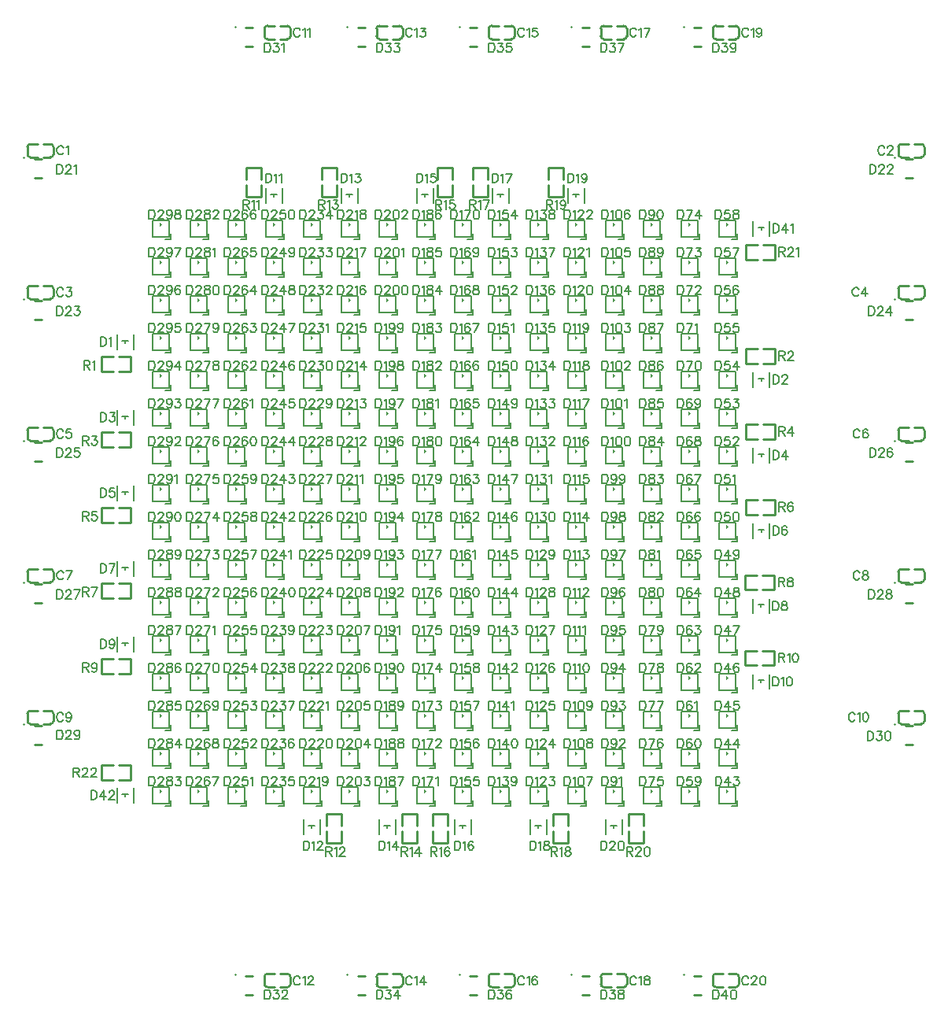
<source format=gto>
G04 Layer: TopSilkscreenLayer*
G04 EasyEDA v6.5.29, 2023-07-19 21:38:56*
G04 0acaec5f7f514605885a2f2b0e5249c4,5a6b42c53f6a479593ecc07194224c93,10*
G04 Gerber Generator version 0.2*
G04 Scale: 100 percent, Rotated: No, Reflected: No *
G04 Dimensions in millimeters *
G04 leading zeros omitted , absolute positions ,4 integer and 5 decimal *
%FSLAX45Y45*%
%MOMM*%

%ADD10C,0.1524*%
%ADD11C,0.1270*%
%ADD12C,0.2540*%
%ADD13C,0.1520*%

%LPD*%
D10*
X101600Y-7900009D02*
G01*
X101600Y-7995513D01*
X101600Y-7900009D02*
G01*
X133350Y-7900009D01*
X147065Y-7904581D01*
X156209Y-7913725D01*
X160781Y-7922869D01*
X165354Y-7936331D01*
X165354Y-7959191D01*
X160781Y-7972907D01*
X156209Y-7981797D01*
X147065Y-7990941D01*
X133350Y-7995513D01*
X101600Y-7995513D01*
X240791Y-7900009D02*
G01*
X195325Y-7963763D01*
X263397Y-7963763D01*
X240791Y-7900009D02*
G01*
X240791Y-7995513D01*
X302513Y-7900009D02*
G01*
X352552Y-7900009D01*
X325120Y-7936331D01*
X338836Y-7936331D01*
X347979Y-7940903D01*
X352552Y-7945475D01*
X357123Y-7959191D01*
X357123Y-7968335D01*
X352552Y-7981797D01*
X343407Y-7990941D01*
X329691Y-7995513D01*
X316229Y-7995513D01*
X302513Y-7990941D01*
X297941Y-7986369D01*
X293370Y-7977479D01*
X101523Y-7493609D02*
G01*
X101523Y-7589113D01*
X101523Y-7493609D02*
G01*
X133527Y-7493609D01*
X146989Y-7498181D01*
X156133Y-7507325D01*
X160705Y-7516469D01*
X165277Y-7529931D01*
X165277Y-7552791D01*
X160705Y-7566507D01*
X156133Y-7575397D01*
X146989Y-7584541D01*
X133527Y-7589113D01*
X101523Y-7589113D01*
X240715Y-7493609D02*
G01*
X195249Y-7557363D01*
X263321Y-7557363D01*
X240715Y-7493609D02*
G01*
X240715Y-7589113D01*
X338759Y-7493609D02*
G01*
X293293Y-7557363D01*
X361619Y-7557363D01*
X338759Y-7493609D02*
G01*
X338759Y-7589113D01*
X101500Y-7087181D02*
G01*
X101500Y-7182685D01*
X101500Y-7087181D02*
G01*
X133504Y-7087181D01*
X146966Y-7091753D01*
X156110Y-7100897D01*
X160682Y-7110041D01*
X165254Y-7123757D01*
X165254Y-7146363D01*
X160682Y-7160079D01*
X156110Y-7169223D01*
X146966Y-7178113D01*
X133504Y-7182685D01*
X101500Y-7182685D01*
X240692Y-7087181D02*
G01*
X195226Y-7150935D01*
X263298Y-7150935D01*
X240692Y-7087181D02*
G01*
X240692Y-7182685D01*
X347880Y-7087181D02*
G01*
X302414Y-7087181D01*
X297842Y-7128075D01*
X302414Y-7123757D01*
X316130Y-7119185D01*
X329846Y-7119185D01*
X343308Y-7123757D01*
X352452Y-7132647D01*
X357024Y-7146363D01*
X357024Y-7155507D01*
X352452Y-7169223D01*
X343308Y-7178113D01*
X329846Y-7182685D01*
X316130Y-7182685D01*
X302414Y-7178113D01*
X297842Y-7173541D01*
X293524Y-7164651D01*
X101500Y-6680781D02*
G01*
X101500Y-6776285D01*
X101500Y-6680781D02*
G01*
X133504Y-6680781D01*
X146966Y-6685353D01*
X156110Y-6694497D01*
X160682Y-6703641D01*
X165254Y-6717357D01*
X165254Y-6739963D01*
X160682Y-6753679D01*
X156110Y-6762823D01*
X146966Y-6771713D01*
X133504Y-6776285D01*
X101500Y-6776285D01*
X240692Y-6680781D02*
G01*
X195226Y-6744535D01*
X263298Y-6744535D01*
X240692Y-6680781D02*
G01*
X240692Y-6776285D01*
X347880Y-6694497D02*
G01*
X343308Y-6685353D01*
X329846Y-6680781D01*
X320702Y-6680781D01*
X306986Y-6685353D01*
X297842Y-6699069D01*
X293524Y-6721675D01*
X293524Y-6744535D01*
X297842Y-6762823D01*
X306986Y-6771713D01*
X320702Y-6776285D01*
X325274Y-6776285D01*
X338990Y-6771713D01*
X347880Y-6762823D01*
X352452Y-6749107D01*
X352452Y-6744535D01*
X347880Y-6730819D01*
X338990Y-6721675D01*
X325274Y-6717357D01*
X320702Y-6717357D01*
X306986Y-6721675D01*
X297842Y-6730819D01*
X293524Y-6744535D01*
X101500Y-6274381D02*
G01*
X101500Y-6369885D01*
X101500Y-6274381D02*
G01*
X133504Y-6274381D01*
X146966Y-6278953D01*
X156110Y-6288097D01*
X160682Y-6297241D01*
X165254Y-6310957D01*
X165254Y-6333563D01*
X160682Y-6347279D01*
X156110Y-6356423D01*
X146966Y-6365313D01*
X133504Y-6369885D01*
X101500Y-6369885D01*
X240692Y-6274381D02*
G01*
X195226Y-6338135D01*
X263298Y-6338135D01*
X240692Y-6274381D02*
G01*
X240692Y-6369885D01*
X357024Y-6274381D02*
G01*
X311558Y-6369885D01*
X293524Y-6274381D02*
G01*
X357024Y-6274381D01*
X101500Y-5867981D02*
G01*
X101500Y-5963485D01*
X101500Y-5867981D02*
G01*
X133504Y-5867981D01*
X146966Y-5872553D01*
X156110Y-5881697D01*
X160682Y-5890841D01*
X165254Y-5904557D01*
X165254Y-5927163D01*
X160682Y-5940879D01*
X156110Y-5950023D01*
X146966Y-5958913D01*
X133504Y-5963485D01*
X101500Y-5963485D01*
X240692Y-5867981D02*
G01*
X195226Y-5931735D01*
X263298Y-5931735D01*
X240692Y-5867981D02*
G01*
X240692Y-5963485D01*
X316130Y-5867981D02*
G01*
X302414Y-5872553D01*
X297842Y-5881697D01*
X297842Y-5890841D01*
X302414Y-5899985D01*
X311558Y-5904557D01*
X329846Y-5908875D01*
X343308Y-5913447D01*
X352452Y-5922591D01*
X357024Y-5931735D01*
X357024Y-5945451D01*
X352452Y-5954341D01*
X347880Y-5958913D01*
X334418Y-5963485D01*
X316130Y-5963485D01*
X302414Y-5958913D01*
X297842Y-5954341D01*
X293524Y-5945451D01*
X293524Y-5931735D01*
X297842Y-5922591D01*
X306986Y-5913447D01*
X320702Y-5908875D01*
X338990Y-5904557D01*
X347880Y-5899985D01*
X352452Y-5890841D01*
X352452Y-5881697D01*
X347880Y-5872553D01*
X334418Y-5867981D01*
X316130Y-5867981D01*
X101500Y-5461581D02*
G01*
X101500Y-5557085D01*
X101500Y-5461581D02*
G01*
X133504Y-5461581D01*
X146966Y-5466153D01*
X156110Y-5475297D01*
X160682Y-5484441D01*
X165254Y-5498157D01*
X165254Y-5520763D01*
X160682Y-5534479D01*
X156110Y-5543623D01*
X146966Y-5552513D01*
X133504Y-5557085D01*
X101500Y-5557085D01*
X240692Y-5461581D02*
G01*
X195226Y-5525335D01*
X263298Y-5525335D01*
X240692Y-5461581D02*
G01*
X240692Y-5557085D01*
X352452Y-5493585D02*
G01*
X347880Y-5507047D01*
X338990Y-5516191D01*
X325274Y-5520763D01*
X320702Y-5520763D01*
X306986Y-5516191D01*
X297842Y-5507047D01*
X293524Y-5493585D01*
X293524Y-5489013D01*
X297842Y-5475297D01*
X306986Y-5466153D01*
X320702Y-5461581D01*
X325274Y-5461581D01*
X338990Y-5466153D01*
X347880Y-5475297D01*
X352452Y-5493585D01*
X352452Y-5516191D01*
X347880Y-5539051D01*
X338990Y-5552513D01*
X325274Y-5557085D01*
X316130Y-5557085D01*
X302414Y-5552513D01*
X297842Y-5543623D01*
X101500Y-5055181D02*
G01*
X101500Y-5150685D01*
X101500Y-5055181D02*
G01*
X133504Y-5055181D01*
X146966Y-5059753D01*
X156110Y-5068897D01*
X160682Y-5078041D01*
X165254Y-5091757D01*
X165254Y-5114363D01*
X160682Y-5128079D01*
X156110Y-5137223D01*
X146966Y-5146113D01*
X133504Y-5150685D01*
X101500Y-5150685D01*
X249836Y-5055181D02*
G01*
X204370Y-5055181D01*
X199798Y-5096075D01*
X204370Y-5091757D01*
X218086Y-5087185D01*
X231548Y-5087185D01*
X245264Y-5091757D01*
X254408Y-5100647D01*
X258980Y-5114363D01*
X258980Y-5123507D01*
X254408Y-5137223D01*
X245264Y-5146113D01*
X231548Y-5150685D01*
X218086Y-5150685D01*
X204370Y-5146113D01*
X199798Y-5141541D01*
X195226Y-5132651D01*
X316130Y-5055181D02*
G01*
X302414Y-5059753D01*
X293524Y-5073469D01*
X288952Y-5096075D01*
X288952Y-5109791D01*
X293524Y-5132651D01*
X302414Y-5146113D01*
X316130Y-5150685D01*
X325274Y-5150685D01*
X338990Y-5146113D01*
X347880Y-5132651D01*
X352452Y-5109791D01*
X352452Y-5096075D01*
X347880Y-5073469D01*
X338990Y-5059753D01*
X325274Y-5055181D01*
X316130Y-5055181D01*
X101500Y-4648781D02*
G01*
X101500Y-4744285D01*
X101500Y-4648781D02*
G01*
X133504Y-4648781D01*
X146966Y-4653353D01*
X156110Y-4662497D01*
X160682Y-4671641D01*
X165254Y-4685357D01*
X165254Y-4707963D01*
X160682Y-4721679D01*
X156110Y-4730823D01*
X146966Y-4739713D01*
X133504Y-4744285D01*
X101500Y-4744285D01*
X249836Y-4648781D02*
G01*
X204370Y-4648781D01*
X199798Y-4689675D01*
X204370Y-4685357D01*
X218086Y-4680785D01*
X231548Y-4680785D01*
X245264Y-4685357D01*
X254408Y-4694247D01*
X258980Y-4707963D01*
X258980Y-4717107D01*
X254408Y-4730823D01*
X245264Y-4739713D01*
X231548Y-4744285D01*
X218086Y-4744285D01*
X204370Y-4739713D01*
X199798Y-4735141D01*
X195226Y-4726251D01*
X288952Y-4667069D02*
G01*
X297842Y-4662497D01*
X311558Y-4648781D01*
X311558Y-4744285D01*
X101500Y-4242381D02*
G01*
X101500Y-4337885D01*
X101500Y-4242381D02*
G01*
X133504Y-4242381D01*
X146966Y-4246953D01*
X156110Y-4256097D01*
X160682Y-4265241D01*
X165254Y-4278957D01*
X165254Y-4301563D01*
X160682Y-4315279D01*
X156110Y-4324423D01*
X146966Y-4333313D01*
X133504Y-4337885D01*
X101500Y-4337885D01*
X249836Y-4242381D02*
G01*
X204370Y-4242381D01*
X199798Y-4283275D01*
X204370Y-4278957D01*
X218086Y-4274385D01*
X231548Y-4274385D01*
X245264Y-4278957D01*
X254408Y-4287847D01*
X258980Y-4301563D01*
X258980Y-4310707D01*
X254408Y-4324423D01*
X245264Y-4333313D01*
X231548Y-4337885D01*
X218086Y-4337885D01*
X204370Y-4333313D01*
X199798Y-4328741D01*
X195226Y-4319851D01*
X293524Y-4265241D02*
G01*
X293524Y-4260669D01*
X297842Y-4251525D01*
X302414Y-4246953D01*
X311558Y-4242381D01*
X329846Y-4242381D01*
X338990Y-4246953D01*
X343308Y-4251525D01*
X347880Y-4260669D01*
X347880Y-4269813D01*
X343308Y-4278957D01*
X334418Y-4292419D01*
X288952Y-4337885D01*
X352452Y-4337885D01*
X101500Y-3835981D02*
G01*
X101500Y-3931485D01*
X101500Y-3835981D02*
G01*
X133504Y-3835981D01*
X146966Y-3840553D01*
X156110Y-3849697D01*
X160682Y-3858841D01*
X165254Y-3872557D01*
X165254Y-3895163D01*
X160682Y-3908879D01*
X156110Y-3918023D01*
X146966Y-3926913D01*
X133504Y-3931485D01*
X101500Y-3931485D01*
X249836Y-3835981D02*
G01*
X204370Y-3835981D01*
X199798Y-3876875D01*
X204370Y-3872557D01*
X218086Y-3867985D01*
X231548Y-3867985D01*
X245264Y-3872557D01*
X254408Y-3881447D01*
X258980Y-3895163D01*
X258980Y-3904307D01*
X254408Y-3918023D01*
X245264Y-3926913D01*
X231548Y-3931485D01*
X218086Y-3931485D01*
X204370Y-3926913D01*
X199798Y-3922341D01*
X195226Y-3913451D01*
X297842Y-3835981D02*
G01*
X347880Y-3835981D01*
X320702Y-3872557D01*
X334418Y-3872557D01*
X343308Y-3876875D01*
X347880Y-3881447D01*
X352452Y-3895163D01*
X352452Y-3904307D01*
X347880Y-3918023D01*
X338990Y-3926913D01*
X325274Y-3931485D01*
X311558Y-3931485D01*
X297842Y-3926913D01*
X293524Y-3922341D01*
X288952Y-3913451D01*
X101500Y-3429581D02*
G01*
X101500Y-3525085D01*
X101500Y-3429581D02*
G01*
X133504Y-3429581D01*
X146966Y-3434153D01*
X156110Y-3443297D01*
X160682Y-3452441D01*
X165254Y-3466157D01*
X165254Y-3488763D01*
X160682Y-3502479D01*
X156110Y-3511623D01*
X146966Y-3520513D01*
X133504Y-3525085D01*
X101500Y-3525085D01*
X249836Y-3429581D02*
G01*
X204370Y-3429581D01*
X199798Y-3470475D01*
X204370Y-3466157D01*
X218086Y-3461585D01*
X231548Y-3461585D01*
X245264Y-3466157D01*
X254408Y-3475047D01*
X258980Y-3488763D01*
X258980Y-3497907D01*
X254408Y-3511623D01*
X245264Y-3520513D01*
X231548Y-3525085D01*
X218086Y-3525085D01*
X204370Y-3520513D01*
X199798Y-3515941D01*
X195226Y-3507051D01*
X334418Y-3429581D02*
G01*
X288952Y-3493335D01*
X357024Y-3493335D01*
X334418Y-3429581D02*
G01*
X334418Y-3525085D01*
X101500Y-3023181D02*
G01*
X101500Y-3118685D01*
X101500Y-3023181D02*
G01*
X133504Y-3023181D01*
X146966Y-3027753D01*
X156110Y-3036897D01*
X160682Y-3046041D01*
X165254Y-3059757D01*
X165254Y-3082363D01*
X160682Y-3096079D01*
X156110Y-3105223D01*
X146966Y-3114113D01*
X133504Y-3118685D01*
X101500Y-3118685D01*
X249836Y-3023181D02*
G01*
X204370Y-3023181D01*
X199798Y-3064075D01*
X204370Y-3059757D01*
X218086Y-3055185D01*
X231548Y-3055185D01*
X245264Y-3059757D01*
X254408Y-3068647D01*
X258980Y-3082363D01*
X258980Y-3091507D01*
X254408Y-3105223D01*
X245264Y-3114113D01*
X231548Y-3118685D01*
X218086Y-3118685D01*
X204370Y-3114113D01*
X199798Y-3109541D01*
X195226Y-3100651D01*
X343308Y-3023181D02*
G01*
X297842Y-3023181D01*
X293524Y-3064075D01*
X297842Y-3059757D01*
X311558Y-3055185D01*
X325274Y-3055185D01*
X338990Y-3059757D01*
X347880Y-3068647D01*
X352452Y-3082363D01*
X352452Y-3091507D01*
X347880Y-3105223D01*
X338990Y-3114113D01*
X325274Y-3118685D01*
X311558Y-3118685D01*
X297842Y-3114113D01*
X293524Y-3109541D01*
X288952Y-3100651D01*
X101500Y-2616781D02*
G01*
X101500Y-2712285D01*
X101500Y-2616781D02*
G01*
X133504Y-2616781D01*
X146966Y-2621353D01*
X156110Y-2630497D01*
X160682Y-2639641D01*
X165254Y-2653357D01*
X165254Y-2675963D01*
X160682Y-2689679D01*
X156110Y-2698823D01*
X146966Y-2707713D01*
X133504Y-2712285D01*
X101500Y-2712285D01*
X249836Y-2616781D02*
G01*
X204370Y-2616781D01*
X199798Y-2657675D01*
X204370Y-2653357D01*
X218086Y-2648785D01*
X231548Y-2648785D01*
X245264Y-2653357D01*
X254408Y-2662247D01*
X258980Y-2675963D01*
X258980Y-2685107D01*
X254408Y-2698823D01*
X245264Y-2707713D01*
X231548Y-2712285D01*
X218086Y-2712285D01*
X204370Y-2707713D01*
X199798Y-2703141D01*
X195226Y-2694251D01*
X343308Y-2630497D02*
G01*
X338990Y-2621353D01*
X325274Y-2616781D01*
X316130Y-2616781D01*
X302414Y-2621353D01*
X293524Y-2635069D01*
X288952Y-2657675D01*
X288952Y-2680535D01*
X293524Y-2698823D01*
X302414Y-2707713D01*
X316130Y-2712285D01*
X320702Y-2712285D01*
X334418Y-2707713D01*
X343308Y-2698823D01*
X347880Y-2685107D01*
X347880Y-2680535D01*
X343308Y-2666819D01*
X334418Y-2657675D01*
X320702Y-2653357D01*
X316130Y-2653357D01*
X302414Y-2657675D01*
X293524Y-2666819D01*
X288952Y-2680535D01*
X101500Y-2210381D02*
G01*
X101500Y-2305885D01*
X101500Y-2210381D02*
G01*
X133504Y-2210381D01*
X146966Y-2214953D01*
X156110Y-2224097D01*
X160682Y-2233241D01*
X165254Y-2246957D01*
X165254Y-2269563D01*
X160682Y-2283279D01*
X156110Y-2292423D01*
X146966Y-2301313D01*
X133504Y-2305885D01*
X101500Y-2305885D01*
X249836Y-2210381D02*
G01*
X204370Y-2210381D01*
X199798Y-2251275D01*
X204370Y-2246957D01*
X218086Y-2242385D01*
X231548Y-2242385D01*
X245264Y-2246957D01*
X254408Y-2255847D01*
X258980Y-2269563D01*
X258980Y-2278707D01*
X254408Y-2292423D01*
X245264Y-2301313D01*
X231548Y-2305885D01*
X218086Y-2305885D01*
X204370Y-2301313D01*
X199798Y-2296741D01*
X195226Y-2287851D01*
X352452Y-2210381D02*
G01*
X306986Y-2305885D01*
X288952Y-2210381D02*
G01*
X352452Y-2210381D01*
X101500Y-1803981D02*
G01*
X101500Y-1899485D01*
X101500Y-1803981D02*
G01*
X133504Y-1803981D01*
X146966Y-1808553D01*
X156110Y-1817697D01*
X160682Y-1826841D01*
X165254Y-1840557D01*
X165254Y-1863163D01*
X160682Y-1876879D01*
X156110Y-1886023D01*
X146966Y-1894913D01*
X133504Y-1899485D01*
X101500Y-1899485D01*
X249836Y-1803981D02*
G01*
X204370Y-1803981D01*
X199798Y-1844875D01*
X204370Y-1840557D01*
X218086Y-1835985D01*
X231548Y-1835985D01*
X245264Y-1840557D01*
X254408Y-1849447D01*
X258980Y-1863163D01*
X258980Y-1872307D01*
X254408Y-1886023D01*
X245264Y-1894913D01*
X231548Y-1899485D01*
X218086Y-1899485D01*
X204370Y-1894913D01*
X199798Y-1890341D01*
X195226Y-1881451D01*
X311558Y-1803981D02*
G01*
X297842Y-1808553D01*
X293524Y-1817697D01*
X293524Y-1826841D01*
X297842Y-1835985D01*
X306986Y-1840557D01*
X325274Y-1844875D01*
X338990Y-1849447D01*
X347880Y-1858591D01*
X352452Y-1867735D01*
X352452Y-1881451D01*
X347880Y-1890341D01*
X343308Y-1894913D01*
X329846Y-1899485D01*
X311558Y-1899485D01*
X297842Y-1894913D01*
X293524Y-1890341D01*
X288952Y-1881451D01*
X288952Y-1867735D01*
X293524Y-1858591D01*
X302414Y-1849447D01*
X316130Y-1844875D01*
X334418Y-1840557D01*
X343308Y-1835985D01*
X347880Y-1826841D01*
X347880Y-1817697D01*
X343308Y-1808553D01*
X329846Y-1803981D01*
X311558Y-1803981D01*
X-304899Y-7899981D02*
G01*
X-304899Y-7995485D01*
X-304899Y-7899981D02*
G01*
X-272895Y-7899981D01*
X-259433Y-7904553D01*
X-250289Y-7913697D01*
X-245717Y-7922841D01*
X-241145Y-7936557D01*
X-241145Y-7959163D01*
X-245717Y-7972879D01*
X-250289Y-7982023D01*
X-259433Y-7990913D01*
X-272895Y-7995485D01*
X-304899Y-7995485D01*
X-156563Y-7899981D02*
G01*
X-202029Y-7899981D01*
X-206601Y-7940875D01*
X-202029Y-7936557D01*
X-188313Y-7931985D01*
X-174851Y-7931985D01*
X-161135Y-7936557D01*
X-151991Y-7945447D01*
X-147419Y-7959163D01*
X-147419Y-7968307D01*
X-151991Y-7982023D01*
X-161135Y-7990913D01*
X-174851Y-7995485D01*
X-188313Y-7995485D01*
X-202029Y-7990913D01*
X-206601Y-7986341D01*
X-211173Y-7977451D01*
X-58519Y-7931985D02*
G01*
X-63091Y-7945447D01*
X-71981Y-7954591D01*
X-85697Y-7959163D01*
X-90269Y-7959163D01*
X-103985Y-7954591D01*
X-112875Y-7945447D01*
X-117447Y-7931985D01*
X-117447Y-7927413D01*
X-112875Y-7913697D01*
X-103985Y-7904553D01*
X-90269Y-7899981D01*
X-85697Y-7899981D01*
X-71981Y-7904553D01*
X-63091Y-7913697D01*
X-58519Y-7931985D01*
X-58519Y-7954591D01*
X-63091Y-7977451D01*
X-71981Y-7990913D01*
X-85697Y-7995485D01*
X-94841Y-7995485D01*
X-108557Y-7990913D01*
X-112875Y-7982023D01*
X-304899Y-7493581D02*
G01*
X-304899Y-7589085D01*
X-304899Y-7493581D02*
G01*
X-272895Y-7493581D01*
X-259433Y-7498153D01*
X-250289Y-7507297D01*
X-245717Y-7516441D01*
X-241145Y-7530157D01*
X-241145Y-7552763D01*
X-245717Y-7566479D01*
X-250289Y-7575623D01*
X-259433Y-7584513D01*
X-272895Y-7589085D01*
X-304899Y-7589085D01*
X-156563Y-7507297D02*
G01*
X-161135Y-7498153D01*
X-174851Y-7493581D01*
X-183995Y-7493581D01*
X-197457Y-7498153D01*
X-206601Y-7511869D01*
X-211173Y-7534475D01*
X-211173Y-7557335D01*
X-206601Y-7575623D01*
X-197457Y-7584513D01*
X-183995Y-7589085D01*
X-179423Y-7589085D01*
X-165707Y-7584513D01*
X-156563Y-7575623D01*
X-151991Y-7561907D01*
X-151991Y-7557335D01*
X-156563Y-7543619D01*
X-165707Y-7534475D01*
X-179423Y-7530157D01*
X-183995Y-7530157D01*
X-197457Y-7534475D01*
X-206601Y-7543619D01*
X-211173Y-7557335D01*
X-94841Y-7493581D02*
G01*
X-108557Y-7498153D01*
X-117447Y-7511869D01*
X-122019Y-7534475D01*
X-122019Y-7548191D01*
X-117447Y-7571051D01*
X-108557Y-7584513D01*
X-94841Y-7589085D01*
X-85697Y-7589085D01*
X-71981Y-7584513D01*
X-63091Y-7571051D01*
X-58519Y-7548191D01*
X-58519Y-7534475D01*
X-63091Y-7511869D01*
X-71981Y-7498153D01*
X-85697Y-7493581D01*
X-94841Y-7493581D01*
X-304899Y-7087181D02*
G01*
X-304899Y-7182685D01*
X-304899Y-7087181D02*
G01*
X-272895Y-7087181D01*
X-259433Y-7091753D01*
X-250289Y-7100897D01*
X-245717Y-7110041D01*
X-241145Y-7123757D01*
X-241145Y-7146363D01*
X-245717Y-7160079D01*
X-250289Y-7169223D01*
X-259433Y-7178113D01*
X-272895Y-7182685D01*
X-304899Y-7182685D01*
X-156563Y-7100897D02*
G01*
X-161135Y-7091753D01*
X-174851Y-7087181D01*
X-183995Y-7087181D01*
X-197457Y-7091753D01*
X-206601Y-7105469D01*
X-211173Y-7128075D01*
X-211173Y-7150935D01*
X-206601Y-7169223D01*
X-197457Y-7178113D01*
X-183995Y-7182685D01*
X-179423Y-7182685D01*
X-165707Y-7178113D01*
X-156563Y-7169223D01*
X-151991Y-7155507D01*
X-151991Y-7150935D01*
X-156563Y-7137219D01*
X-165707Y-7128075D01*
X-179423Y-7123757D01*
X-183995Y-7123757D01*
X-197457Y-7128075D01*
X-206601Y-7137219D01*
X-211173Y-7150935D01*
X-122019Y-7105469D02*
G01*
X-112875Y-7100897D01*
X-99413Y-7087181D01*
X-99413Y-7182685D01*
X-304899Y-6680781D02*
G01*
X-304899Y-6776285D01*
X-304899Y-6680781D02*
G01*
X-272895Y-6680781D01*
X-259433Y-6685353D01*
X-250289Y-6694497D01*
X-245717Y-6703641D01*
X-241145Y-6717357D01*
X-241145Y-6739963D01*
X-245717Y-6753679D01*
X-250289Y-6762823D01*
X-259433Y-6771713D01*
X-272895Y-6776285D01*
X-304899Y-6776285D01*
X-156563Y-6694497D02*
G01*
X-161135Y-6685353D01*
X-174851Y-6680781D01*
X-183995Y-6680781D01*
X-197457Y-6685353D01*
X-206601Y-6699069D01*
X-211173Y-6721675D01*
X-211173Y-6744535D01*
X-206601Y-6762823D01*
X-197457Y-6771713D01*
X-183995Y-6776285D01*
X-179423Y-6776285D01*
X-165707Y-6771713D01*
X-156563Y-6762823D01*
X-151991Y-6749107D01*
X-151991Y-6744535D01*
X-156563Y-6730819D01*
X-165707Y-6721675D01*
X-179423Y-6717357D01*
X-183995Y-6717357D01*
X-197457Y-6721675D01*
X-206601Y-6730819D01*
X-211173Y-6744535D01*
X-117447Y-6703641D02*
G01*
X-117447Y-6699069D01*
X-112875Y-6689925D01*
X-108557Y-6685353D01*
X-99413Y-6680781D01*
X-81125Y-6680781D01*
X-71981Y-6685353D01*
X-67409Y-6689925D01*
X-63091Y-6699069D01*
X-63091Y-6708213D01*
X-67409Y-6717357D01*
X-76553Y-6730819D01*
X-122019Y-6776285D01*
X-58519Y-6776285D01*
X-304899Y-6274381D02*
G01*
X-304899Y-6369885D01*
X-304899Y-6274381D02*
G01*
X-272895Y-6274381D01*
X-259433Y-6278953D01*
X-250289Y-6288097D01*
X-245717Y-6297241D01*
X-241145Y-6310957D01*
X-241145Y-6333563D01*
X-245717Y-6347279D01*
X-250289Y-6356423D01*
X-259433Y-6365313D01*
X-272895Y-6369885D01*
X-304899Y-6369885D01*
X-156563Y-6288097D02*
G01*
X-161135Y-6278953D01*
X-174851Y-6274381D01*
X-183995Y-6274381D01*
X-197457Y-6278953D01*
X-206601Y-6292669D01*
X-211173Y-6315275D01*
X-211173Y-6338135D01*
X-206601Y-6356423D01*
X-197457Y-6365313D01*
X-183995Y-6369885D01*
X-179423Y-6369885D01*
X-165707Y-6365313D01*
X-156563Y-6356423D01*
X-151991Y-6342707D01*
X-151991Y-6338135D01*
X-156563Y-6324419D01*
X-165707Y-6315275D01*
X-179423Y-6310957D01*
X-183995Y-6310957D01*
X-197457Y-6315275D01*
X-206601Y-6324419D01*
X-211173Y-6338135D01*
X-112875Y-6274381D02*
G01*
X-63091Y-6274381D01*
X-90269Y-6310957D01*
X-76553Y-6310957D01*
X-67409Y-6315275D01*
X-63091Y-6319847D01*
X-58519Y-6333563D01*
X-58519Y-6342707D01*
X-63091Y-6356423D01*
X-71981Y-6365313D01*
X-85697Y-6369885D01*
X-99413Y-6369885D01*
X-112875Y-6365313D01*
X-117447Y-6360741D01*
X-122019Y-6351851D01*
X-304899Y-5867981D02*
G01*
X-304899Y-5963485D01*
X-304899Y-5867981D02*
G01*
X-272895Y-5867981D01*
X-259433Y-5872553D01*
X-250289Y-5881697D01*
X-245717Y-5890841D01*
X-241145Y-5904557D01*
X-241145Y-5927163D01*
X-245717Y-5940879D01*
X-250289Y-5950023D01*
X-259433Y-5958913D01*
X-272895Y-5963485D01*
X-304899Y-5963485D01*
X-156563Y-5881697D02*
G01*
X-161135Y-5872553D01*
X-174851Y-5867981D01*
X-183995Y-5867981D01*
X-197457Y-5872553D01*
X-206601Y-5886269D01*
X-211173Y-5908875D01*
X-211173Y-5931735D01*
X-206601Y-5950023D01*
X-197457Y-5958913D01*
X-183995Y-5963485D01*
X-179423Y-5963485D01*
X-165707Y-5958913D01*
X-156563Y-5950023D01*
X-151991Y-5936307D01*
X-151991Y-5931735D01*
X-156563Y-5918019D01*
X-165707Y-5908875D01*
X-179423Y-5904557D01*
X-183995Y-5904557D01*
X-197457Y-5908875D01*
X-206601Y-5918019D01*
X-211173Y-5931735D01*
X-76553Y-5867981D02*
G01*
X-122019Y-5931735D01*
X-53947Y-5931735D01*
X-76553Y-5867981D02*
G01*
X-76553Y-5963485D01*
X-304899Y-5461581D02*
G01*
X-304899Y-5557085D01*
X-304899Y-5461581D02*
G01*
X-272895Y-5461581D01*
X-259433Y-5466153D01*
X-250289Y-5475297D01*
X-245717Y-5484441D01*
X-241145Y-5498157D01*
X-241145Y-5520763D01*
X-245717Y-5534479D01*
X-250289Y-5543623D01*
X-259433Y-5552513D01*
X-272895Y-5557085D01*
X-304899Y-5557085D01*
X-156563Y-5475297D02*
G01*
X-161135Y-5466153D01*
X-174851Y-5461581D01*
X-183995Y-5461581D01*
X-197457Y-5466153D01*
X-206601Y-5479869D01*
X-211173Y-5502475D01*
X-211173Y-5525335D01*
X-206601Y-5543623D01*
X-197457Y-5552513D01*
X-183995Y-5557085D01*
X-179423Y-5557085D01*
X-165707Y-5552513D01*
X-156563Y-5543623D01*
X-151991Y-5529907D01*
X-151991Y-5525335D01*
X-156563Y-5511619D01*
X-165707Y-5502475D01*
X-179423Y-5498157D01*
X-183995Y-5498157D01*
X-197457Y-5502475D01*
X-206601Y-5511619D01*
X-211173Y-5525335D01*
X-67409Y-5461581D02*
G01*
X-112875Y-5461581D01*
X-117447Y-5502475D01*
X-112875Y-5498157D01*
X-99413Y-5493585D01*
X-85697Y-5493585D01*
X-71981Y-5498157D01*
X-63091Y-5507047D01*
X-58519Y-5520763D01*
X-58519Y-5529907D01*
X-63091Y-5543623D01*
X-71981Y-5552513D01*
X-85697Y-5557085D01*
X-99413Y-5557085D01*
X-112875Y-5552513D01*
X-117447Y-5547941D01*
X-122019Y-5539051D01*
X-304899Y-5055181D02*
G01*
X-304899Y-5150685D01*
X-304899Y-5055181D02*
G01*
X-272895Y-5055181D01*
X-259433Y-5059753D01*
X-250289Y-5068897D01*
X-245717Y-5078041D01*
X-241145Y-5091757D01*
X-241145Y-5114363D01*
X-245717Y-5128079D01*
X-250289Y-5137223D01*
X-259433Y-5146113D01*
X-272895Y-5150685D01*
X-304899Y-5150685D01*
X-156563Y-5068897D02*
G01*
X-161135Y-5059753D01*
X-174851Y-5055181D01*
X-183995Y-5055181D01*
X-197457Y-5059753D01*
X-206601Y-5073469D01*
X-211173Y-5096075D01*
X-211173Y-5118935D01*
X-206601Y-5137223D01*
X-197457Y-5146113D01*
X-183995Y-5150685D01*
X-179423Y-5150685D01*
X-165707Y-5146113D01*
X-156563Y-5137223D01*
X-151991Y-5123507D01*
X-151991Y-5118935D01*
X-156563Y-5105219D01*
X-165707Y-5096075D01*
X-179423Y-5091757D01*
X-183995Y-5091757D01*
X-197457Y-5096075D01*
X-206601Y-5105219D01*
X-211173Y-5118935D01*
X-67409Y-5068897D02*
G01*
X-71981Y-5059753D01*
X-85697Y-5055181D01*
X-94841Y-5055181D01*
X-108557Y-5059753D01*
X-117447Y-5073469D01*
X-122019Y-5096075D01*
X-122019Y-5118935D01*
X-117447Y-5137223D01*
X-108557Y-5146113D01*
X-94841Y-5150685D01*
X-90269Y-5150685D01*
X-76553Y-5146113D01*
X-67409Y-5137223D01*
X-63091Y-5123507D01*
X-63091Y-5118935D01*
X-67409Y-5105219D01*
X-76553Y-5096075D01*
X-90269Y-5091757D01*
X-94841Y-5091757D01*
X-108557Y-5096075D01*
X-117447Y-5105219D01*
X-122019Y-5118935D01*
X-304899Y-4648781D02*
G01*
X-304899Y-4744285D01*
X-304899Y-4648781D02*
G01*
X-272895Y-4648781D01*
X-259433Y-4653353D01*
X-250289Y-4662497D01*
X-245717Y-4671641D01*
X-241145Y-4685357D01*
X-241145Y-4707963D01*
X-245717Y-4721679D01*
X-250289Y-4730823D01*
X-259433Y-4739713D01*
X-272895Y-4744285D01*
X-304899Y-4744285D01*
X-156563Y-4662497D02*
G01*
X-161135Y-4653353D01*
X-174851Y-4648781D01*
X-183995Y-4648781D01*
X-197457Y-4653353D01*
X-206601Y-4667069D01*
X-211173Y-4689675D01*
X-211173Y-4712535D01*
X-206601Y-4730823D01*
X-197457Y-4739713D01*
X-183995Y-4744285D01*
X-179423Y-4744285D01*
X-165707Y-4739713D01*
X-156563Y-4730823D01*
X-151991Y-4717107D01*
X-151991Y-4712535D01*
X-156563Y-4698819D01*
X-165707Y-4689675D01*
X-179423Y-4685357D01*
X-183995Y-4685357D01*
X-197457Y-4689675D01*
X-206601Y-4698819D01*
X-211173Y-4712535D01*
X-58519Y-4648781D02*
G01*
X-103985Y-4744285D01*
X-122019Y-4648781D02*
G01*
X-58519Y-4648781D01*
X-304899Y-4242381D02*
G01*
X-304899Y-4337885D01*
X-304899Y-4242381D02*
G01*
X-272895Y-4242381D01*
X-259433Y-4246953D01*
X-250289Y-4256097D01*
X-245717Y-4265241D01*
X-241145Y-4278957D01*
X-241145Y-4301563D01*
X-245717Y-4315279D01*
X-250289Y-4324423D01*
X-259433Y-4333313D01*
X-272895Y-4337885D01*
X-304899Y-4337885D01*
X-156563Y-4256097D02*
G01*
X-161135Y-4246953D01*
X-174851Y-4242381D01*
X-183995Y-4242381D01*
X-197457Y-4246953D01*
X-206601Y-4260669D01*
X-211173Y-4283275D01*
X-211173Y-4306135D01*
X-206601Y-4324423D01*
X-197457Y-4333313D01*
X-183995Y-4337885D01*
X-179423Y-4337885D01*
X-165707Y-4333313D01*
X-156563Y-4324423D01*
X-151991Y-4310707D01*
X-151991Y-4306135D01*
X-156563Y-4292419D01*
X-165707Y-4283275D01*
X-179423Y-4278957D01*
X-183995Y-4278957D01*
X-197457Y-4283275D01*
X-206601Y-4292419D01*
X-211173Y-4306135D01*
X-99413Y-4242381D02*
G01*
X-112875Y-4246953D01*
X-117447Y-4256097D01*
X-117447Y-4265241D01*
X-112875Y-4274385D01*
X-103985Y-4278957D01*
X-85697Y-4283275D01*
X-71981Y-4287847D01*
X-63091Y-4296991D01*
X-58519Y-4306135D01*
X-58519Y-4319851D01*
X-63091Y-4328741D01*
X-67409Y-4333313D01*
X-81125Y-4337885D01*
X-99413Y-4337885D01*
X-112875Y-4333313D01*
X-117447Y-4328741D01*
X-122019Y-4319851D01*
X-122019Y-4306135D01*
X-117447Y-4296991D01*
X-108557Y-4287847D01*
X-94841Y-4283275D01*
X-76553Y-4278957D01*
X-67409Y-4274385D01*
X-63091Y-4265241D01*
X-63091Y-4256097D01*
X-67409Y-4246953D01*
X-81125Y-4242381D01*
X-99413Y-4242381D01*
X-304899Y-3835981D02*
G01*
X-304899Y-3931485D01*
X-304899Y-3835981D02*
G01*
X-272895Y-3835981D01*
X-259433Y-3840553D01*
X-250289Y-3849697D01*
X-245717Y-3858841D01*
X-241145Y-3872557D01*
X-241145Y-3895163D01*
X-245717Y-3908879D01*
X-250289Y-3918023D01*
X-259433Y-3926913D01*
X-272895Y-3931485D01*
X-304899Y-3931485D01*
X-156563Y-3849697D02*
G01*
X-161135Y-3840553D01*
X-174851Y-3835981D01*
X-183995Y-3835981D01*
X-197457Y-3840553D01*
X-206601Y-3854269D01*
X-211173Y-3876875D01*
X-211173Y-3899735D01*
X-206601Y-3918023D01*
X-197457Y-3926913D01*
X-183995Y-3931485D01*
X-179423Y-3931485D01*
X-165707Y-3926913D01*
X-156563Y-3918023D01*
X-151991Y-3904307D01*
X-151991Y-3899735D01*
X-156563Y-3886019D01*
X-165707Y-3876875D01*
X-179423Y-3872557D01*
X-183995Y-3872557D01*
X-197457Y-3876875D01*
X-206601Y-3886019D01*
X-211173Y-3899735D01*
X-63091Y-3867985D02*
G01*
X-67409Y-3881447D01*
X-76553Y-3890591D01*
X-90269Y-3895163D01*
X-94841Y-3895163D01*
X-108557Y-3890591D01*
X-117447Y-3881447D01*
X-122019Y-3867985D01*
X-122019Y-3863413D01*
X-117447Y-3849697D01*
X-108557Y-3840553D01*
X-94841Y-3835981D01*
X-90269Y-3835981D01*
X-76553Y-3840553D01*
X-67409Y-3849697D01*
X-63091Y-3867985D01*
X-63091Y-3890591D01*
X-67409Y-3913451D01*
X-76553Y-3926913D01*
X-90269Y-3931485D01*
X-99413Y-3931485D01*
X-112875Y-3926913D01*
X-117447Y-3918023D01*
X-304899Y-3429581D02*
G01*
X-304899Y-3525085D01*
X-304899Y-3429581D02*
G01*
X-272895Y-3429581D01*
X-259433Y-3434153D01*
X-250289Y-3443297D01*
X-245717Y-3452441D01*
X-241145Y-3466157D01*
X-241145Y-3488763D01*
X-245717Y-3502479D01*
X-250289Y-3511623D01*
X-259433Y-3520513D01*
X-272895Y-3525085D01*
X-304899Y-3525085D01*
X-147419Y-3429581D02*
G01*
X-192885Y-3525085D01*
X-211173Y-3429581D02*
G01*
X-147419Y-3429581D01*
X-90269Y-3429581D02*
G01*
X-103985Y-3434153D01*
X-112875Y-3447869D01*
X-117447Y-3470475D01*
X-117447Y-3484191D01*
X-112875Y-3507051D01*
X-103985Y-3520513D01*
X-90269Y-3525085D01*
X-81125Y-3525085D01*
X-67409Y-3520513D01*
X-58519Y-3507051D01*
X-53947Y-3484191D01*
X-53947Y-3470475D01*
X-58519Y-3447869D01*
X-67409Y-3434153D01*
X-81125Y-3429581D01*
X-90269Y-3429581D01*
X-304899Y-3023181D02*
G01*
X-304899Y-3118685D01*
X-304899Y-3023181D02*
G01*
X-272895Y-3023181D01*
X-259433Y-3027753D01*
X-250289Y-3036897D01*
X-245717Y-3046041D01*
X-241145Y-3059757D01*
X-241145Y-3082363D01*
X-245717Y-3096079D01*
X-250289Y-3105223D01*
X-259433Y-3114113D01*
X-272895Y-3118685D01*
X-304899Y-3118685D01*
X-147419Y-3023181D02*
G01*
X-192885Y-3118685D01*
X-211173Y-3023181D02*
G01*
X-147419Y-3023181D01*
X-117447Y-3041469D02*
G01*
X-108557Y-3036897D01*
X-94841Y-3023181D01*
X-94841Y-3118685D01*
X-304899Y-2616781D02*
G01*
X-304899Y-2712285D01*
X-304899Y-2616781D02*
G01*
X-272895Y-2616781D01*
X-259433Y-2621353D01*
X-250289Y-2630497D01*
X-245717Y-2639641D01*
X-241145Y-2653357D01*
X-241145Y-2675963D01*
X-245717Y-2689679D01*
X-250289Y-2698823D01*
X-259433Y-2707713D01*
X-272895Y-2712285D01*
X-304899Y-2712285D01*
X-147419Y-2616781D02*
G01*
X-192885Y-2712285D01*
X-211173Y-2616781D02*
G01*
X-147419Y-2616781D01*
X-112875Y-2639641D02*
G01*
X-112875Y-2635069D01*
X-108557Y-2625925D01*
X-103985Y-2621353D01*
X-94841Y-2616781D01*
X-76553Y-2616781D01*
X-67409Y-2621353D01*
X-63091Y-2625925D01*
X-58519Y-2635069D01*
X-58519Y-2644213D01*
X-63091Y-2653357D01*
X-71981Y-2666819D01*
X-117447Y-2712285D01*
X-53947Y-2712285D01*
X-304899Y-2210381D02*
G01*
X-304899Y-2305885D01*
X-304899Y-2210381D02*
G01*
X-272895Y-2210381D01*
X-259433Y-2214953D01*
X-250289Y-2224097D01*
X-245717Y-2233241D01*
X-241145Y-2246957D01*
X-241145Y-2269563D01*
X-245717Y-2283279D01*
X-250289Y-2292423D01*
X-259433Y-2301313D01*
X-272895Y-2305885D01*
X-304899Y-2305885D01*
X-147419Y-2210381D02*
G01*
X-192885Y-2305885D01*
X-211173Y-2210381D02*
G01*
X-147419Y-2210381D01*
X-108557Y-2210381D02*
G01*
X-58519Y-2210381D01*
X-85697Y-2246957D01*
X-71981Y-2246957D01*
X-63091Y-2251275D01*
X-58519Y-2255847D01*
X-53947Y-2269563D01*
X-53947Y-2278707D01*
X-58519Y-2292423D01*
X-67409Y-2301313D01*
X-81125Y-2305885D01*
X-94841Y-2305885D01*
X-108557Y-2301313D01*
X-112875Y-2296741D01*
X-117447Y-2287851D01*
X-304899Y-1803981D02*
G01*
X-304899Y-1899485D01*
X-304899Y-1803981D02*
G01*
X-272895Y-1803981D01*
X-259433Y-1808553D01*
X-250289Y-1817697D01*
X-245717Y-1826841D01*
X-241145Y-1840557D01*
X-241145Y-1863163D01*
X-245717Y-1876879D01*
X-250289Y-1886023D01*
X-259433Y-1894913D01*
X-272895Y-1899485D01*
X-304899Y-1899485D01*
X-147419Y-1803981D02*
G01*
X-192885Y-1899485D01*
X-211173Y-1803981D02*
G01*
X-147419Y-1803981D01*
X-71981Y-1803981D02*
G01*
X-117447Y-1867735D01*
X-49375Y-1867735D01*
X-71981Y-1803981D02*
G01*
X-71981Y-1899485D01*
X-711299Y-7900007D02*
G01*
X-711299Y-7995511D01*
X-711299Y-7900007D02*
G01*
X-679295Y-7900007D01*
X-665833Y-7904579D01*
X-656689Y-7913723D01*
X-652117Y-7922867D01*
X-647545Y-7936329D01*
X-647545Y-7959189D01*
X-652117Y-7972905D01*
X-656689Y-7981795D01*
X-665833Y-7990939D01*
X-679295Y-7995511D01*
X-711299Y-7995511D01*
X-553819Y-7900007D02*
G01*
X-599285Y-7995511D01*
X-617573Y-7900007D02*
G01*
X-553819Y-7900007D01*
X-469491Y-7900007D02*
G01*
X-514957Y-7900007D01*
X-519275Y-7940901D01*
X-514957Y-7936329D01*
X-501241Y-7932011D01*
X-487525Y-7932011D01*
X-473809Y-7936329D01*
X-464919Y-7945473D01*
X-460347Y-7959189D01*
X-460347Y-7968333D01*
X-464919Y-7981795D01*
X-473809Y-7990939D01*
X-487525Y-7995511D01*
X-501241Y-7995511D01*
X-514957Y-7990939D01*
X-519275Y-7986367D01*
X-523847Y-7977477D01*
X-711299Y-7493581D02*
G01*
X-711299Y-7589085D01*
X-711299Y-7493581D02*
G01*
X-679295Y-7493581D01*
X-665833Y-7498153D01*
X-656689Y-7507297D01*
X-652117Y-7516441D01*
X-647545Y-7530157D01*
X-647545Y-7552763D01*
X-652117Y-7566479D01*
X-656689Y-7575623D01*
X-665833Y-7584513D01*
X-679295Y-7589085D01*
X-711299Y-7589085D01*
X-553819Y-7493581D02*
G01*
X-599285Y-7589085D01*
X-617573Y-7493581D02*
G01*
X-553819Y-7493581D01*
X-469491Y-7507297D02*
G01*
X-473809Y-7498153D01*
X-487525Y-7493581D01*
X-496669Y-7493581D01*
X-510385Y-7498153D01*
X-519275Y-7511869D01*
X-523847Y-7534475D01*
X-523847Y-7557335D01*
X-519275Y-7575623D01*
X-510385Y-7584513D01*
X-496669Y-7589085D01*
X-492097Y-7589085D01*
X-478381Y-7584513D01*
X-469491Y-7575623D01*
X-464919Y-7561907D01*
X-464919Y-7557335D01*
X-469491Y-7543619D01*
X-478381Y-7534475D01*
X-492097Y-7530157D01*
X-496669Y-7530157D01*
X-510385Y-7534475D01*
X-519275Y-7543619D01*
X-523847Y-7557335D01*
X-711299Y-7087181D02*
G01*
X-711299Y-7182685D01*
X-711299Y-7087181D02*
G01*
X-679295Y-7087181D01*
X-665833Y-7091753D01*
X-656689Y-7100897D01*
X-652117Y-7110041D01*
X-647545Y-7123757D01*
X-647545Y-7146363D01*
X-652117Y-7160079D01*
X-656689Y-7169223D01*
X-665833Y-7178113D01*
X-679295Y-7182685D01*
X-711299Y-7182685D01*
X-553819Y-7087181D02*
G01*
X-599285Y-7182685D01*
X-617573Y-7087181D02*
G01*
X-553819Y-7087181D01*
X-460347Y-7087181D02*
G01*
X-505813Y-7182685D01*
X-523847Y-7087181D02*
G01*
X-460347Y-7087181D01*
X-711299Y-6680781D02*
G01*
X-711299Y-6776285D01*
X-711299Y-6680781D02*
G01*
X-679295Y-6680781D01*
X-665833Y-6685353D01*
X-656689Y-6694497D01*
X-652117Y-6703641D01*
X-647545Y-6717357D01*
X-647545Y-6739963D01*
X-652117Y-6753679D01*
X-656689Y-6762823D01*
X-665833Y-6771713D01*
X-679295Y-6776285D01*
X-711299Y-6776285D01*
X-553819Y-6680781D02*
G01*
X-599285Y-6776285D01*
X-617573Y-6680781D02*
G01*
X-553819Y-6680781D01*
X-501241Y-6680781D02*
G01*
X-514957Y-6685353D01*
X-519275Y-6694497D01*
X-519275Y-6703641D01*
X-514957Y-6712785D01*
X-505813Y-6717357D01*
X-487525Y-6721675D01*
X-473809Y-6726247D01*
X-464919Y-6735391D01*
X-460347Y-6744535D01*
X-460347Y-6758251D01*
X-464919Y-6767141D01*
X-469491Y-6771713D01*
X-482953Y-6776285D01*
X-501241Y-6776285D01*
X-514957Y-6771713D01*
X-519275Y-6767141D01*
X-523847Y-6758251D01*
X-523847Y-6744535D01*
X-519275Y-6735391D01*
X-510385Y-6726247D01*
X-496669Y-6721675D01*
X-478381Y-6717357D01*
X-469491Y-6712785D01*
X-464919Y-6703641D01*
X-464919Y-6694497D01*
X-469491Y-6685353D01*
X-482953Y-6680781D01*
X-501241Y-6680781D01*
X-711299Y-6274381D02*
G01*
X-711299Y-6369885D01*
X-711299Y-6274381D02*
G01*
X-679295Y-6274381D01*
X-665833Y-6278953D01*
X-656689Y-6288097D01*
X-652117Y-6297241D01*
X-647545Y-6310957D01*
X-647545Y-6333563D01*
X-652117Y-6347279D01*
X-656689Y-6356423D01*
X-665833Y-6365313D01*
X-679295Y-6369885D01*
X-711299Y-6369885D01*
X-553819Y-6274381D02*
G01*
X-599285Y-6369885D01*
X-617573Y-6274381D02*
G01*
X-553819Y-6274381D01*
X-464919Y-6306385D02*
G01*
X-469491Y-6319847D01*
X-478381Y-6328991D01*
X-492097Y-6333563D01*
X-496669Y-6333563D01*
X-510385Y-6328991D01*
X-519275Y-6319847D01*
X-523847Y-6306385D01*
X-523847Y-6301813D01*
X-519275Y-6288097D01*
X-510385Y-6278953D01*
X-496669Y-6274381D01*
X-492097Y-6274381D01*
X-478381Y-6278953D01*
X-469491Y-6288097D01*
X-464919Y-6306385D01*
X-464919Y-6328991D01*
X-469491Y-6351851D01*
X-478381Y-6365313D01*
X-492097Y-6369885D01*
X-501241Y-6369885D01*
X-514957Y-6365313D01*
X-519275Y-6356423D01*
X-711299Y-5867981D02*
G01*
X-711299Y-5963485D01*
X-711299Y-5867981D02*
G01*
X-679295Y-5867981D01*
X-665833Y-5872553D01*
X-656689Y-5881697D01*
X-652117Y-5890841D01*
X-647545Y-5904557D01*
X-647545Y-5927163D01*
X-652117Y-5940879D01*
X-656689Y-5950023D01*
X-665833Y-5958913D01*
X-679295Y-5963485D01*
X-711299Y-5963485D01*
X-594713Y-5867981D02*
G01*
X-608429Y-5872553D01*
X-613001Y-5881697D01*
X-613001Y-5890841D01*
X-608429Y-5899985D01*
X-599285Y-5904557D01*
X-581251Y-5908875D01*
X-567535Y-5913447D01*
X-558391Y-5922591D01*
X-553819Y-5931735D01*
X-553819Y-5945451D01*
X-558391Y-5954341D01*
X-562963Y-5958913D01*
X-576679Y-5963485D01*
X-594713Y-5963485D01*
X-608429Y-5958913D01*
X-613001Y-5954341D01*
X-617573Y-5945451D01*
X-617573Y-5931735D01*
X-613001Y-5922591D01*
X-603857Y-5913447D01*
X-590395Y-5908875D01*
X-572107Y-5904557D01*
X-562963Y-5899985D01*
X-558391Y-5890841D01*
X-558391Y-5881697D01*
X-562963Y-5872553D01*
X-576679Y-5867981D01*
X-594713Y-5867981D01*
X-496669Y-5867981D02*
G01*
X-510385Y-5872553D01*
X-519275Y-5886269D01*
X-523847Y-5908875D01*
X-523847Y-5922591D01*
X-519275Y-5945451D01*
X-510385Y-5958913D01*
X-496669Y-5963485D01*
X-487525Y-5963485D01*
X-473809Y-5958913D01*
X-464919Y-5945451D01*
X-460347Y-5922591D01*
X-460347Y-5908875D01*
X-464919Y-5886269D01*
X-473809Y-5872553D01*
X-487525Y-5867981D01*
X-496669Y-5867981D01*
X-711299Y-5461581D02*
G01*
X-711299Y-5557085D01*
X-711299Y-5461581D02*
G01*
X-679295Y-5461581D01*
X-665833Y-5466153D01*
X-656689Y-5475297D01*
X-652117Y-5484441D01*
X-647545Y-5498157D01*
X-647545Y-5520763D01*
X-652117Y-5534479D01*
X-656689Y-5543623D01*
X-665833Y-5552513D01*
X-679295Y-5557085D01*
X-711299Y-5557085D01*
X-594713Y-5461581D02*
G01*
X-608429Y-5466153D01*
X-613001Y-5475297D01*
X-613001Y-5484441D01*
X-608429Y-5493585D01*
X-599285Y-5498157D01*
X-581251Y-5502475D01*
X-567535Y-5507047D01*
X-558391Y-5516191D01*
X-553819Y-5525335D01*
X-553819Y-5539051D01*
X-558391Y-5547941D01*
X-562963Y-5552513D01*
X-576679Y-5557085D01*
X-594713Y-5557085D01*
X-608429Y-5552513D01*
X-613001Y-5547941D01*
X-617573Y-5539051D01*
X-617573Y-5525335D01*
X-613001Y-5516191D01*
X-603857Y-5507047D01*
X-590395Y-5502475D01*
X-572107Y-5498157D01*
X-562963Y-5493585D01*
X-558391Y-5484441D01*
X-558391Y-5475297D01*
X-562963Y-5466153D01*
X-576679Y-5461581D01*
X-594713Y-5461581D01*
X-523847Y-5479869D02*
G01*
X-514957Y-5475297D01*
X-501241Y-5461581D01*
X-501241Y-5557085D01*
X-711299Y-5055181D02*
G01*
X-711299Y-5150685D01*
X-711299Y-5055181D02*
G01*
X-679295Y-5055181D01*
X-665833Y-5059753D01*
X-656689Y-5068897D01*
X-652117Y-5078041D01*
X-647545Y-5091757D01*
X-647545Y-5114363D01*
X-652117Y-5128079D01*
X-656689Y-5137223D01*
X-665833Y-5146113D01*
X-679295Y-5150685D01*
X-711299Y-5150685D01*
X-594713Y-5055181D02*
G01*
X-608429Y-5059753D01*
X-613001Y-5068897D01*
X-613001Y-5078041D01*
X-608429Y-5087185D01*
X-599285Y-5091757D01*
X-581251Y-5096075D01*
X-567535Y-5100647D01*
X-558391Y-5109791D01*
X-553819Y-5118935D01*
X-553819Y-5132651D01*
X-558391Y-5141541D01*
X-562963Y-5146113D01*
X-576679Y-5150685D01*
X-594713Y-5150685D01*
X-608429Y-5146113D01*
X-613001Y-5141541D01*
X-617573Y-5132651D01*
X-617573Y-5118935D01*
X-613001Y-5109791D01*
X-603857Y-5100647D01*
X-590395Y-5096075D01*
X-572107Y-5091757D01*
X-562963Y-5087185D01*
X-558391Y-5078041D01*
X-558391Y-5068897D01*
X-562963Y-5059753D01*
X-576679Y-5055181D01*
X-594713Y-5055181D01*
X-519275Y-5078041D02*
G01*
X-519275Y-5073469D01*
X-514957Y-5064325D01*
X-510385Y-5059753D01*
X-501241Y-5055181D01*
X-482953Y-5055181D01*
X-473809Y-5059753D01*
X-469491Y-5064325D01*
X-464919Y-5073469D01*
X-464919Y-5082613D01*
X-469491Y-5091757D01*
X-478381Y-5105219D01*
X-523847Y-5150685D01*
X-460347Y-5150685D01*
X-711299Y-4648781D02*
G01*
X-711299Y-4744285D01*
X-711299Y-4648781D02*
G01*
X-679295Y-4648781D01*
X-665833Y-4653353D01*
X-656689Y-4662497D01*
X-652117Y-4671641D01*
X-647545Y-4685357D01*
X-647545Y-4707963D01*
X-652117Y-4721679D01*
X-656689Y-4730823D01*
X-665833Y-4739713D01*
X-679295Y-4744285D01*
X-711299Y-4744285D01*
X-594713Y-4648781D02*
G01*
X-608429Y-4653353D01*
X-613001Y-4662497D01*
X-613001Y-4671641D01*
X-608429Y-4680785D01*
X-599285Y-4685357D01*
X-581251Y-4689675D01*
X-567535Y-4694247D01*
X-558391Y-4703391D01*
X-553819Y-4712535D01*
X-553819Y-4726251D01*
X-558391Y-4735141D01*
X-562963Y-4739713D01*
X-576679Y-4744285D01*
X-594713Y-4744285D01*
X-608429Y-4739713D01*
X-613001Y-4735141D01*
X-617573Y-4726251D01*
X-617573Y-4712535D01*
X-613001Y-4703391D01*
X-603857Y-4694247D01*
X-590395Y-4689675D01*
X-572107Y-4685357D01*
X-562963Y-4680785D01*
X-558391Y-4671641D01*
X-558391Y-4662497D01*
X-562963Y-4653353D01*
X-576679Y-4648781D01*
X-594713Y-4648781D01*
X-514957Y-4648781D02*
G01*
X-464919Y-4648781D01*
X-492097Y-4685357D01*
X-478381Y-4685357D01*
X-469491Y-4689675D01*
X-464919Y-4694247D01*
X-460347Y-4707963D01*
X-460347Y-4717107D01*
X-464919Y-4730823D01*
X-473809Y-4739713D01*
X-487525Y-4744285D01*
X-501241Y-4744285D01*
X-514957Y-4739713D01*
X-519275Y-4735141D01*
X-523847Y-4726251D01*
X-711299Y-4242381D02*
G01*
X-711299Y-4337885D01*
X-711299Y-4242381D02*
G01*
X-679295Y-4242381D01*
X-665833Y-4246953D01*
X-656689Y-4256097D01*
X-652117Y-4265241D01*
X-647545Y-4278957D01*
X-647545Y-4301563D01*
X-652117Y-4315279D01*
X-656689Y-4324423D01*
X-665833Y-4333313D01*
X-679295Y-4337885D01*
X-711299Y-4337885D01*
X-594713Y-4242381D02*
G01*
X-608429Y-4246953D01*
X-613001Y-4256097D01*
X-613001Y-4265241D01*
X-608429Y-4274385D01*
X-599285Y-4278957D01*
X-581251Y-4283275D01*
X-567535Y-4287847D01*
X-558391Y-4296991D01*
X-553819Y-4306135D01*
X-553819Y-4319851D01*
X-558391Y-4328741D01*
X-562963Y-4333313D01*
X-576679Y-4337885D01*
X-594713Y-4337885D01*
X-608429Y-4333313D01*
X-613001Y-4328741D01*
X-617573Y-4319851D01*
X-617573Y-4306135D01*
X-613001Y-4296991D01*
X-603857Y-4287847D01*
X-590395Y-4283275D01*
X-572107Y-4278957D01*
X-562963Y-4274385D01*
X-558391Y-4265241D01*
X-558391Y-4256097D01*
X-562963Y-4246953D01*
X-576679Y-4242381D01*
X-594713Y-4242381D01*
X-478381Y-4242381D02*
G01*
X-523847Y-4306135D01*
X-455775Y-4306135D01*
X-478381Y-4242381D02*
G01*
X-478381Y-4337885D01*
X-711299Y-3835981D02*
G01*
X-711299Y-3931485D01*
X-711299Y-3835981D02*
G01*
X-679295Y-3835981D01*
X-665833Y-3840553D01*
X-656689Y-3849697D01*
X-652117Y-3858841D01*
X-647545Y-3872557D01*
X-647545Y-3895163D01*
X-652117Y-3908879D01*
X-656689Y-3918023D01*
X-665833Y-3926913D01*
X-679295Y-3931485D01*
X-711299Y-3931485D01*
X-594713Y-3835981D02*
G01*
X-608429Y-3840553D01*
X-613001Y-3849697D01*
X-613001Y-3858841D01*
X-608429Y-3867985D01*
X-599285Y-3872557D01*
X-581251Y-3876875D01*
X-567535Y-3881447D01*
X-558391Y-3890591D01*
X-553819Y-3899735D01*
X-553819Y-3913451D01*
X-558391Y-3922341D01*
X-562963Y-3926913D01*
X-576679Y-3931485D01*
X-594713Y-3931485D01*
X-608429Y-3926913D01*
X-613001Y-3922341D01*
X-617573Y-3913451D01*
X-617573Y-3899735D01*
X-613001Y-3890591D01*
X-603857Y-3881447D01*
X-590395Y-3876875D01*
X-572107Y-3872557D01*
X-562963Y-3867985D01*
X-558391Y-3858841D01*
X-558391Y-3849697D01*
X-562963Y-3840553D01*
X-576679Y-3835981D01*
X-594713Y-3835981D01*
X-469491Y-3835981D02*
G01*
X-514957Y-3835981D01*
X-519275Y-3876875D01*
X-514957Y-3872557D01*
X-501241Y-3867985D01*
X-487525Y-3867985D01*
X-473809Y-3872557D01*
X-464919Y-3881447D01*
X-460347Y-3895163D01*
X-460347Y-3904307D01*
X-464919Y-3918023D01*
X-473809Y-3926913D01*
X-487525Y-3931485D01*
X-501241Y-3931485D01*
X-514957Y-3926913D01*
X-519275Y-3922341D01*
X-523847Y-3913451D01*
X-711299Y-3429581D02*
G01*
X-711299Y-3525085D01*
X-711299Y-3429581D02*
G01*
X-679295Y-3429581D01*
X-665833Y-3434153D01*
X-656689Y-3443297D01*
X-652117Y-3452441D01*
X-647545Y-3466157D01*
X-647545Y-3488763D01*
X-652117Y-3502479D01*
X-656689Y-3511623D01*
X-665833Y-3520513D01*
X-679295Y-3525085D01*
X-711299Y-3525085D01*
X-594713Y-3429581D02*
G01*
X-608429Y-3434153D01*
X-613001Y-3443297D01*
X-613001Y-3452441D01*
X-608429Y-3461585D01*
X-599285Y-3466157D01*
X-581251Y-3470475D01*
X-567535Y-3475047D01*
X-558391Y-3484191D01*
X-553819Y-3493335D01*
X-553819Y-3507051D01*
X-558391Y-3515941D01*
X-562963Y-3520513D01*
X-576679Y-3525085D01*
X-594713Y-3525085D01*
X-608429Y-3520513D01*
X-613001Y-3515941D01*
X-617573Y-3507051D01*
X-617573Y-3493335D01*
X-613001Y-3484191D01*
X-603857Y-3475047D01*
X-590395Y-3470475D01*
X-572107Y-3466157D01*
X-562963Y-3461585D01*
X-558391Y-3452441D01*
X-558391Y-3443297D01*
X-562963Y-3434153D01*
X-576679Y-3429581D01*
X-594713Y-3429581D01*
X-469491Y-3443297D02*
G01*
X-473809Y-3434153D01*
X-487525Y-3429581D01*
X-496669Y-3429581D01*
X-510385Y-3434153D01*
X-519275Y-3447869D01*
X-523847Y-3470475D01*
X-523847Y-3493335D01*
X-519275Y-3511623D01*
X-510385Y-3520513D01*
X-496669Y-3525085D01*
X-492097Y-3525085D01*
X-478381Y-3520513D01*
X-469491Y-3511623D01*
X-464919Y-3497907D01*
X-464919Y-3493335D01*
X-469491Y-3479619D01*
X-478381Y-3470475D01*
X-492097Y-3466157D01*
X-496669Y-3466157D01*
X-510385Y-3470475D01*
X-519275Y-3479619D01*
X-523847Y-3493335D01*
X-711299Y-3023181D02*
G01*
X-711299Y-3118685D01*
X-711299Y-3023181D02*
G01*
X-679295Y-3023181D01*
X-665833Y-3027753D01*
X-656689Y-3036897D01*
X-652117Y-3046041D01*
X-647545Y-3059757D01*
X-647545Y-3082363D01*
X-652117Y-3096079D01*
X-656689Y-3105223D01*
X-665833Y-3114113D01*
X-679295Y-3118685D01*
X-711299Y-3118685D01*
X-594713Y-3023181D02*
G01*
X-608429Y-3027753D01*
X-613001Y-3036897D01*
X-613001Y-3046041D01*
X-608429Y-3055185D01*
X-599285Y-3059757D01*
X-581251Y-3064075D01*
X-567535Y-3068647D01*
X-558391Y-3077791D01*
X-553819Y-3086935D01*
X-553819Y-3100651D01*
X-558391Y-3109541D01*
X-562963Y-3114113D01*
X-576679Y-3118685D01*
X-594713Y-3118685D01*
X-608429Y-3114113D01*
X-613001Y-3109541D01*
X-617573Y-3100651D01*
X-617573Y-3086935D01*
X-613001Y-3077791D01*
X-603857Y-3068647D01*
X-590395Y-3064075D01*
X-572107Y-3059757D01*
X-562963Y-3055185D01*
X-558391Y-3046041D01*
X-558391Y-3036897D01*
X-562963Y-3027753D01*
X-576679Y-3023181D01*
X-594713Y-3023181D01*
X-460347Y-3023181D02*
G01*
X-505813Y-3118685D01*
X-523847Y-3023181D02*
G01*
X-460347Y-3023181D01*
X-711299Y-2616781D02*
G01*
X-711299Y-2712285D01*
X-711299Y-2616781D02*
G01*
X-679295Y-2616781D01*
X-665833Y-2621353D01*
X-656689Y-2630497D01*
X-652117Y-2639641D01*
X-647545Y-2653357D01*
X-647545Y-2675963D01*
X-652117Y-2689679D01*
X-656689Y-2698823D01*
X-665833Y-2707713D01*
X-679295Y-2712285D01*
X-711299Y-2712285D01*
X-594713Y-2616781D02*
G01*
X-608429Y-2621353D01*
X-613001Y-2630497D01*
X-613001Y-2639641D01*
X-608429Y-2648785D01*
X-599285Y-2653357D01*
X-581251Y-2657675D01*
X-567535Y-2662247D01*
X-558391Y-2671391D01*
X-553819Y-2680535D01*
X-553819Y-2694251D01*
X-558391Y-2703141D01*
X-562963Y-2707713D01*
X-576679Y-2712285D01*
X-594713Y-2712285D01*
X-608429Y-2707713D01*
X-613001Y-2703141D01*
X-617573Y-2694251D01*
X-617573Y-2680535D01*
X-613001Y-2671391D01*
X-603857Y-2662247D01*
X-590395Y-2657675D01*
X-572107Y-2653357D01*
X-562963Y-2648785D01*
X-558391Y-2639641D01*
X-558391Y-2630497D01*
X-562963Y-2621353D01*
X-576679Y-2616781D01*
X-594713Y-2616781D01*
X-501241Y-2616781D02*
G01*
X-514957Y-2621353D01*
X-519275Y-2630497D01*
X-519275Y-2639641D01*
X-514957Y-2648785D01*
X-505813Y-2653357D01*
X-487525Y-2657675D01*
X-473809Y-2662247D01*
X-464919Y-2671391D01*
X-460347Y-2680535D01*
X-460347Y-2694251D01*
X-464919Y-2703141D01*
X-469491Y-2707713D01*
X-482953Y-2712285D01*
X-501241Y-2712285D01*
X-514957Y-2707713D01*
X-519275Y-2703141D01*
X-523847Y-2694251D01*
X-523847Y-2680535D01*
X-519275Y-2671391D01*
X-510385Y-2662247D01*
X-496669Y-2657675D01*
X-478381Y-2653357D01*
X-469491Y-2648785D01*
X-464919Y-2639641D01*
X-464919Y-2630497D01*
X-469491Y-2621353D01*
X-482953Y-2616781D01*
X-501241Y-2616781D01*
X-711299Y-2210381D02*
G01*
X-711299Y-2305885D01*
X-711299Y-2210381D02*
G01*
X-679295Y-2210381D01*
X-665833Y-2214953D01*
X-656689Y-2224097D01*
X-652117Y-2233241D01*
X-647545Y-2246957D01*
X-647545Y-2269563D01*
X-652117Y-2283279D01*
X-656689Y-2292423D01*
X-665833Y-2301313D01*
X-679295Y-2305885D01*
X-711299Y-2305885D01*
X-594713Y-2210381D02*
G01*
X-608429Y-2214953D01*
X-613001Y-2224097D01*
X-613001Y-2233241D01*
X-608429Y-2242385D01*
X-599285Y-2246957D01*
X-581251Y-2251275D01*
X-567535Y-2255847D01*
X-558391Y-2264991D01*
X-553819Y-2274135D01*
X-553819Y-2287851D01*
X-558391Y-2296741D01*
X-562963Y-2301313D01*
X-576679Y-2305885D01*
X-594713Y-2305885D01*
X-608429Y-2301313D01*
X-613001Y-2296741D01*
X-617573Y-2287851D01*
X-617573Y-2274135D01*
X-613001Y-2264991D01*
X-603857Y-2255847D01*
X-590395Y-2251275D01*
X-572107Y-2246957D01*
X-562963Y-2242385D01*
X-558391Y-2233241D01*
X-558391Y-2224097D01*
X-562963Y-2214953D01*
X-576679Y-2210381D01*
X-594713Y-2210381D01*
X-464919Y-2242385D02*
G01*
X-469491Y-2255847D01*
X-478381Y-2264991D01*
X-492097Y-2269563D01*
X-496669Y-2269563D01*
X-510385Y-2264991D01*
X-519275Y-2255847D01*
X-523847Y-2242385D01*
X-523847Y-2237813D01*
X-519275Y-2224097D01*
X-510385Y-2214953D01*
X-496669Y-2210381D01*
X-492097Y-2210381D01*
X-478381Y-2214953D01*
X-469491Y-2224097D01*
X-464919Y-2242385D01*
X-464919Y-2264991D01*
X-469491Y-2287851D01*
X-478381Y-2301313D01*
X-492097Y-2305885D01*
X-501241Y-2305885D01*
X-514957Y-2301313D01*
X-519275Y-2292423D01*
X-711299Y-1803981D02*
G01*
X-711299Y-1899485D01*
X-711299Y-1803981D02*
G01*
X-679295Y-1803981D01*
X-665833Y-1808553D01*
X-656689Y-1817697D01*
X-652117Y-1826841D01*
X-647545Y-1840557D01*
X-647545Y-1863163D01*
X-652117Y-1876879D01*
X-656689Y-1886023D01*
X-665833Y-1894913D01*
X-679295Y-1899485D01*
X-711299Y-1899485D01*
X-558391Y-1835985D02*
G01*
X-562963Y-1849447D01*
X-572107Y-1858591D01*
X-585823Y-1863163D01*
X-590395Y-1863163D01*
X-603857Y-1858591D01*
X-613001Y-1849447D01*
X-617573Y-1835985D01*
X-617573Y-1831413D01*
X-613001Y-1817697D01*
X-603857Y-1808553D01*
X-590395Y-1803981D01*
X-585823Y-1803981D01*
X-572107Y-1808553D01*
X-562963Y-1817697D01*
X-558391Y-1835985D01*
X-558391Y-1858591D01*
X-562963Y-1881451D01*
X-572107Y-1894913D01*
X-585823Y-1899485D01*
X-594713Y-1899485D01*
X-608429Y-1894913D01*
X-613001Y-1886023D01*
X-501241Y-1803981D02*
G01*
X-514957Y-1808553D01*
X-523847Y-1822269D01*
X-528419Y-1844875D01*
X-528419Y-1858591D01*
X-523847Y-1881451D01*
X-514957Y-1894913D01*
X-501241Y-1899485D01*
X-492097Y-1899485D01*
X-478381Y-1894913D01*
X-469491Y-1881451D01*
X-464919Y-1858591D01*
X-464919Y-1844875D01*
X-469491Y-1822269D01*
X-478381Y-1808553D01*
X-492097Y-1803981D01*
X-501241Y-1803981D01*
X-1117699Y-7899981D02*
G01*
X-1117699Y-7995485D01*
X-1117699Y-7899981D02*
G01*
X-1085695Y-7899981D01*
X-1072233Y-7904553D01*
X-1063089Y-7913697D01*
X-1058517Y-7922841D01*
X-1053945Y-7936557D01*
X-1053945Y-7959163D01*
X-1058517Y-7972879D01*
X-1063089Y-7982023D01*
X-1072233Y-7990913D01*
X-1085695Y-7995485D01*
X-1117699Y-7995485D01*
X-964791Y-7931985D02*
G01*
X-969363Y-7945447D01*
X-978507Y-7954591D01*
X-992223Y-7959163D01*
X-996795Y-7959163D01*
X-1010257Y-7954591D01*
X-1019401Y-7945447D01*
X-1023973Y-7931985D01*
X-1023973Y-7927413D01*
X-1019401Y-7913697D01*
X-1010257Y-7904553D01*
X-996795Y-7899981D01*
X-992223Y-7899981D01*
X-978507Y-7904553D01*
X-969363Y-7913697D01*
X-964791Y-7931985D01*
X-964791Y-7954591D01*
X-969363Y-7977451D01*
X-978507Y-7990913D01*
X-992223Y-7995485D01*
X-1001113Y-7995485D01*
X-1014829Y-7990913D01*
X-1019401Y-7982023D01*
X-934819Y-7918269D02*
G01*
X-925675Y-7913697D01*
X-912213Y-7899981D01*
X-912213Y-7995485D01*
X-1117699Y-7493581D02*
G01*
X-1117699Y-7589085D01*
X-1117699Y-7493581D02*
G01*
X-1085695Y-7493581D01*
X-1072233Y-7498153D01*
X-1063089Y-7507297D01*
X-1058517Y-7516441D01*
X-1053945Y-7530157D01*
X-1053945Y-7552763D01*
X-1058517Y-7566479D01*
X-1063089Y-7575623D01*
X-1072233Y-7584513D01*
X-1085695Y-7589085D01*
X-1117699Y-7589085D01*
X-964791Y-7525585D02*
G01*
X-969363Y-7539047D01*
X-978507Y-7548191D01*
X-992223Y-7552763D01*
X-996795Y-7552763D01*
X-1010257Y-7548191D01*
X-1019401Y-7539047D01*
X-1023973Y-7525585D01*
X-1023973Y-7521013D01*
X-1019401Y-7507297D01*
X-1010257Y-7498153D01*
X-996795Y-7493581D01*
X-992223Y-7493581D01*
X-978507Y-7498153D01*
X-969363Y-7507297D01*
X-964791Y-7525585D01*
X-964791Y-7548191D01*
X-969363Y-7571051D01*
X-978507Y-7584513D01*
X-992223Y-7589085D01*
X-1001113Y-7589085D01*
X-1014829Y-7584513D01*
X-1019401Y-7575623D01*
X-930247Y-7516441D02*
G01*
X-930247Y-7511869D01*
X-925675Y-7502725D01*
X-921357Y-7498153D01*
X-912213Y-7493581D01*
X-893925Y-7493581D01*
X-884781Y-7498153D01*
X-880209Y-7502725D01*
X-875891Y-7511869D01*
X-875891Y-7521013D01*
X-880209Y-7530157D01*
X-889353Y-7543619D01*
X-934819Y-7589085D01*
X-871319Y-7589085D01*
X-1117699Y-7087181D02*
G01*
X-1117699Y-7182685D01*
X-1117699Y-7087181D02*
G01*
X-1085695Y-7087181D01*
X-1072233Y-7091753D01*
X-1063089Y-7100897D01*
X-1058517Y-7110041D01*
X-1053945Y-7123757D01*
X-1053945Y-7146363D01*
X-1058517Y-7160079D01*
X-1063089Y-7169223D01*
X-1072233Y-7178113D01*
X-1085695Y-7182685D01*
X-1117699Y-7182685D01*
X-964791Y-7119185D02*
G01*
X-969363Y-7132647D01*
X-978507Y-7141791D01*
X-992223Y-7146363D01*
X-996795Y-7146363D01*
X-1010257Y-7141791D01*
X-1019401Y-7132647D01*
X-1023973Y-7119185D01*
X-1023973Y-7114613D01*
X-1019401Y-7100897D01*
X-1010257Y-7091753D01*
X-996795Y-7087181D01*
X-992223Y-7087181D01*
X-978507Y-7091753D01*
X-969363Y-7100897D01*
X-964791Y-7119185D01*
X-964791Y-7141791D01*
X-969363Y-7164651D01*
X-978507Y-7178113D01*
X-992223Y-7182685D01*
X-1001113Y-7182685D01*
X-1014829Y-7178113D01*
X-1019401Y-7169223D01*
X-925675Y-7087181D02*
G01*
X-875891Y-7087181D01*
X-903069Y-7123757D01*
X-889353Y-7123757D01*
X-880209Y-7128075D01*
X-875891Y-7132647D01*
X-871319Y-7146363D01*
X-871319Y-7155507D01*
X-875891Y-7169223D01*
X-884781Y-7178113D01*
X-898497Y-7182685D01*
X-912213Y-7182685D01*
X-925675Y-7178113D01*
X-930247Y-7173541D01*
X-934819Y-7164651D01*
X-1117699Y-6680781D02*
G01*
X-1117699Y-6776285D01*
X-1117699Y-6680781D02*
G01*
X-1085695Y-6680781D01*
X-1072233Y-6685353D01*
X-1063089Y-6694497D01*
X-1058517Y-6703641D01*
X-1053945Y-6717357D01*
X-1053945Y-6739963D01*
X-1058517Y-6753679D01*
X-1063089Y-6762823D01*
X-1072233Y-6771713D01*
X-1085695Y-6776285D01*
X-1117699Y-6776285D01*
X-964791Y-6712785D02*
G01*
X-969363Y-6726247D01*
X-978507Y-6735391D01*
X-992223Y-6739963D01*
X-996795Y-6739963D01*
X-1010257Y-6735391D01*
X-1019401Y-6726247D01*
X-1023973Y-6712785D01*
X-1023973Y-6708213D01*
X-1019401Y-6694497D01*
X-1010257Y-6685353D01*
X-996795Y-6680781D01*
X-992223Y-6680781D01*
X-978507Y-6685353D01*
X-969363Y-6694497D01*
X-964791Y-6712785D01*
X-964791Y-6735391D01*
X-969363Y-6758251D01*
X-978507Y-6771713D01*
X-992223Y-6776285D01*
X-1001113Y-6776285D01*
X-1014829Y-6771713D01*
X-1019401Y-6762823D01*
X-889353Y-6680781D02*
G01*
X-934819Y-6744535D01*
X-866747Y-6744535D01*
X-889353Y-6680781D02*
G01*
X-889353Y-6776285D01*
X-1117699Y-6274381D02*
G01*
X-1117699Y-6369885D01*
X-1117699Y-6274381D02*
G01*
X-1085695Y-6274381D01*
X-1072233Y-6278953D01*
X-1063089Y-6288097D01*
X-1058517Y-6297241D01*
X-1053945Y-6310957D01*
X-1053945Y-6333563D01*
X-1058517Y-6347279D01*
X-1063089Y-6356423D01*
X-1072233Y-6365313D01*
X-1085695Y-6369885D01*
X-1117699Y-6369885D01*
X-964791Y-6306385D02*
G01*
X-969363Y-6319847D01*
X-978507Y-6328991D01*
X-992223Y-6333563D01*
X-996795Y-6333563D01*
X-1010257Y-6328991D01*
X-1019401Y-6319847D01*
X-1023973Y-6306385D01*
X-1023973Y-6301813D01*
X-1019401Y-6288097D01*
X-1010257Y-6278953D01*
X-996795Y-6274381D01*
X-992223Y-6274381D01*
X-978507Y-6278953D01*
X-969363Y-6288097D01*
X-964791Y-6306385D01*
X-964791Y-6328991D01*
X-969363Y-6351851D01*
X-978507Y-6365313D01*
X-992223Y-6369885D01*
X-1001113Y-6369885D01*
X-1014829Y-6365313D01*
X-1019401Y-6356423D01*
X-880209Y-6274381D02*
G01*
X-925675Y-6274381D01*
X-930247Y-6315275D01*
X-925675Y-6310957D01*
X-912213Y-6306385D01*
X-898497Y-6306385D01*
X-884781Y-6310957D01*
X-875891Y-6319847D01*
X-871319Y-6333563D01*
X-871319Y-6342707D01*
X-875891Y-6356423D01*
X-884781Y-6365313D01*
X-898497Y-6369885D01*
X-912213Y-6369885D01*
X-925675Y-6365313D01*
X-930247Y-6360741D01*
X-934819Y-6351851D01*
X-1117699Y-5867981D02*
G01*
X-1117699Y-5963485D01*
X-1117699Y-5867981D02*
G01*
X-1085695Y-5867981D01*
X-1072233Y-5872553D01*
X-1063089Y-5881697D01*
X-1058517Y-5890841D01*
X-1053945Y-5904557D01*
X-1053945Y-5927163D01*
X-1058517Y-5940879D01*
X-1063089Y-5950023D01*
X-1072233Y-5958913D01*
X-1085695Y-5963485D01*
X-1117699Y-5963485D01*
X-964791Y-5899985D02*
G01*
X-969363Y-5913447D01*
X-978507Y-5922591D01*
X-992223Y-5927163D01*
X-996795Y-5927163D01*
X-1010257Y-5922591D01*
X-1019401Y-5913447D01*
X-1023973Y-5899985D01*
X-1023973Y-5895413D01*
X-1019401Y-5881697D01*
X-1010257Y-5872553D01*
X-996795Y-5867981D01*
X-992223Y-5867981D01*
X-978507Y-5872553D01*
X-969363Y-5881697D01*
X-964791Y-5899985D01*
X-964791Y-5922591D01*
X-969363Y-5945451D01*
X-978507Y-5958913D01*
X-992223Y-5963485D01*
X-1001113Y-5963485D01*
X-1014829Y-5958913D01*
X-1019401Y-5950023D01*
X-880209Y-5881697D02*
G01*
X-884781Y-5872553D01*
X-898497Y-5867981D01*
X-907641Y-5867981D01*
X-921357Y-5872553D01*
X-930247Y-5886269D01*
X-934819Y-5908875D01*
X-934819Y-5931735D01*
X-930247Y-5950023D01*
X-921357Y-5958913D01*
X-907641Y-5963485D01*
X-903069Y-5963485D01*
X-889353Y-5958913D01*
X-880209Y-5950023D01*
X-875891Y-5936307D01*
X-875891Y-5931735D01*
X-880209Y-5918019D01*
X-889353Y-5908875D01*
X-903069Y-5904557D01*
X-907641Y-5904557D01*
X-921357Y-5908875D01*
X-930247Y-5918019D01*
X-934819Y-5931735D01*
X-1117699Y-5461581D02*
G01*
X-1117699Y-5557085D01*
X-1117699Y-5461581D02*
G01*
X-1085695Y-5461581D01*
X-1072233Y-5466153D01*
X-1063089Y-5475297D01*
X-1058517Y-5484441D01*
X-1053945Y-5498157D01*
X-1053945Y-5520763D01*
X-1058517Y-5534479D01*
X-1063089Y-5543623D01*
X-1072233Y-5552513D01*
X-1085695Y-5557085D01*
X-1117699Y-5557085D01*
X-964791Y-5493585D02*
G01*
X-969363Y-5507047D01*
X-978507Y-5516191D01*
X-992223Y-5520763D01*
X-996795Y-5520763D01*
X-1010257Y-5516191D01*
X-1019401Y-5507047D01*
X-1023973Y-5493585D01*
X-1023973Y-5489013D01*
X-1019401Y-5475297D01*
X-1010257Y-5466153D01*
X-996795Y-5461581D01*
X-992223Y-5461581D01*
X-978507Y-5466153D01*
X-969363Y-5475297D01*
X-964791Y-5493585D01*
X-964791Y-5516191D01*
X-969363Y-5539051D01*
X-978507Y-5552513D01*
X-992223Y-5557085D01*
X-1001113Y-5557085D01*
X-1014829Y-5552513D01*
X-1019401Y-5543623D01*
X-871319Y-5461581D02*
G01*
X-916785Y-5557085D01*
X-934819Y-5461581D02*
G01*
X-871319Y-5461581D01*
X-1117699Y-5055181D02*
G01*
X-1117699Y-5150685D01*
X-1117699Y-5055181D02*
G01*
X-1085695Y-5055181D01*
X-1072233Y-5059753D01*
X-1063089Y-5068897D01*
X-1058517Y-5078041D01*
X-1053945Y-5091757D01*
X-1053945Y-5114363D01*
X-1058517Y-5128079D01*
X-1063089Y-5137223D01*
X-1072233Y-5146113D01*
X-1085695Y-5150685D01*
X-1117699Y-5150685D01*
X-964791Y-5087185D02*
G01*
X-969363Y-5100647D01*
X-978507Y-5109791D01*
X-992223Y-5114363D01*
X-996795Y-5114363D01*
X-1010257Y-5109791D01*
X-1019401Y-5100647D01*
X-1023973Y-5087185D01*
X-1023973Y-5082613D01*
X-1019401Y-5068897D01*
X-1010257Y-5059753D01*
X-996795Y-5055181D01*
X-992223Y-5055181D01*
X-978507Y-5059753D01*
X-969363Y-5068897D01*
X-964791Y-5087185D01*
X-964791Y-5109791D01*
X-969363Y-5132651D01*
X-978507Y-5146113D01*
X-992223Y-5150685D01*
X-1001113Y-5150685D01*
X-1014829Y-5146113D01*
X-1019401Y-5137223D01*
X-912213Y-5055181D02*
G01*
X-925675Y-5059753D01*
X-930247Y-5068897D01*
X-930247Y-5078041D01*
X-925675Y-5087185D01*
X-916785Y-5091757D01*
X-898497Y-5096075D01*
X-884781Y-5100647D01*
X-875891Y-5109791D01*
X-871319Y-5118935D01*
X-871319Y-5132651D01*
X-875891Y-5141541D01*
X-880209Y-5146113D01*
X-893925Y-5150685D01*
X-912213Y-5150685D01*
X-925675Y-5146113D01*
X-930247Y-5141541D01*
X-934819Y-5132651D01*
X-934819Y-5118935D01*
X-930247Y-5109791D01*
X-921357Y-5100647D01*
X-907641Y-5096075D01*
X-889353Y-5091757D01*
X-880209Y-5087185D01*
X-875891Y-5078041D01*
X-875891Y-5068897D01*
X-880209Y-5059753D01*
X-893925Y-5055181D01*
X-912213Y-5055181D01*
X-1117699Y-4648781D02*
G01*
X-1117699Y-4744285D01*
X-1117699Y-4648781D02*
G01*
X-1085695Y-4648781D01*
X-1072233Y-4653353D01*
X-1063089Y-4662497D01*
X-1058517Y-4671641D01*
X-1053945Y-4685357D01*
X-1053945Y-4707963D01*
X-1058517Y-4721679D01*
X-1063089Y-4730823D01*
X-1072233Y-4739713D01*
X-1085695Y-4744285D01*
X-1117699Y-4744285D01*
X-964791Y-4680785D02*
G01*
X-969363Y-4694247D01*
X-978507Y-4703391D01*
X-992223Y-4707963D01*
X-996795Y-4707963D01*
X-1010257Y-4703391D01*
X-1019401Y-4694247D01*
X-1023973Y-4680785D01*
X-1023973Y-4676213D01*
X-1019401Y-4662497D01*
X-1010257Y-4653353D01*
X-996795Y-4648781D01*
X-992223Y-4648781D01*
X-978507Y-4653353D01*
X-969363Y-4662497D01*
X-964791Y-4680785D01*
X-964791Y-4703391D01*
X-969363Y-4726251D01*
X-978507Y-4739713D01*
X-992223Y-4744285D01*
X-1001113Y-4744285D01*
X-1014829Y-4739713D01*
X-1019401Y-4730823D01*
X-875891Y-4680785D02*
G01*
X-880209Y-4694247D01*
X-889353Y-4703391D01*
X-903069Y-4707963D01*
X-907641Y-4707963D01*
X-921357Y-4703391D01*
X-930247Y-4694247D01*
X-934819Y-4680785D01*
X-934819Y-4676213D01*
X-930247Y-4662497D01*
X-921357Y-4653353D01*
X-907641Y-4648781D01*
X-903069Y-4648781D01*
X-889353Y-4653353D01*
X-880209Y-4662497D01*
X-875891Y-4680785D01*
X-875891Y-4703391D01*
X-880209Y-4726251D01*
X-889353Y-4739713D01*
X-903069Y-4744285D01*
X-912213Y-4744285D01*
X-925675Y-4739713D01*
X-930247Y-4730823D01*
X-1117699Y-4242381D02*
G01*
X-1117699Y-4337885D01*
X-1117699Y-4242381D02*
G01*
X-1085695Y-4242381D01*
X-1072233Y-4246953D01*
X-1063089Y-4256097D01*
X-1058517Y-4265241D01*
X-1053945Y-4278957D01*
X-1053945Y-4301563D01*
X-1058517Y-4315279D01*
X-1063089Y-4324423D01*
X-1072233Y-4333313D01*
X-1085695Y-4337885D01*
X-1117699Y-4337885D01*
X-1023973Y-4260669D02*
G01*
X-1014829Y-4256097D01*
X-1001113Y-4242381D01*
X-1001113Y-4337885D01*
X-943963Y-4242381D02*
G01*
X-957679Y-4246953D01*
X-966569Y-4260669D01*
X-971141Y-4283275D01*
X-971141Y-4296991D01*
X-966569Y-4319851D01*
X-957679Y-4333313D01*
X-943963Y-4337885D01*
X-934819Y-4337885D01*
X-921357Y-4333313D01*
X-912213Y-4319851D01*
X-907641Y-4296991D01*
X-907641Y-4283275D01*
X-912213Y-4260669D01*
X-921357Y-4246953D01*
X-934819Y-4242381D01*
X-943963Y-4242381D01*
X-850237Y-4242381D02*
G01*
X-863953Y-4246953D01*
X-873097Y-4260669D01*
X-877669Y-4283275D01*
X-877669Y-4296991D01*
X-873097Y-4319851D01*
X-863953Y-4333313D01*
X-850237Y-4337885D01*
X-841347Y-4337885D01*
X-827631Y-4333313D01*
X-818487Y-4319851D01*
X-813915Y-4296991D01*
X-813915Y-4283275D01*
X-818487Y-4260669D01*
X-827631Y-4246953D01*
X-841347Y-4242381D01*
X-850237Y-4242381D01*
X-1117699Y-3835981D02*
G01*
X-1117699Y-3931485D01*
X-1117699Y-3835981D02*
G01*
X-1085695Y-3835981D01*
X-1072233Y-3840553D01*
X-1063089Y-3849697D01*
X-1058517Y-3858841D01*
X-1053945Y-3872557D01*
X-1053945Y-3895163D01*
X-1058517Y-3908879D01*
X-1063089Y-3918023D01*
X-1072233Y-3926913D01*
X-1085695Y-3931485D01*
X-1117699Y-3931485D01*
X-1023973Y-3854269D02*
G01*
X-1014829Y-3849697D01*
X-1001113Y-3835981D01*
X-1001113Y-3931485D01*
X-943963Y-3835981D02*
G01*
X-957679Y-3840553D01*
X-966569Y-3854269D01*
X-971141Y-3876875D01*
X-971141Y-3890591D01*
X-966569Y-3913451D01*
X-957679Y-3926913D01*
X-943963Y-3931485D01*
X-934819Y-3931485D01*
X-921357Y-3926913D01*
X-912213Y-3913451D01*
X-907641Y-3890591D01*
X-907641Y-3876875D01*
X-912213Y-3854269D01*
X-921357Y-3840553D01*
X-934819Y-3835981D01*
X-943963Y-3835981D01*
X-877669Y-3854269D02*
G01*
X-868525Y-3849697D01*
X-854809Y-3835981D01*
X-854809Y-3931485D01*
X-1117699Y-3429581D02*
G01*
X-1117699Y-3525085D01*
X-1117699Y-3429581D02*
G01*
X-1085695Y-3429581D01*
X-1072233Y-3434153D01*
X-1063089Y-3443297D01*
X-1058517Y-3452441D01*
X-1053945Y-3466157D01*
X-1053945Y-3488763D01*
X-1058517Y-3502479D01*
X-1063089Y-3511623D01*
X-1072233Y-3520513D01*
X-1085695Y-3525085D01*
X-1117699Y-3525085D01*
X-1023973Y-3447869D02*
G01*
X-1014829Y-3443297D01*
X-1001113Y-3429581D01*
X-1001113Y-3525085D01*
X-943963Y-3429581D02*
G01*
X-957679Y-3434153D01*
X-966569Y-3447869D01*
X-971141Y-3470475D01*
X-971141Y-3484191D01*
X-966569Y-3507051D01*
X-957679Y-3520513D01*
X-943963Y-3525085D01*
X-934819Y-3525085D01*
X-921357Y-3520513D01*
X-912213Y-3507051D01*
X-907641Y-3484191D01*
X-907641Y-3470475D01*
X-912213Y-3447869D01*
X-921357Y-3434153D01*
X-934819Y-3429581D01*
X-943963Y-3429581D01*
X-873097Y-3452441D02*
G01*
X-873097Y-3447869D01*
X-868525Y-3438725D01*
X-863953Y-3434153D01*
X-854809Y-3429581D01*
X-836775Y-3429581D01*
X-827631Y-3434153D01*
X-823059Y-3438725D01*
X-818487Y-3447869D01*
X-818487Y-3457013D01*
X-823059Y-3466157D01*
X-832203Y-3479619D01*
X-877669Y-3525085D01*
X-813915Y-3525085D01*
X-1117699Y-3023181D02*
G01*
X-1117699Y-3118685D01*
X-1117699Y-3023181D02*
G01*
X-1085695Y-3023181D01*
X-1072233Y-3027753D01*
X-1063089Y-3036897D01*
X-1058517Y-3046041D01*
X-1053945Y-3059757D01*
X-1053945Y-3082363D01*
X-1058517Y-3096079D01*
X-1063089Y-3105223D01*
X-1072233Y-3114113D01*
X-1085695Y-3118685D01*
X-1117699Y-3118685D01*
X-1023973Y-3041469D02*
G01*
X-1014829Y-3036897D01*
X-1001113Y-3023181D01*
X-1001113Y-3118685D01*
X-943963Y-3023181D02*
G01*
X-957679Y-3027753D01*
X-966569Y-3041469D01*
X-971141Y-3064075D01*
X-971141Y-3077791D01*
X-966569Y-3100651D01*
X-957679Y-3114113D01*
X-943963Y-3118685D01*
X-934819Y-3118685D01*
X-921357Y-3114113D01*
X-912213Y-3100651D01*
X-907641Y-3077791D01*
X-907641Y-3064075D01*
X-912213Y-3041469D01*
X-921357Y-3027753D01*
X-934819Y-3023181D01*
X-943963Y-3023181D01*
X-868525Y-3023181D02*
G01*
X-818487Y-3023181D01*
X-845665Y-3059757D01*
X-832203Y-3059757D01*
X-823059Y-3064075D01*
X-818487Y-3068647D01*
X-813915Y-3082363D01*
X-813915Y-3091507D01*
X-818487Y-3105223D01*
X-827631Y-3114113D01*
X-841347Y-3118685D01*
X-854809Y-3118685D01*
X-868525Y-3114113D01*
X-873097Y-3109541D01*
X-877669Y-3100651D01*
X-1117699Y-2616781D02*
G01*
X-1117699Y-2712285D01*
X-1117699Y-2616781D02*
G01*
X-1085695Y-2616781D01*
X-1072233Y-2621353D01*
X-1063089Y-2630497D01*
X-1058517Y-2639641D01*
X-1053945Y-2653357D01*
X-1053945Y-2675963D01*
X-1058517Y-2689679D01*
X-1063089Y-2698823D01*
X-1072233Y-2707713D01*
X-1085695Y-2712285D01*
X-1117699Y-2712285D01*
X-1023973Y-2635069D02*
G01*
X-1014829Y-2630497D01*
X-1001113Y-2616781D01*
X-1001113Y-2712285D01*
X-943963Y-2616781D02*
G01*
X-957679Y-2621353D01*
X-966569Y-2635069D01*
X-971141Y-2657675D01*
X-971141Y-2671391D01*
X-966569Y-2694251D01*
X-957679Y-2707713D01*
X-943963Y-2712285D01*
X-934819Y-2712285D01*
X-921357Y-2707713D01*
X-912213Y-2694251D01*
X-907641Y-2671391D01*
X-907641Y-2657675D01*
X-912213Y-2635069D01*
X-921357Y-2621353D01*
X-934819Y-2616781D01*
X-943963Y-2616781D01*
X-832203Y-2616781D02*
G01*
X-877669Y-2680535D01*
X-809343Y-2680535D01*
X-832203Y-2616781D02*
G01*
X-832203Y-2712285D01*
X-1117699Y-2210381D02*
G01*
X-1117699Y-2305885D01*
X-1117699Y-2210381D02*
G01*
X-1085695Y-2210381D01*
X-1072233Y-2214953D01*
X-1063089Y-2224097D01*
X-1058517Y-2233241D01*
X-1053945Y-2246957D01*
X-1053945Y-2269563D01*
X-1058517Y-2283279D01*
X-1063089Y-2292423D01*
X-1072233Y-2301313D01*
X-1085695Y-2305885D01*
X-1117699Y-2305885D01*
X-1023973Y-2228669D02*
G01*
X-1014829Y-2224097D01*
X-1001113Y-2210381D01*
X-1001113Y-2305885D01*
X-943963Y-2210381D02*
G01*
X-957679Y-2214953D01*
X-966569Y-2228669D01*
X-971141Y-2251275D01*
X-971141Y-2264991D01*
X-966569Y-2287851D01*
X-957679Y-2301313D01*
X-943963Y-2305885D01*
X-934819Y-2305885D01*
X-921357Y-2301313D01*
X-912213Y-2287851D01*
X-907641Y-2264991D01*
X-907641Y-2251275D01*
X-912213Y-2228669D01*
X-921357Y-2214953D01*
X-934819Y-2210381D01*
X-943963Y-2210381D01*
X-823059Y-2210381D02*
G01*
X-868525Y-2210381D01*
X-873097Y-2251275D01*
X-868525Y-2246957D01*
X-854809Y-2242385D01*
X-841347Y-2242385D01*
X-827631Y-2246957D01*
X-818487Y-2255847D01*
X-813915Y-2269563D01*
X-813915Y-2278707D01*
X-818487Y-2292423D01*
X-827631Y-2301313D01*
X-841347Y-2305885D01*
X-854809Y-2305885D01*
X-868525Y-2301313D01*
X-873097Y-2296741D01*
X-877669Y-2287851D01*
X-1117699Y-1803981D02*
G01*
X-1117699Y-1899485D01*
X-1117699Y-1803981D02*
G01*
X-1085695Y-1803981D01*
X-1072233Y-1808553D01*
X-1063089Y-1817697D01*
X-1058517Y-1826841D01*
X-1053945Y-1840557D01*
X-1053945Y-1863163D01*
X-1058517Y-1876879D01*
X-1063089Y-1886023D01*
X-1072233Y-1894913D01*
X-1085695Y-1899485D01*
X-1117699Y-1899485D01*
X-1023973Y-1822269D02*
G01*
X-1014829Y-1817697D01*
X-1001113Y-1803981D01*
X-1001113Y-1899485D01*
X-943963Y-1803981D02*
G01*
X-957679Y-1808553D01*
X-966569Y-1822269D01*
X-971141Y-1844875D01*
X-971141Y-1858591D01*
X-966569Y-1881451D01*
X-957679Y-1894913D01*
X-943963Y-1899485D01*
X-934819Y-1899485D01*
X-921357Y-1894913D01*
X-912213Y-1881451D01*
X-907641Y-1858591D01*
X-907641Y-1844875D01*
X-912213Y-1822269D01*
X-921357Y-1808553D01*
X-934819Y-1803981D01*
X-943963Y-1803981D01*
X-823059Y-1817697D02*
G01*
X-827631Y-1808553D01*
X-841347Y-1803981D01*
X-850237Y-1803981D01*
X-863953Y-1808553D01*
X-873097Y-1822269D01*
X-877669Y-1844875D01*
X-877669Y-1867735D01*
X-873097Y-1886023D01*
X-863953Y-1894913D01*
X-850237Y-1899485D01*
X-845665Y-1899485D01*
X-832203Y-1894913D01*
X-823059Y-1886023D01*
X-818487Y-1872307D01*
X-818487Y-1867735D01*
X-823059Y-1854019D01*
X-832203Y-1844875D01*
X-845665Y-1840557D01*
X-850237Y-1840557D01*
X-863953Y-1844875D01*
X-873097Y-1854019D01*
X-877669Y-1867735D01*
X-1524099Y-7900007D02*
G01*
X-1524099Y-7995511D01*
X-1524099Y-7900007D02*
G01*
X-1492095Y-7900007D01*
X-1478633Y-7904579D01*
X-1469489Y-7913723D01*
X-1464917Y-7922867D01*
X-1460345Y-7936329D01*
X-1460345Y-7959189D01*
X-1464917Y-7972905D01*
X-1469489Y-7981795D01*
X-1478633Y-7990939D01*
X-1492095Y-7995511D01*
X-1524099Y-7995511D01*
X-1430373Y-7918295D02*
G01*
X-1421229Y-7913723D01*
X-1407513Y-7900007D01*
X-1407513Y-7995511D01*
X-1350363Y-7900007D02*
G01*
X-1364079Y-7904579D01*
X-1372969Y-7918295D01*
X-1377541Y-7940901D01*
X-1377541Y-7954617D01*
X-1372969Y-7977477D01*
X-1364079Y-7990939D01*
X-1350363Y-7995511D01*
X-1341219Y-7995511D01*
X-1327757Y-7990939D01*
X-1318613Y-7977477D01*
X-1314041Y-7954617D01*
X-1314041Y-7940901D01*
X-1318613Y-7918295D01*
X-1327757Y-7904579D01*
X-1341219Y-7900007D01*
X-1350363Y-7900007D01*
X-1220315Y-7900007D02*
G01*
X-1265781Y-7995511D01*
X-1284069Y-7900007D02*
G01*
X-1220315Y-7900007D01*
X-1524099Y-7493581D02*
G01*
X-1524099Y-7589085D01*
X-1524099Y-7493581D02*
G01*
X-1492095Y-7493581D01*
X-1478633Y-7498153D01*
X-1469489Y-7507297D01*
X-1464917Y-7516441D01*
X-1460345Y-7530157D01*
X-1460345Y-7552763D01*
X-1464917Y-7566479D01*
X-1469489Y-7575623D01*
X-1478633Y-7584513D01*
X-1492095Y-7589085D01*
X-1524099Y-7589085D01*
X-1430373Y-7511869D02*
G01*
X-1421229Y-7507297D01*
X-1407513Y-7493581D01*
X-1407513Y-7589085D01*
X-1350363Y-7493581D02*
G01*
X-1364079Y-7498153D01*
X-1372969Y-7511869D01*
X-1377541Y-7534475D01*
X-1377541Y-7548191D01*
X-1372969Y-7571051D01*
X-1364079Y-7584513D01*
X-1350363Y-7589085D01*
X-1341219Y-7589085D01*
X-1327757Y-7584513D01*
X-1318613Y-7571051D01*
X-1314041Y-7548191D01*
X-1314041Y-7534475D01*
X-1318613Y-7511869D01*
X-1327757Y-7498153D01*
X-1341219Y-7493581D01*
X-1350363Y-7493581D01*
X-1261209Y-7493581D02*
G01*
X-1274925Y-7498153D01*
X-1279497Y-7507297D01*
X-1279497Y-7516441D01*
X-1274925Y-7525585D01*
X-1265781Y-7530157D01*
X-1247747Y-7534475D01*
X-1234031Y-7539047D01*
X-1224887Y-7548191D01*
X-1220315Y-7557335D01*
X-1220315Y-7571051D01*
X-1224887Y-7579941D01*
X-1229459Y-7584513D01*
X-1243175Y-7589085D01*
X-1261209Y-7589085D01*
X-1274925Y-7584513D01*
X-1279497Y-7579941D01*
X-1284069Y-7571051D01*
X-1284069Y-7557335D01*
X-1279497Y-7548191D01*
X-1270353Y-7539047D01*
X-1256637Y-7534475D01*
X-1238603Y-7530157D01*
X-1229459Y-7525585D01*
X-1224887Y-7516441D01*
X-1224887Y-7507297D01*
X-1229459Y-7498153D01*
X-1243175Y-7493581D01*
X-1261209Y-7493581D01*
X-1524099Y-7087181D02*
G01*
X-1524099Y-7182685D01*
X-1524099Y-7087181D02*
G01*
X-1492095Y-7087181D01*
X-1478633Y-7091753D01*
X-1469489Y-7100897D01*
X-1464917Y-7110041D01*
X-1460345Y-7123757D01*
X-1460345Y-7146363D01*
X-1464917Y-7160079D01*
X-1469489Y-7169223D01*
X-1478633Y-7178113D01*
X-1492095Y-7182685D01*
X-1524099Y-7182685D01*
X-1430373Y-7105469D02*
G01*
X-1421229Y-7100897D01*
X-1407513Y-7087181D01*
X-1407513Y-7182685D01*
X-1350363Y-7087181D02*
G01*
X-1364079Y-7091753D01*
X-1372969Y-7105469D01*
X-1377541Y-7128075D01*
X-1377541Y-7141791D01*
X-1372969Y-7164651D01*
X-1364079Y-7178113D01*
X-1350363Y-7182685D01*
X-1341219Y-7182685D01*
X-1327757Y-7178113D01*
X-1318613Y-7164651D01*
X-1314041Y-7141791D01*
X-1314041Y-7128075D01*
X-1318613Y-7105469D01*
X-1327757Y-7091753D01*
X-1341219Y-7087181D01*
X-1350363Y-7087181D01*
X-1224887Y-7119185D02*
G01*
X-1229459Y-7132647D01*
X-1238603Y-7141791D01*
X-1252065Y-7146363D01*
X-1256637Y-7146363D01*
X-1270353Y-7141791D01*
X-1279497Y-7132647D01*
X-1284069Y-7119185D01*
X-1284069Y-7114613D01*
X-1279497Y-7100897D01*
X-1270353Y-7091753D01*
X-1256637Y-7087181D01*
X-1252065Y-7087181D01*
X-1238603Y-7091753D01*
X-1229459Y-7100897D01*
X-1224887Y-7119185D01*
X-1224887Y-7141791D01*
X-1229459Y-7164651D01*
X-1238603Y-7178113D01*
X-1252065Y-7182685D01*
X-1261209Y-7182685D01*
X-1274925Y-7178113D01*
X-1279497Y-7169223D01*
X-1524099Y-6680781D02*
G01*
X-1524099Y-6776285D01*
X-1524099Y-6680781D02*
G01*
X-1492095Y-6680781D01*
X-1478633Y-6685353D01*
X-1469489Y-6694497D01*
X-1464917Y-6703641D01*
X-1460345Y-6717357D01*
X-1460345Y-6739963D01*
X-1464917Y-6753679D01*
X-1469489Y-6762823D01*
X-1478633Y-6771713D01*
X-1492095Y-6776285D01*
X-1524099Y-6776285D01*
X-1430373Y-6699069D02*
G01*
X-1421229Y-6694497D01*
X-1407513Y-6680781D01*
X-1407513Y-6776285D01*
X-1377541Y-6699069D02*
G01*
X-1368651Y-6694497D01*
X-1354935Y-6680781D01*
X-1354935Y-6776285D01*
X-1297531Y-6680781D02*
G01*
X-1311247Y-6685353D01*
X-1320391Y-6699069D01*
X-1324963Y-6721675D01*
X-1324963Y-6735391D01*
X-1320391Y-6758251D01*
X-1311247Y-6771713D01*
X-1297531Y-6776285D01*
X-1288641Y-6776285D01*
X-1274925Y-6771713D01*
X-1265781Y-6758251D01*
X-1261209Y-6735391D01*
X-1261209Y-6721675D01*
X-1265781Y-6699069D01*
X-1274925Y-6685353D01*
X-1288641Y-6680781D01*
X-1297531Y-6680781D01*
X-1524099Y-6274381D02*
G01*
X-1524099Y-6369885D01*
X-1524099Y-6274381D02*
G01*
X-1492095Y-6274381D01*
X-1478633Y-6278953D01*
X-1469489Y-6288097D01*
X-1464917Y-6297241D01*
X-1460345Y-6310957D01*
X-1460345Y-6333563D01*
X-1464917Y-6347279D01*
X-1469489Y-6356423D01*
X-1478633Y-6365313D01*
X-1492095Y-6369885D01*
X-1524099Y-6369885D01*
X-1430373Y-6292669D02*
G01*
X-1421229Y-6288097D01*
X-1407513Y-6274381D01*
X-1407513Y-6369885D01*
X-1377541Y-6292669D02*
G01*
X-1368651Y-6288097D01*
X-1354935Y-6274381D01*
X-1354935Y-6369885D01*
X-1324963Y-6292669D02*
G01*
X-1315819Y-6288097D01*
X-1302103Y-6274381D01*
X-1302103Y-6369885D01*
X-1524099Y-5867981D02*
G01*
X-1524099Y-5963485D01*
X-1524099Y-5867981D02*
G01*
X-1492095Y-5867981D01*
X-1478633Y-5872553D01*
X-1469489Y-5881697D01*
X-1464917Y-5890841D01*
X-1460345Y-5904557D01*
X-1460345Y-5927163D01*
X-1464917Y-5940879D01*
X-1469489Y-5950023D01*
X-1478633Y-5958913D01*
X-1492095Y-5963485D01*
X-1524099Y-5963485D01*
X-1430373Y-5886269D02*
G01*
X-1421229Y-5881697D01*
X-1407513Y-5867981D01*
X-1407513Y-5963485D01*
X-1377541Y-5886269D02*
G01*
X-1368651Y-5881697D01*
X-1354935Y-5867981D01*
X-1354935Y-5963485D01*
X-1320391Y-5890841D02*
G01*
X-1320391Y-5886269D01*
X-1315819Y-5877125D01*
X-1311247Y-5872553D01*
X-1302103Y-5867981D01*
X-1284069Y-5867981D01*
X-1274925Y-5872553D01*
X-1270353Y-5877125D01*
X-1265781Y-5886269D01*
X-1265781Y-5895413D01*
X-1270353Y-5904557D01*
X-1279497Y-5918019D01*
X-1324963Y-5963485D01*
X-1261209Y-5963485D01*
X-1524099Y-5461581D02*
G01*
X-1524099Y-5557085D01*
X-1524099Y-5461581D02*
G01*
X-1492095Y-5461581D01*
X-1478633Y-5466153D01*
X-1469489Y-5475297D01*
X-1464917Y-5484441D01*
X-1460345Y-5498157D01*
X-1460345Y-5520763D01*
X-1464917Y-5534479D01*
X-1469489Y-5543623D01*
X-1478633Y-5552513D01*
X-1492095Y-5557085D01*
X-1524099Y-5557085D01*
X-1430373Y-5479869D02*
G01*
X-1421229Y-5475297D01*
X-1407513Y-5461581D01*
X-1407513Y-5557085D01*
X-1377541Y-5479869D02*
G01*
X-1368651Y-5475297D01*
X-1354935Y-5461581D01*
X-1354935Y-5557085D01*
X-1315819Y-5461581D02*
G01*
X-1265781Y-5461581D01*
X-1293213Y-5498157D01*
X-1279497Y-5498157D01*
X-1270353Y-5502475D01*
X-1265781Y-5507047D01*
X-1261209Y-5520763D01*
X-1261209Y-5529907D01*
X-1265781Y-5543623D01*
X-1274925Y-5552513D01*
X-1288641Y-5557085D01*
X-1302103Y-5557085D01*
X-1315819Y-5552513D01*
X-1320391Y-5547941D01*
X-1324963Y-5539051D01*
X-1524099Y-5055181D02*
G01*
X-1524099Y-5150685D01*
X-1524099Y-5055181D02*
G01*
X-1492095Y-5055181D01*
X-1478633Y-5059753D01*
X-1469489Y-5068897D01*
X-1464917Y-5078041D01*
X-1460345Y-5091757D01*
X-1460345Y-5114363D01*
X-1464917Y-5128079D01*
X-1469489Y-5137223D01*
X-1478633Y-5146113D01*
X-1492095Y-5150685D01*
X-1524099Y-5150685D01*
X-1430373Y-5073469D02*
G01*
X-1421229Y-5068897D01*
X-1407513Y-5055181D01*
X-1407513Y-5150685D01*
X-1377541Y-5073469D02*
G01*
X-1368651Y-5068897D01*
X-1354935Y-5055181D01*
X-1354935Y-5150685D01*
X-1279497Y-5055181D02*
G01*
X-1324963Y-5118935D01*
X-1256637Y-5118935D01*
X-1279497Y-5055181D02*
G01*
X-1279497Y-5150685D01*
X-1524099Y-4648781D02*
G01*
X-1524099Y-4744285D01*
X-1524099Y-4648781D02*
G01*
X-1492095Y-4648781D01*
X-1478633Y-4653353D01*
X-1469489Y-4662497D01*
X-1464917Y-4671641D01*
X-1460345Y-4685357D01*
X-1460345Y-4707963D01*
X-1464917Y-4721679D01*
X-1469489Y-4730823D01*
X-1478633Y-4739713D01*
X-1492095Y-4744285D01*
X-1524099Y-4744285D01*
X-1430373Y-4667069D02*
G01*
X-1421229Y-4662497D01*
X-1407513Y-4648781D01*
X-1407513Y-4744285D01*
X-1377541Y-4667069D02*
G01*
X-1368651Y-4662497D01*
X-1354935Y-4648781D01*
X-1354935Y-4744285D01*
X-1270353Y-4648781D02*
G01*
X-1315819Y-4648781D01*
X-1320391Y-4689675D01*
X-1315819Y-4685357D01*
X-1302103Y-4680785D01*
X-1288641Y-4680785D01*
X-1274925Y-4685357D01*
X-1265781Y-4694247D01*
X-1261209Y-4707963D01*
X-1261209Y-4717107D01*
X-1265781Y-4730823D01*
X-1274925Y-4739713D01*
X-1288641Y-4744285D01*
X-1302103Y-4744285D01*
X-1315819Y-4739713D01*
X-1320391Y-4735141D01*
X-1324963Y-4726251D01*
X-1524099Y-4242381D02*
G01*
X-1524099Y-4337885D01*
X-1524099Y-4242381D02*
G01*
X-1492095Y-4242381D01*
X-1478633Y-4246953D01*
X-1469489Y-4256097D01*
X-1464917Y-4265241D01*
X-1460345Y-4278957D01*
X-1460345Y-4301563D01*
X-1464917Y-4315279D01*
X-1469489Y-4324423D01*
X-1478633Y-4333313D01*
X-1492095Y-4337885D01*
X-1524099Y-4337885D01*
X-1430373Y-4260669D02*
G01*
X-1421229Y-4256097D01*
X-1407513Y-4242381D01*
X-1407513Y-4337885D01*
X-1377541Y-4260669D02*
G01*
X-1368651Y-4256097D01*
X-1354935Y-4242381D01*
X-1354935Y-4337885D01*
X-1270353Y-4256097D02*
G01*
X-1274925Y-4246953D01*
X-1288641Y-4242381D01*
X-1297531Y-4242381D01*
X-1311247Y-4246953D01*
X-1320391Y-4260669D01*
X-1324963Y-4283275D01*
X-1324963Y-4306135D01*
X-1320391Y-4324423D01*
X-1311247Y-4333313D01*
X-1297531Y-4337885D01*
X-1293213Y-4337885D01*
X-1279497Y-4333313D01*
X-1270353Y-4324423D01*
X-1265781Y-4310707D01*
X-1265781Y-4306135D01*
X-1270353Y-4292419D01*
X-1279497Y-4283275D01*
X-1293213Y-4278957D01*
X-1297531Y-4278957D01*
X-1311247Y-4283275D01*
X-1320391Y-4292419D01*
X-1324963Y-4306135D01*
X-1524099Y-3835981D02*
G01*
X-1524099Y-3931485D01*
X-1524099Y-3835981D02*
G01*
X-1492095Y-3835981D01*
X-1478633Y-3840553D01*
X-1469489Y-3849697D01*
X-1464917Y-3858841D01*
X-1460345Y-3872557D01*
X-1460345Y-3895163D01*
X-1464917Y-3908879D01*
X-1469489Y-3918023D01*
X-1478633Y-3926913D01*
X-1492095Y-3931485D01*
X-1524099Y-3931485D01*
X-1430373Y-3854269D02*
G01*
X-1421229Y-3849697D01*
X-1407513Y-3835981D01*
X-1407513Y-3931485D01*
X-1377541Y-3854269D02*
G01*
X-1368651Y-3849697D01*
X-1354935Y-3835981D01*
X-1354935Y-3931485D01*
X-1261209Y-3835981D02*
G01*
X-1306675Y-3931485D01*
X-1324963Y-3835981D02*
G01*
X-1261209Y-3835981D01*
X-1524099Y-3429581D02*
G01*
X-1524099Y-3525085D01*
X-1524099Y-3429581D02*
G01*
X-1492095Y-3429581D01*
X-1478633Y-3434153D01*
X-1469489Y-3443297D01*
X-1464917Y-3452441D01*
X-1460345Y-3466157D01*
X-1460345Y-3488763D01*
X-1464917Y-3502479D01*
X-1469489Y-3511623D01*
X-1478633Y-3520513D01*
X-1492095Y-3525085D01*
X-1524099Y-3525085D01*
X-1430373Y-3447869D02*
G01*
X-1421229Y-3443297D01*
X-1407513Y-3429581D01*
X-1407513Y-3525085D01*
X-1377541Y-3447869D02*
G01*
X-1368651Y-3443297D01*
X-1354935Y-3429581D01*
X-1354935Y-3525085D01*
X-1302103Y-3429581D02*
G01*
X-1315819Y-3434153D01*
X-1320391Y-3443297D01*
X-1320391Y-3452441D01*
X-1315819Y-3461585D01*
X-1306675Y-3466157D01*
X-1288641Y-3470475D01*
X-1274925Y-3475047D01*
X-1265781Y-3484191D01*
X-1261209Y-3493335D01*
X-1261209Y-3507051D01*
X-1265781Y-3515941D01*
X-1270353Y-3520513D01*
X-1284069Y-3525085D01*
X-1302103Y-3525085D01*
X-1315819Y-3520513D01*
X-1320391Y-3515941D01*
X-1324963Y-3507051D01*
X-1324963Y-3493335D01*
X-1320391Y-3484191D01*
X-1311247Y-3475047D01*
X-1297531Y-3470475D01*
X-1279497Y-3466157D01*
X-1270353Y-3461585D01*
X-1265781Y-3452441D01*
X-1265781Y-3443297D01*
X-1270353Y-3434153D01*
X-1284069Y-3429581D01*
X-1302103Y-3429581D01*
X-1524099Y-3023181D02*
G01*
X-1524099Y-3118685D01*
X-1524099Y-3023181D02*
G01*
X-1492095Y-3023181D01*
X-1478633Y-3027753D01*
X-1469489Y-3036897D01*
X-1464917Y-3046041D01*
X-1460345Y-3059757D01*
X-1460345Y-3082363D01*
X-1464917Y-3096079D01*
X-1469489Y-3105223D01*
X-1478633Y-3114113D01*
X-1492095Y-3118685D01*
X-1524099Y-3118685D01*
X-1430373Y-3041469D02*
G01*
X-1421229Y-3036897D01*
X-1407513Y-3023181D01*
X-1407513Y-3118685D01*
X-1377541Y-3041469D02*
G01*
X-1368651Y-3036897D01*
X-1354935Y-3023181D01*
X-1354935Y-3118685D01*
X-1265781Y-3055185D02*
G01*
X-1270353Y-3068647D01*
X-1279497Y-3077791D01*
X-1293213Y-3082363D01*
X-1297531Y-3082363D01*
X-1311247Y-3077791D01*
X-1320391Y-3068647D01*
X-1324963Y-3055185D01*
X-1324963Y-3050613D01*
X-1320391Y-3036897D01*
X-1311247Y-3027753D01*
X-1297531Y-3023181D01*
X-1293213Y-3023181D01*
X-1279497Y-3027753D01*
X-1270353Y-3036897D01*
X-1265781Y-3055185D01*
X-1265781Y-3077791D01*
X-1270353Y-3100651D01*
X-1279497Y-3114113D01*
X-1293213Y-3118685D01*
X-1302103Y-3118685D01*
X-1315819Y-3114113D01*
X-1320391Y-3105223D01*
X-1524099Y-2616781D02*
G01*
X-1524099Y-2712285D01*
X-1524099Y-2616781D02*
G01*
X-1492095Y-2616781D01*
X-1478633Y-2621353D01*
X-1469489Y-2630497D01*
X-1464917Y-2639641D01*
X-1460345Y-2653357D01*
X-1460345Y-2675963D01*
X-1464917Y-2689679D01*
X-1469489Y-2698823D01*
X-1478633Y-2707713D01*
X-1492095Y-2712285D01*
X-1524099Y-2712285D01*
X-1430373Y-2635069D02*
G01*
X-1421229Y-2630497D01*
X-1407513Y-2616781D01*
X-1407513Y-2712285D01*
X-1372969Y-2639641D02*
G01*
X-1372969Y-2635069D01*
X-1368651Y-2625925D01*
X-1364079Y-2621353D01*
X-1354935Y-2616781D01*
X-1336647Y-2616781D01*
X-1327757Y-2621353D01*
X-1323185Y-2625925D01*
X-1318613Y-2635069D01*
X-1318613Y-2644213D01*
X-1323185Y-2653357D01*
X-1332075Y-2666819D01*
X-1377541Y-2712285D01*
X-1314041Y-2712285D01*
X-1256637Y-2616781D02*
G01*
X-1270353Y-2621353D01*
X-1279497Y-2635069D01*
X-1284069Y-2657675D01*
X-1284069Y-2671391D01*
X-1279497Y-2694251D01*
X-1270353Y-2707713D01*
X-1256637Y-2712285D01*
X-1247747Y-2712285D01*
X-1234031Y-2707713D01*
X-1224887Y-2694251D01*
X-1220315Y-2671391D01*
X-1220315Y-2657675D01*
X-1224887Y-2635069D01*
X-1234031Y-2621353D01*
X-1247747Y-2616781D01*
X-1256637Y-2616781D01*
X-1524099Y-2210381D02*
G01*
X-1524099Y-2305885D01*
X-1524099Y-2210381D02*
G01*
X-1492095Y-2210381D01*
X-1478633Y-2214953D01*
X-1469489Y-2224097D01*
X-1464917Y-2233241D01*
X-1460345Y-2246957D01*
X-1460345Y-2269563D01*
X-1464917Y-2283279D01*
X-1469489Y-2292423D01*
X-1478633Y-2301313D01*
X-1492095Y-2305885D01*
X-1524099Y-2305885D01*
X-1430373Y-2228669D02*
G01*
X-1421229Y-2224097D01*
X-1407513Y-2210381D01*
X-1407513Y-2305885D01*
X-1372969Y-2233241D02*
G01*
X-1372969Y-2228669D01*
X-1368651Y-2219525D01*
X-1364079Y-2214953D01*
X-1354935Y-2210381D01*
X-1336647Y-2210381D01*
X-1327757Y-2214953D01*
X-1323185Y-2219525D01*
X-1318613Y-2228669D01*
X-1318613Y-2237813D01*
X-1323185Y-2246957D01*
X-1332075Y-2260419D01*
X-1377541Y-2305885D01*
X-1314041Y-2305885D01*
X-1284069Y-2228669D02*
G01*
X-1274925Y-2224097D01*
X-1261209Y-2210381D01*
X-1261209Y-2305885D01*
X-1524099Y-1803981D02*
G01*
X-1524099Y-1899485D01*
X-1524099Y-1803981D02*
G01*
X-1492095Y-1803981D01*
X-1478633Y-1808553D01*
X-1469489Y-1817697D01*
X-1464917Y-1826841D01*
X-1460345Y-1840557D01*
X-1460345Y-1863163D01*
X-1464917Y-1876879D01*
X-1469489Y-1886023D01*
X-1478633Y-1894913D01*
X-1492095Y-1899485D01*
X-1524099Y-1899485D01*
X-1430373Y-1822269D02*
G01*
X-1421229Y-1817697D01*
X-1407513Y-1803981D01*
X-1407513Y-1899485D01*
X-1372969Y-1826841D02*
G01*
X-1372969Y-1822269D01*
X-1368651Y-1813125D01*
X-1364079Y-1808553D01*
X-1354935Y-1803981D01*
X-1336647Y-1803981D01*
X-1327757Y-1808553D01*
X-1323185Y-1813125D01*
X-1318613Y-1822269D01*
X-1318613Y-1831413D01*
X-1323185Y-1840557D01*
X-1332075Y-1854019D01*
X-1377541Y-1899485D01*
X-1314041Y-1899485D01*
X-1279497Y-1826841D02*
G01*
X-1279497Y-1822269D01*
X-1274925Y-1813125D01*
X-1270353Y-1808553D01*
X-1261209Y-1803981D01*
X-1243175Y-1803981D01*
X-1234031Y-1808553D01*
X-1229459Y-1813125D01*
X-1224887Y-1822269D01*
X-1224887Y-1831413D01*
X-1229459Y-1840557D01*
X-1238603Y-1854019D01*
X-1284069Y-1899485D01*
X-1220315Y-1899485D01*
X-1930499Y-7899981D02*
G01*
X-1930499Y-7995485D01*
X-1930499Y-7899981D02*
G01*
X-1898495Y-7899981D01*
X-1885033Y-7904553D01*
X-1875889Y-7913697D01*
X-1871317Y-7922841D01*
X-1866745Y-7936557D01*
X-1866745Y-7959163D01*
X-1871317Y-7972879D01*
X-1875889Y-7982023D01*
X-1885033Y-7990913D01*
X-1898495Y-7995485D01*
X-1930499Y-7995485D01*
X-1836773Y-7918269D02*
G01*
X-1827629Y-7913697D01*
X-1813913Y-7899981D01*
X-1813913Y-7995485D01*
X-1779369Y-7922841D02*
G01*
X-1779369Y-7918269D01*
X-1775051Y-7909125D01*
X-1770479Y-7904553D01*
X-1761335Y-7899981D01*
X-1743047Y-7899981D01*
X-1734157Y-7904553D01*
X-1729585Y-7909125D01*
X-1725013Y-7918269D01*
X-1725013Y-7927413D01*
X-1729585Y-7936557D01*
X-1738475Y-7950019D01*
X-1783941Y-7995485D01*
X-1720441Y-7995485D01*
X-1681325Y-7899981D02*
G01*
X-1631287Y-7899981D01*
X-1658465Y-7936557D01*
X-1645003Y-7936557D01*
X-1635859Y-7940875D01*
X-1631287Y-7945447D01*
X-1626715Y-7959163D01*
X-1626715Y-7968307D01*
X-1631287Y-7982023D01*
X-1640431Y-7990913D01*
X-1654147Y-7995485D01*
X-1667609Y-7995485D01*
X-1681325Y-7990913D01*
X-1685897Y-7986341D01*
X-1690469Y-7977451D01*
X-1930499Y-7493581D02*
G01*
X-1930499Y-7589085D01*
X-1930499Y-7493581D02*
G01*
X-1898495Y-7493581D01*
X-1885033Y-7498153D01*
X-1875889Y-7507297D01*
X-1871317Y-7516441D01*
X-1866745Y-7530157D01*
X-1866745Y-7552763D01*
X-1871317Y-7566479D01*
X-1875889Y-7575623D01*
X-1885033Y-7584513D01*
X-1898495Y-7589085D01*
X-1930499Y-7589085D01*
X-1836773Y-7511869D02*
G01*
X-1827629Y-7507297D01*
X-1813913Y-7493581D01*
X-1813913Y-7589085D01*
X-1779369Y-7516441D02*
G01*
X-1779369Y-7511869D01*
X-1775051Y-7502725D01*
X-1770479Y-7498153D01*
X-1761335Y-7493581D01*
X-1743047Y-7493581D01*
X-1734157Y-7498153D01*
X-1729585Y-7502725D01*
X-1725013Y-7511869D01*
X-1725013Y-7521013D01*
X-1729585Y-7530157D01*
X-1738475Y-7543619D01*
X-1783941Y-7589085D01*
X-1720441Y-7589085D01*
X-1645003Y-7493581D02*
G01*
X-1690469Y-7557335D01*
X-1622143Y-7557335D01*
X-1645003Y-7493581D02*
G01*
X-1645003Y-7589085D01*
X-1930499Y-7087181D02*
G01*
X-1930499Y-7182685D01*
X-1930499Y-7087181D02*
G01*
X-1898495Y-7087181D01*
X-1885033Y-7091753D01*
X-1875889Y-7100897D01*
X-1871317Y-7110041D01*
X-1866745Y-7123757D01*
X-1866745Y-7146363D01*
X-1871317Y-7160079D01*
X-1875889Y-7169223D01*
X-1885033Y-7178113D01*
X-1898495Y-7182685D01*
X-1930499Y-7182685D01*
X-1836773Y-7105469D02*
G01*
X-1827629Y-7100897D01*
X-1813913Y-7087181D01*
X-1813913Y-7182685D01*
X-1779369Y-7110041D02*
G01*
X-1779369Y-7105469D01*
X-1775051Y-7096325D01*
X-1770479Y-7091753D01*
X-1761335Y-7087181D01*
X-1743047Y-7087181D01*
X-1734157Y-7091753D01*
X-1729585Y-7096325D01*
X-1725013Y-7105469D01*
X-1725013Y-7114613D01*
X-1729585Y-7123757D01*
X-1738475Y-7137219D01*
X-1783941Y-7182685D01*
X-1720441Y-7182685D01*
X-1635859Y-7087181D02*
G01*
X-1681325Y-7087181D01*
X-1685897Y-7128075D01*
X-1681325Y-7123757D01*
X-1667609Y-7119185D01*
X-1654147Y-7119185D01*
X-1640431Y-7123757D01*
X-1631287Y-7132647D01*
X-1626715Y-7146363D01*
X-1626715Y-7155507D01*
X-1631287Y-7169223D01*
X-1640431Y-7178113D01*
X-1654147Y-7182685D01*
X-1667609Y-7182685D01*
X-1681325Y-7178113D01*
X-1685897Y-7173541D01*
X-1690469Y-7164651D01*
X-1930499Y-6680781D02*
G01*
X-1930499Y-6776285D01*
X-1930499Y-6680781D02*
G01*
X-1898495Y-6680781D01*
X-1885033Y-6685353D01*
X-1875889Y-6694497D01*
X-1871317Y-6703641D01*
X-1866745Y-6717357D01*
X-1866745Y-6739963D01*
X-1871317Y-6753679D01*
X-1875889Y-6762823D01*
X-1885033Y-6771713D01*
X-1898495Y-6776285D01*
X-1930499Y-6776285D01*
X-1836773Y-6699069D02*
G01*
X-1827629Y-6694497D01*
X-1813913Y-6680781D01*
X-1813913Y-6776285D01*
X-1779369Y-6703641D02*
G01*
X-1779369Y-6699069D01*
X-1775051Y-6689925D01*
X-1770479Y-6685353D01*
X-1761335Y-6680781D01*
X-1743047Y-6680781D01*
X-1734157Y-6685353D01*
X-1729585Y-6689925D01*
X-1725013Y-6699069D01*
X-1725013Y-6708213D01*
X-1729585Y-6717357D01*
X-1738475Y-6730819D01*
X-1783941Y-6776285D01*
X-1720441Y-6776285D01*
X-1635859Y-6694497D02*
G01*
X-1640431Y-6685353D01*
X-1654147Y-6680781D01*
X-1663037Y-6680781D01*
X-1676753Y-6685353D01*
X-1685897Y-6699069D01*
X-1690469Y-6721675D01*
X-1690469Y-6744535D01*
X-1685897Y-6762823D01*
X-1676753Y-6771713D01*
X-1663037Y-6776285D01*
X-1658465Y-6776285D01*
X-1645003Y-6771713D01*
X-1635859Y-6762823D01*
X-1631287Y-6749107D01*
X-1631287Y-6744535D01*
X-1635859Y-6730819D01*
X-1645003Y-6721675D01*
X-1658465Y-6717357D01*
X-1663037Y-6717357D01*
X-1676753Y-6721675D01*
X-1685897Y-6730819D01*
X-1690469Y-6744535D01*
X-1930499Y-6274381D02*
G01*
X-1930499Y-6369885D01*
X-1930499Y-6274381D02*
G01*
X-1898495Y-6274381D01*
X-1885033Y-6278953D01*
X-1875889Y-6288097D01*
X-1871317Y-6297241D01*
X-1866745Y-6310957D01*
X-1866745Y-6333563D01*
X-1871317Y-6347279D01*
X-1875889Y-6356423D01*
X-1885033Y-6365313D01*
X-1898495Y-6369885D01*
X-1930499Y-6369885D01*
X-1836773Y-6292669D02*
G01*
X-1827629Y-6288097D01*
X-1813913Y-6274381D01*
X-1813913Y-6369885D01*
X-1779369Y-6297241D02*
G01*
X-1779369Y-6292669D01*
X-1775051Y-6283525D01*
X-1770479Y-6278953D01*
X-1761335Y-6274381D01*
X-1743047Y-6274381D01*
X-1734157Y-6278953D01*
X-1729585Y-6283525D01*
X-1725013Y-6292669D01*
X-1725013Y-6301813D01*
X-1729585Y-6310957D01*
X-1738475Y-6324419D01*
X-1783941Y-6369885D01*
X-1720441Y-6369885D01*
X-1626715Y-6274381D02*
G01*
X-1672181Y-6369885D01*
X-1690469Y-6274381D02*
G01*
X-1626715Y-6274381D01*
X-1930499Y-5867981D02*
G01*
X-1930499Y-5963485D01*
X-1930499Y-5867981D02*
G01*
X-1898495Y-5867981D01*
X-1885033Y-5872553D01*
X-1875889Y-5881697D01*
X-1871317Y-5890841D01*
X-1866745Y-5904557D01*
X-1866745Y-5927163D01*
X-1871317Y-5940879D01*
X-1875889Y-5950023D01*
X-1885033Y-5958913D01*
X-1898495Y-5963485D01*
X-1930499Y-5963485D01*
X-1836773Y-5886269D02*
G01*
X-1827629Y-5881697D01*
X-1813913Y-5867981D01*
X-1813913Y-5963485D01*
X-1779369Y-5890841D02*
G01*
X-1779369Y-5886269D01*
X-1775051Y-5877125D01*
X-1770479Y-5872553D01*
X-1761335Y-5867981D01*
X-1743047Y-5867981D01*
X-1734157Y-5872553D01*
X-1729585Y-5877125D01*
X-1725013Y-5886269D01*
X-1725013Y-5895413D01*
X-1729585Y-5904557D01*
X-1738475Y-5918019D01*
X-1783941Y-5963485D01*
X-1720441Y-5963485D01*
X-1667609Y-5867981D02*
G01*
X-1681325Y-5872553D01*
X-1685897Y-5881697D01*
X-1685897Y-5890841D01*
X-1681325Y-5899985D01*
X-1672181Y-5904557D01*
X-1654147Y-5908875D01*
X-1640431Y-5913447D01*
X-1631287Y-5922591D01*
X-1626715Y-5931735D01*
X-1626715Y-5945451D01*
X-1631287Y-5954341D01*
X-1635859Y-5958913D01*
X-1649575Y-5963485D01*
X-1667609Y-5963485D01*
X-1681325Y-5958913D01*
X-1685897Y-5954341D01*
X-1690469Y-5945451D01*
X-1690469Y-5931735D01*
X-1685897Y-5922591D01*
X-1676753Y-5913447D01*
X-1663037Y-5908875D01*
X-1645003Y-5904557D01*
X-1635859Y-5899985D01*
X-1631287Y-5890841D01*
X-1631287Y-5881697D01*
X-1635859Y-5872553D01*
X-1649575Y-5867981D01*
X-1667609Y-5867981D01*
X-1930499Y-5461581D02*
G01*
X-1930499Y-5557085D01*
X-1930499Y-5461581D02*
G01*
X-1898495Y-5461581D01*
X-1885033Y-5466153D01*
X-1875889Y-5475297D01*
X-1871317Y-5484441D01*
X-1866745Y-5498157D01*
X-1866745Y-5520763D01*
X-1871317Y-5534479D01*
X-1875889Y-5543623D01*
X-1885033Y-5552513D01*
X-1898495Y-5557085D01*
X-1930499Y-5557085D01*
X-1836773Y-5479869D02*
G01*
X-1827629Y-5475297D01*
X-1813913Y-5461581D01*
X-1813913Y-5557085D01*
X-1779369Y-5484441D02*
G01*
X-1779369Y-5479869D01*
X-1775051Y-5470725D01*
X-1770479Y-5466153D01*
X-1761335Y-5461581D01*
X-1743047Y-5461581D01*
X-1734157Y-5466153D01*
X-1729585Y-5470725D01*
X-1725013Y-5479869D01*
X-1725013Y-5489013D01*
X-1729585Y-5498157D01*
X-1738475Y-5511619D01*
X-1783941Y-5557085D01*
X-1720441Y-5557085D01*
X-1631287Y-5493585D02*
G01*
X-1635859Y-5507047D01*
X-1645003Y-5516191D01*
X-1658465Y-5520763D01*
X-1663037Y-5520763D01*
X-1676753Y-5516191D01*
X-1685897Y-5507047D01*
X-1690469Y-5493585D01*
X-1690469Y-5489013D01*
X-1685897Y-5475297D01*
X-1676753Y-5466153D01*
X-1663037Y-5461581D01*
X-1658465Y-5461581D01*
X-1645003Y-5466153D01*
X-1635859Y-5475297D01*
X-1631287Y-5493585D01*
X-1631287Y-5516191D01*
X-1635859Y-5539051D01*
X-1645003Y-5552513D01*
X-1658465Y-5557085D01*
X-1667609Y-5557085D01*
X-1681325Y-5552513D01*
X-1685897Y-5543623D01*
X-1930499Y-5055181D02*
G01*
X-1930499Y-5150685D01*
X-1930499Y-5055181D02*
G01*
X-1898495Y-5055181D01*
X-1885033Y-5059753D01*
X-1875889Y-5068897D01*
X-1871317Y-5078041D01*
X-1866745Y-5091757D01*
X-1866745Y-5114363D01*
X-1871317Y-5128079D01*
X-1875889Y-5137223D01*
X-1885033Y-5146113D01*
X-1898495Y-5150685D01*
X-1930499Y-5150685D01*
X-1836773Y-5073469D02*
G01*
X-1827629Y-5068897D01*
X-1813913Y-5055181D01*
X-1813913Y-5150685D01*
X-1775051Y-5055181D02*
G01*
X-1725013Y-5055181D01*
X-1752191Y-5091757D01*
X-1738475Y-5091757D01*
X-1729585Y-5096075D01*
X-1725013Y-5100647D01*
X-1720441Y-5114363D01*
X-1720441Y-5123507D01*
X-1725013Y-5137223D01*
X-1734157Y-5146113D01*
X-1747619Y-5150685D01*
X-1761335Y-5150685D01*
X-1775051Y-5146113D01*
X-1779369Y-5141541D01*
X-1783941Y-5132651D01*
X-1663037Y-5055181D02*
G01*
X-1676753Y-5059753D01*
X-1685897Y-5073469D01*
X-1690469Y-5096075D01*
X-1690469Y-5109791D01*
X-1685897Y-5132651D01*
X-1676753Y-5146113D01*
X-1663037Y-5150685D01*
X-1654147Y-5150685D01*
X-1640431Y-5146113D01*
X-1631287Y-5132651D01*
X-1626715Y-5109791D01*
X-1626715Y-5096075D01*
X-1631287Y-5073469D01*
X-1640431Y-5059753D01*
X-1654147Y-5055181D01*
X-1663037Y-5055181D01*
X-1930499Y-4648781D02*
G01*
X-1930499Y-4744285D01*
X-1930499Y-4648781D02*
G01*
X-1898495Y-4648781D01*
X-1885033Y-4653353D01*
X-1875889Y-4662497D01*
X-1871317Y-4671641D01*
X-1866745Y-4685357D01*
X-1866745Y-4707963D01*
X-1871317Y-4721679D01*
X-1875889Y-4730823D01*
X-1885033Y-4739713D01*
X-1898495Y-4744285D01*
X-1930499Y-4744285D01*
X-1836773Y-4667069D02*
G01*
X-1827629Y-4662497D01*
X-1813913Y-4648781D01*
X-1813913Y-4744285D01*
X-1775051Y-4648781D02*
G01*
X-1725013Y-4648781D01*
X-1752191Y-4685357D01*
X-1738475Y-4685357D01*
X-1729585Y-4689675D01*
X-1725013Y-4694247D01*
X-1720441Y-4707963D01*
X-1720441Y-4717107D01*
X-1725013Y-4730823D01*
X-1734157Y-4739713D01*
X-1747619Y-4744285D01*
X-1761335Y-4744285D01*
X-1775051Y-4739713D01*
X-1779369Y-4735141D01*
X-1783941Y-4726251D01*
X-1690469Y-4667069D02*
G01*
X-1681325Y-4662497D01*
X-1667609Y-4648781D01*
X-1667609Y-4744285D01*
X-1930499Y-4242381D02*
G01*
X-1930499Y-4337885D01*
X-1930499Y-4242381D02*
G01*
X-1898495Y-4242381D01*
X-1885033Y-4246953D01*
X-1875889Y-4256097D01*
X-1871317Y-4265241D01*
X-1866745Y-4278957D01*
X-1866745Y-4301563D01*
X-1871317Y-4315279D01*
X-1875889Y-4324423D01*
X-1885033Y-4333313D01*
X-1898495Y-4337885D01*
X-1930499Y-4337885D01*
X-1836773Y-4260669D02*
G01*
X-1827629Y-4256097D01*
X-1813913Y-4242381D01*
X-1813913Y-4337885D01*
X-1775051Y-4242381D02*
G01*
X-1725013Y-4242381D01*
X-1752191Y-4278957D01*
X-1738475Y-4278957D01*
X-1729585Y-4283275D01*
X-1725013Y-4287847D01*
X-1720441Y-4301563D01*
X-1720441Y-4310707D01*
X-1725013Y-4324423D01*
X-1734157Y-4333313D01*
X-1747619Y-4337885D01*
X-1761335Y-4337885D01*
X-1775051Y-4333313D01*
X-1779369Y-4328741D01*
X-1783941Y-4319851D01*
X-1685897Y-4265241D02*
G01*
X-1685897Y-4260669D01*
X-1681325Y-4251525D01*
X-1676753Y-4246953D01*
X-1667609Y-4242381D01*
X-1649575Y-4242381D01*
X-1640431Y-4246953D01*
X-1635859Y-4251525D01*
X-1631287Y-4260669D01*
X-1631287Y-4269813D01*
X-1635859Y-4278957D01*
X-1645003Y-4292419D01*
X-1690469Y-4337885D01*
X-1626715Y-4337885D01*
X-1930499Y-3835981D02*
G01*
X-1930499Y-3931485D01*
X-1930499Y-3835981D02*
G01*
X-1898495Y-3835981D01*
X-1885033Y-3840553D01*
X-1875889Y-3849697D01*
X-1871317Y-3858841D01*
X-1866745Y-3872557D01*
X-1866745Y-3895163D01*
X-1871317Y-3908879D01*
X-1875889Y-3918023D01*
X-1885033Y-3926913D01*
X-1898495Y-3931485D01*
X-1930499Y-3931485D01*
X-1836773Y-3854269D02*
G01*
X-1827629Y-3849697D01*
X-1813913Y-3835981D01*
X-1813913Y-3931485D01*
X-1775051Y-3835981D02*
G01*
X-1725013Y-3835981D01*
X-1752191Y-3872557D01*
X-1738475Y-3872557D01*
X-1729585Y-3876875D01*
X-1725013Y-3881447D01*
X-1720441Y-3895163D01*
X-1720441Y-3904307D01*
X-1725013Y-3918023D01*
X-1734157Y-3926913D01*
X-1747619Y-3931485D01*
X-1761335Y-3931485D01*
X-1775051Y-3926913D01*
X-1779369Y-3922341D01*
X-1783941Y-3913451D01*
X-1681325Y-3835981D02*
G01*
X-1631287Y-3835981D01*
X-1658465Y-3872557D01*
X-1645003Y-3872557D01*
X-1635859Y-3876875D01*
X-1631287Y-3881447D01*
X-1626715Y-3895163D01*
X-1626715Y-3904307D01*
X-1631287Y-3918023D01*
X-1640431Y-3926913D01*
X-1654147Y-3931485D01*
X-1667609Y-3931485D01*
X-1681325Y-3926913D01*
X-1685897Y-3922341D01*
X-1690469Y-3913451D01*
X-1930499Y-3429581D02*
G01*
X-1930499Y-3525085D01*
X-1930499Y-3429581D02*
G01*
X-1898495Y-3429581D01*
X-1885033Y-3434153D01*
X-1875889Y-3443297D01*
X-1871317Y-3452441D01*
X-1866745Y-3466157D01*
X-1866745Y-3488763D01*
X-1871317Y-3502479D01*
X-1875889Y-3511623D01*
X-1885033Y-3520513D01*
X-1898495Y-3525085D01*
X-1930499Y-3525085D01*
X-1836773Y-3447869D02*
G01*
X-1827629Y-3443297D01*
X-1813913Y-3429581D01*
X-1813913Y-3525085D01*
X-1775051Y-3429581D02*
G01*
X-1725013Y-3429581D01*
X-1752191Y-3466157D01*
X-1738475Y-3466157D01*
X-1729585Y-3470475D01*
X-1725013Y-3475047D01*
X-1720441Y-3488763D01*
X-1720441Y-3497907D01*
X-1725013Y-3511623D01*
X-1734157Y-3520513D01*
X-1747619Y-3525085D01*
X-1761335Y-3525085D01*
X-1775051Y-3520513D01*
X-1779369Y-3515941D01*
X-1783941Y-3507051D01*
X-1645003Y-3429581D02*
G01*
X-1690469Y-3493335D01*
X-1622143Y-3493335D01*
X-1645003Y-3429581D02*
G01*
X-1645003Y-3525085D01*
X-1930499Y-3023181D02*
G01*
X-1930499Y-3118685D01*
X-1930499Y-3023181D02*
G01*
X-1898495Y-3023181D01*
X-1885033Y-3027753D01*
X-1875889Y-3036897D01*
X-1871317Y-3046041D01*
X-1866745Y-3059757D01*
X-1866745Y-3082363D01*
X-1871317Y-3096079D01*
X-1875889Y-3105223D01*
X-1885033Y-3114113D01*
X-1898495Y-3118685D01*
X-1930499Y-3118685D01*
X-1836773Y-3041469D02*
G01*
X-1827629Y-3036897D01*
X-1813913Y-3023181D01*
X-1813913Y-3118685D01*
X-1775051Y-3023181D02*
G01*
X-1725013Y-3023181D01*
X-1752191Y-3059757D01*
X-1738475Y-3059757D01*
X-1729585Y-3064075D01*
X-1725013Y-3068647D01*
X-1720441Y-3082363D01*
X-1720441Y-3091507D01*
X-1725013Y-3105223D01*
X-1734157Y-3114113D01*
X-1747619Y-3118685D01*
X-1761335Y-3118685D01*
X-1775051Y-3114113D01*
X-1779369Y-3109541D01*
X-1783941Y-3100651D01*
X-1635859Y-3023181D02*
G01*
X-1681325Y-3023181D01*
X-1685897Y-3064075D01*
X-1681325Y-3059757D01*
X-1667609Y-3055185D01*
X-1654147Y-3055185D01*
X-1640431Y-3059757D01*
X-1631287Y-3068647D01*
X-1626715Y-3082363D01*
X-1626715Y-3091507D01*
X-1631287Y-3105223D01*
X-1640431Y-3114113D01*
X-1654147Y-3118685D01*
X-1667609Y-3118685D01*
X-1681325Y-3114113D01*
X-1685897Y-3109541D01*
X-1690469Y-3100651D01*
X-1930499Y-2616781D02*
G01*
X-1930499Y-2712285D01*
X-1930499Y-2616781D02*
G01*
X-1898495Y-2616781D01*
X-1885033Y-2621353D01*
X-1875889Y-2630497D01*
X-1871317Y-2639641D01*
X-1866745Y-2653357D01*
X-1866745Y-2675963D01*
X-1871317Y-2689679D01*
X-1875889Y-2698823D01*
X-1885033Y-2707713D01*
X-1898495Y-2712285D01*
X-1930499Y-2712285D01*
X-1836773Y-2635069D02*
G01*
X-1827629Y-2630497D01*
X-1813913Y-2616781D01*
X-1813913Y-2712285D01*
X-1775051Y-2616781D02*
G01*
X-1725013Y-2616781D01*
X-1752191Y-2653357D01*
X-1738475Y-2653357D01*
X-1729585Y-2657675D01*
X-1725013Y-2662247D01*
X-1720441Y-2675963D01*
X-1720441Y-2685107D01*
X-1725013Y-2698823D01*
X-1734157Y-2707713D01*
X-1747619Y-2712285D01*
X-1761335Y-2712285D01*
X-1775051Y-2707713D01*
X-1779369Y-2703141D01*
X-1783941Y-2694251D01*
X-1635859Y-2630497D02*
G01*
X-1640431Y-2621353D01*
X-1654147Y-2616781D01*
X-1663037Y-2616781D01*
X-1676753Y-2621353D01*
X-1685897Y-2635069D01*
X-1690469Y-2657675D01*
X-1690469Y-2680535D01*
X-1685897Y-2698823D01*
X-1676753Y-2707713D01*
X-1663037Y-2712285D01*
X-1658465Y-2712285D01*
X-1645003Y-2707713D01*
X-1635859Y-2698823D01*
X-1631287Y-2685107D01*
X-1631287Y-2680535D01*
X-1635859Y-2666819D01*
X-1645003Y-2657675D01*
X-1658465Y-2653357D01*
X-1663037Y-2653357D01*
X-1676753Y-2657675D01*
X-1685897Y-2666819D01*
X-1690469Y-2680535D01*
X-1930499Y-2210381D02*
G01*
X-1930499Y-2305885D01*
X-1930499Y-2210381D02*
G01*
X-1898495Y-2210381D01*
X-1885033Y-2214953D01*
X-1875889Y-2224097D01*
X-1871317Y-2233241D01*
X-1866745Y-2246957D01*
X-1866745Y-2269563D01*
X-1871317Y-2283279D01*
X-1875889Y-2292423D01*
X-1885033Y-2301313D01*
X-1898495Y-2305885D01*
X-1930499Y-2305885D01*
X-1836773Y-2228669D02*
G01*
X-1827629Y-2224097D01*
X-1813913Y-2210381D01*
X-1813913Y-2305885D01*
X-1775051Y-2210381D02*
G01*
X-1725013Y-2210381D01*
X-1752191Y-2246957D01*
X-1738475Y-2246957D01*
X-1729585Y-2251275D01*
X-1725013Y-2255847D01*
X-1720441Y-2269563D01*
X-1720441Y-2278707D01*
X-1725013Y-2292423D01*
X-1734157Y-2301313D01*
X-1747619Y-2305885D01*
X-1761335Y-2305885D01*
X-1775051Y-2301313D01*
X-1779369Y-2296741D01*
X-1783941Y-2287851D01*
X-1626715Y-2210381D02*
G01*
X-1672181Y-2305885D01*
X-1690469Y-2210381D02*
G01*
X-1626715Y-2210381D01*
X-1930499Y-1803981D02*
G01*
X-1930499Y-1899485D01*
X-1930499Y-1803981D02*
G01*
X-1898495Y-1803981D01*
X-1885033Y-1808553D01*
X-1875889Y-1817697D01*
X-1871317Y-1826841D01*
X-1866745Y-1840557D01*
X-1866745Y-1863163D01*
X-1871317Y-1876879D01*
X-1875889Y-1886023D01*
X-1885033Y-1894913D01*
X-1898495Y-1899485D01*
X-1930499Y-1899485D01*
X-1836773Y-1822269D02*
G01*
X-1827629Y-1817697D01*
X-1813913Y-1803981D01*
X-1813913Y-1899485D01*
X-1775051Y-1803981D02*
G01*
X-1725013Y-1803981D01*
X-1752191Y-1840557D01*
X-1738475Y-1840557D01*
X-1729585Y-1844875D01*
X-1725013Y-1849447D01*
X-1720441Y-1863163D01*
X-1720441Y-1872307D01*
X-1725013Y-1886023D01*
X-1734157Y-1894913D01*
X-1747619Y-1899485D01*
X-1761335Y-1899485D01*
X-1775051Y-1894913D01*
X-1779369Y-1890341D01*
X-1783941Y-1881451D01*
X-1667609Y-1803981D02*
G01*
X-1681325Y-1808553D01*
X-1685897Y-1817697D01*
X-1685897Y-1826841D01*
X-1681325Y-1835985D01*
X-1672181Y-1840557D01*
X-1654147Y-1844875D01*
X-1640431Y-1849447D01*
X-1631287Y-1858591D01*
X-1626715Y-1867735D01*
X-1626715Y-1881451D01*
X-1631287Y-1890341D01*
X-1635859Y-1894913D01*
X-1649575Y-1899485D01*
X-1667609Y-1899485D01*
X-1681325Y-1894913D01*
X-1685897Y-1890341D01*
X-1690469Y-1881451D01*
X-1690469Y-1867735D01*
X-1685897Y-1858591D01*
X-1676753Y-1849447D01*
X-1663037Y-1844875D01*
X-1645003Y-1840557D01*
X-1635859Y-1835985D01*
X-1631287Y-1826841D01*
X-1631287Y-1817697D01*
X-1635859Y-1808553D01*
X-1649575Y-1803981D01*
X-1667609Y-1803981D01*
X-2336899Y-7899981D02*
G01*
X-2336899Y-7995485D01*
X-2336899Y-7899981D02*
G01*
X-2304895Y-7899981D01*
X-2291433Y-7904553D01*
X-2282289Y-7913697D01*
X-2277717Y-7922841D01*
X-2273145Y-7936557D01*
X-2273145Y-7959163D01*
X-2277717Y-7972879D01*
X-2282289Y-7982023D01*
X-2291433Y-7990913D01*
X-2304895Y-7995485D01*
X-2336899Y-7995485D01*
X-2243173Y-7918269D02*
G01*
X-2234029Y-7913697D01*
X-2220313Y-7899981D01*
X-2220313Y-7995485D01*
X-2181451Y-7899981D02*
G01*
X-2131413Y-7899981D01*
X-2158591Y-7936557D01*
X-2144875Y-7936557D01*
X-2135985Y-7940875D01*
X-2131413Y-7945447D01*
X-2126841Y-7959163D01*
X-2126841Y-7968307D01*
X-2131413Y-7982023D01*
X-2140557Y-7990913D01*
X-2154019Y-7995485D01*
X-2167735Y-7995485D01*
X-2181451Y-7990913D01*
X-2185769Y-7986341D01*
X-2190341Y-7977451D01*
X-2037687Y-7931985D02*
G01*
X-2042259Y-7945447D01*
X-2051403Y-7954591D01*
X-2064865Y-7959163D01*
X-2069437Y-7959163D01*
X-2083153Y-7954591D01*
X-2092297Y-7945447D01*
X-2096869Y-7931985D01*
X-2096869Y-7927413D01*
X-2092297Y-7913697D01*
X-2083153Y-7904553D01*
X-2069437Y-7899981D01*
X-2064865Y-7899981D01*
X-2051403Y-7904553D01*
X-2042259Y-7913697D01*
X-2037687Y-7931985D01*
X-2037687Y-7954591D01*
X-2042259Y-7977451D01*
X-2051403Y-7990913D01*
X-2064865Y-7995485D01*
X-2074009Y-7995485D01*
X-2087725Y-7990913D01*
X-2092297Y-7982023D01*
X-2336899Y-7493581D02*
G01*
X-2336899Y-7589085D01*
X-2336899Y-7493581D02*
G01*
X-2304895Y-7493581D01*
X-2291433Y-7498153D01*
X-2282289Y-7507297D01*
X-2277717Y-7516441D01*
X-2273145Y-7530157D01*
X-2273145Y-7552763D01*
X-2277717Y-7566479D01*
X-2282289Y-7575623D01*
X-2291433Y-7584513D01*
X-2304895Y-7589085D01*
X-2336899Y-7589085D01*
X-2243173Y-7511869D02*
G01*
X-2234029Y-7507297D01*
X-2220313Y-7493581D01*
X-2220313Y-7589085D01*
X-2144875Y-7493581D02*
G01*
X-2190341Y-7557335D01*
X-2122269Y-7557335D01*
X-2144875Y-7493581D02*
G01*
X-2144875Y-7589085D01*
X-2064865Y-7493581D02*
G01*
X-2078581Y-7498153D01*
X-2087725Y-7511869D01*
X-2092297Y-7534475D01*
X-2092297Y-7548191D01*
X-2087725Y-7571051D01*
X-2078581Y-7584513D01*
X-2064865Y-7589085D01*
X-2055975Y-7589085D01*
X-2042259Y-7584513D01*
X-2033115Y-7571051D01*
X-2028543Y-7548191D01*
X-2028543Y-7534475D01*
X-2033115Y-7511869D01*
X-2042259Y-7498153D01*
X-2055975Y-7493581D01*
X-2064865Y-7493581D01*
X-2336899Y-7087181D02*
G01*
X-2336899Y-7182685D01*
X-2336899Y-7087181D02*
G01*
X-2304895Y-7087181D01*
X-2291433Y-7091753D01*
X-2282289Y-7100897D01*
X-2277717Y-7110041D01*
X-2273145Y-7123757D01*
X-2273145Y-7146363D01*
X-2277717Y-7160079D01*
X-2282289Y-7169223D01*
X-2291433Y-7178113D01*
X-2304895Y-7182685D01*
X-2336899Y-7182685D01*
X-2243173Y-7105469D02*
G01*
X-2234029Y-7100897D01*
X-2220313Y-7087181D01*
X-2220313Y-7182685D01*
X-2144875Y-7087181D02*
G01*
X-2190341Y-7150935D01*
X-2122269Y-7150935D01*
X-2144875Y-7087181D02*
G01*
X-2144875Y-7182685D01*
X-2092297Y-7105469D02*
G01*
X-2083153Y-7100897D01*
X-2069437Y-7087181D01*
X-2069437Y-7182685D01*
X-2336899Y-6680781D02*
G01*
X-2336899Y-6776285D01*
X-2336899Y-6680781D02*
G01*
X-2304895Y-6680781D01*
X-2291433Y-6685353D01*
X-2282289Y-6694497D01*
X-2277717Y-6703641D01*
X-2273145Y-6717357D01*
X-2273145Y-6739963D01*
X-2277717Y-6753679D01*
X-2282289Y-6762823D01*
X-2291433Y-6771713D01*
X-2304895Y-6776285D01*
X-2336899Y-6776285D01*
X-2243173Y-6699069D02*
G01*
X-2234029Y-6694497D01*
X-2220313Y-6680781D01*
X-2220313Y-6776285D01*
X-2144875Y-6680781D02*
G01*
X-2190341Y-6744535D01*
X-2122269Y-6744535D01*
X-2144875Y-6680781D02*
G01*
X-2144875Y-6776285D01*
X-2087725Y-6703641D02*
G01*
X-2087725Y-6699069D01*
X-2083153Y-6689925D01*
X-2078581Y-6685353D01*
X-2069437Y-6680781D01*
X-2051403Y-6680781D01*
X-2042259Y-6685353D01*
X-2037687Y-6689925D01*
X-2033115Y-6699069D01*
X-2033115Y-6708213D01*
X-2037687Y-6717357D01*
X-2046831Y-6730819D01*
X-2092297Y-6776285D01*
X-2028543Y-6776285D01*
X-2336899Y-6274381D02*
G01*
X-2336899Y-6369885D01*
X-2336899Y-6274381D02*
G01*
X-2304895Y-6274381D01*
X-2291433Y-6278953D01*
X-2282289Y-6288097D01*
X-2277717Y-6297241D01*
X-2273145Y-6310957D01*
X-2273145Y-6333563D01*
X-2277717Y-6347279D01*
X-2282289Y-6356423D01*
X-2291433Y-6365313D01*
X-2304895Y-6369885D01*
X-2336899Y-6369885D01*
X-2243173Y-6292669D02*
G01*
X-2234029Y-6288097D01*
X-2220313Y-6274381D01*
X-2220313Y-6369885D01*
X-2144875Y-6274381D02*
G01*
X-2190341Y-6338135D01*
X-2122269Y-6338135D01*
X-2144875Y-6274381D02*
G01*
X-2144875Y-6369885D01*
X-2083153Y-6274381D02*
G01*
X-2033115Y-6274381D01*
X-2060547Y-6310957D01*
X-2046831Y-6310957D01*
X-2037687Y-6315275D01*
X-2033115Y-6319847D01*
X-2028543Y-6333563D01*
X-2028543Y-6342707D01*
X-2033115Y-6356423D01*
X-2042259Y-6365313D01*
X-2055975Y-6369885D01*
X-2069437Y-6369885D01*
X-2083153Y-6365313D01*
X-2087725Y-6360741D01*
X-2092297Y-6351851D01*
X-2336899Y-5867981D02*
G01*
X-2336899Y-5963485D01*
X-2336899Y-5867981D02*
G01*
X-2304895Y-5867981D01*
X-2291433Y-5872553D01*
X-2282289Y-5881697D01*
X-2277717Y-5890841D01*
X-2273145Y-5904557D01*
X-2273145Y-5927163D01*
X-2277717Y-5940879D01*
X-2282289Y-5950023D01*
X-2291433Y-5958913D01*
X-2304895Y-5963485D01*
X-2336899Y-5963485D01*
X-2243173Y-5886269D02*
G01*
X-2234029Y-5881697D01*
X-2220313Y-5867981D01*
X-2220313Y-5963485D01*
X-2144875Y-5867981D02*
G01*
X-2190341Y-5931735D01*
X-2122269Y-5931735D01*
X-2144875Y-5867981D02*
G01*
X-2144875Y-5963485D01*
X-2046831Y-5867981D02*
G01*
X-2092297Y-5931735D01*
X-2023971Y-5931735D01*
X-2046831Y-5867981D02*
G01*
X-2046831Y-5963485D01*
X-2336899Y-5461581D02*
G01*
X-2336899Y-5557085D01*
X-2336899Y-5461581D02*
G01*
X-2304895Y-5461581D01*
X-2291433Y-5466153D01*
X-2282289Y-5475297D01*
X-2277717Y-5484441D01*
X-2273145Y-5498157D01*
X-2273145Y-5520763D01*
X-2277717Y-5534479D01*
X-2282289Y-5543623D01*
X-2291433Y-5552513D01*
X-2304895Y-5557085D01*
X-2336899Y-5557085D01*
X-2243173Y-5479869D02*
G01*
X-2234029Y-5475297D01*
X-2220313Y-5461581D01*
X-2220313Y-5557085D01*
X-2144875Y-5461581D02*
G01*
X-2190341Y-5525335D01*
X-2122269Y-5525335D01*
X-2144875Y-5461581D02*
G01*
X-2144875Y-5557085D01*
X-2037687Y-5461581D02*
G01*
X-2083153Y-5461581D01*
X-2087725Y-5502475D01*
X-2083153Y-5498157D01*
X-2069437Y-5493585D01*
X-2055975Y-5493585D01*
X-2042259Y-5498157D01*
X-2033115Y-5507047D01*
X-2028543Y-5520763D01*
X-2028543Y-5529907D01*
X-2033115Y-5543623D01*
X-2042259Y-5552513D01*
X-2055975Y-5557085D01*
X-2069437Y-5557085D01*
X-2083153Y-5552513D01*
X-2087725Y-5547941D01*
X-2092297Y-5539051D01*
X-2336899Y-5055181D02*
G01*
X-2336899Y-5150685D01*
X-2336899Y-5055181D02*
G01*
X-2304895Y-5055181D01*
X-2291433Y-5059753D01*
X-2282289Y-5068897D01*
X-2277717Y-5078041D01*
X-2273145Y-5091757D01*
X-2273145Y-5114363D01*
X-2277717Y-5128079D01*
X-2282289Y-5137223D01*
X-2291433Y-5146113D01*
X-2304895Y-5150685D01*
X-2336899Y-5150685D01*
X-2243173Y-5073469D02*
G01*
X-2234029Y-5068897D01*
X-2220313Y-5055181D01*
X-2220313Y-5150685D01*
X-2144875Y-5055181D02*
G01*
X-2190341Y-5118935D01*
X-2122269Y-5118935D01*
X-2144875Y-5055181D02*
G01*
X-2144875Y-5150685D01*
X-2037687Y-5068897D02*
G01*
X-2042259Y-5059753D01*
X-2055975Y-5055181D01*
X-2064865Y-5055181D01*
X-2078581Y-5059753D01*
X-2087725Y-5073469D01*
X-2092297Y-5096075D01*
X-2092297Y-5118935D01*
X-2087725Y-5137223D01*
X-2078581Y-5146113D01*
X-2064865Y-5150685D01*
X-2060547Y-5150685D01*
X-2046831Y-5146113D01*
X-2037687Y-5137223D01*
X-2033115Y-5123507D01*
X-2033115Y-5118935D01*
X-2037687Y-5105219D01*
X-2046831Y-5096075D01*
X-2060547Y-5091757D01*
X-2064865Y-5091757D01*
X-2078581Y-5096075D01*
X-2087725Y-5105219D01*
X-2092297Y-5118935D01*
X-2336899Y-4648781D02*
G01*
X-2336899Y-4744285D01*
X-2336899Y-4648781D02*
G01*
X-2304895Y-4648781D01*
X-2291433Y-4653353D01*
X-2282289Y-4662497D01*
X-2277717Y-4671641D01*
X-2273145Y-4685357D01*
X-2273145Y-4707963D01*
X-2277717Y-4721679D01*
X-2282289Y-4730823D01*
X-2291433Y-4739713D01*
X-2304895Y-4744285D01*
X-2336899Y-4744285D01*
X-2243173Y-4667069D02*
G01*
X-2234029Y-4662497D01*
X-2220313Y-4648781D01*
X-2220313Y-4744285D01*
X-2144875Y-4648781D02*
G01*
X-2190341Y-4712535D01*
X-2122269Y-4712535D01*
X-2144875Y-4648781D02*
G01*
X-2144875Y-4744285D01*
X-2028543Y-4648781D02*
G01*
X-2074009Y-4744285D01*
X-2092297Y-4648781D02*
G01*
X-2028543Y-4648781D01*
X-2336899Y-4242381D02*
G01*
X-2336899Y-4337885D01*
X-2336899Y-4242381D02*
G01*
X-2304895Y-4242381D01*
X-2291433Y-4246953D01*
X-2282289Y-4256097D01*
X-2277717Y-4265241D01*
X-2273145Y-4278957D01*
X-2273145Y-4301563D01*
X-2277717Y-4315279D01*
X-2282289Y-4324423D01*
X-2291433Y-4333313D01*
X-2304895Y-4337885D01*
X-2336899Y-4337885D01*
X-2243173Y-4260669D02*
G01*
X-2234029Y-4256097D01*
X-2220313Y-4242381D01*
X-2220313Y-4337885D01*
X-2144875Y-4242381D02*
G01*
X-2190341Y-4306135D01*
X-2122269Y-4306135D01*
X-2144875Y-4242381D02*
G01*
X-2144875Y-4337885D01*
X-2069437Y-4242381D02*
G01*
X-2083153Y-4246953D01*
X-2087725Y-4256097D01*
X-2087725Y-4265241D01*
X-2083153Y-4274385D01*
X-2074009Y-4278957D01*
X-2055975Y-4283275D01*
X-2042259Y-4287847D01*
X-2033115Y-4296991D01*
X-2028543Y-4306135D01*
X-2028543Y-4319851D01*
X-2033115Y-4328741D01*
X-2037687Y-4333313D01*
X-2051403Y-4337885D01*
X-2069437Y-4337885D01*
X-2083153Y-4333313D01*
X-2087725Y-4328741D01*
X-2092297Y-4319851D01*
X-2092297Y-4306135D01*
X-2087725Y-4296991D01*
X-2078581Y-4287847D01*
X-2064865Y-4283275D01*
X-2046831Y-4278957D01*
X-2037687Y-4274385D01*
X-2033115Y-4265241D01*
X-2033115Y-4256097D01*
X-2037687Y-4246953D01*
X-2051403Y-4242381D01*
X-2069437Y-4242381D01*
X-2336899Y-3835981D02*
G01*
X-2336899Y-3931485D01*
X-2336899Y-3835981D02*
G01*
X-2304895Y-3835981D01*
X-2291433Y-3840553D01*
X-2282289Y-3849697D01*
X-2277717Y-3858841D01*
X-2273145Y-3872557D01*
X-2273145Y-3895163D01*
X-2277717Y-3908879D01*
X-2282289Y-3918023D01*
X-2291433Y-3926913D01*
X-2304895Y-3931485D01*
X-2336899Y-3931485D01*
X-2243173Y-3854269D02*
G01*
X-2234029Y-3849697D01*
X-2220313Y-3835981D01*
X-2220313Y-3931485D01*
X-2144875Y-3835981D02*
G01*
X-2190341Y-3899735D01*
X-2122269Y-3899735D01*
X-2144875Y-3835981D02*
G01*
X-2144875Y-3931485D01*
X-2033115Y-3867985D02*
G01*
X-2037687Y-3881447D01*
X-2046831Y-3890591D01*
X-2060547Y-3895163D01*
X-2064865Y-3895163D01*
X-2078581Y-3890591D01*
X-2087725Y-3881447D01*
X-2092297Y-3867985D01*
X-2092297Y-3863413D01*
X-2087725Y-3849697D01*
X-2078581Y-3840553D01*
X-2064865Y-3835981D01*
X-2060547Y-3835981D01*
X-2046831Y-3840553D01*
X-2037687Y-3849697D01*
X-2033115Y-3867985D01*
X-2033115Y-3890591D01*
X-2037687Y-3913451D01*
X-2046831Y-3926913D01*
X-2060547Y-3931485D01*
X-2069437Y-3931485D01*
X-2083153Y-3926913D01*
X-2087725Y-3918023D01*
X-2336899Y-3429581D02*
G01*
X-2336899Y-3525085D01*
X-2336899Y-3429581D02*
G01*
X-2304895Y-3429581D01*
X-2291433Y-3434153D01*
X-2282289Y-3443297D01*
X-2277717Y-3452441D01*
X-2273145Y-3466157D01*
X-2273145Y-3488763D01*
X-2277717Y-3502479D01*
X-2282289Y-3511623D01*
X-2291433Y-3520513D01*
X-2304895Y-3525085D01*
X-2336899Y-3525085D01*
X-2243173Y-3447869D02*
G01*
X-2234029Y-3443297D01*
X-2220313Y-3429581D01*
X-2220313Y-3525085D01*
X-2135985Y-3429581D02*
G01*
X-2181451Y-3429581D01*
X-2185769Y-3470475D01*
X-2181451Y-3466157D01*
X-2167735Y-3461585D01*
X-2154019Y-3461585D01*
X-2140557Y-3466157D01*
X-2131413Y-3475047D01*
X-2126841Y-3488763D01*
X-2126841Y-3497907D01*
X-2131413Y-3511623D01*
X-2140557Y-3520513D01*
X-2154019Y-3525085D01*
X-2167735Y-3525085D01*
X-2181451Y-3520513D01*
X-2185769Y-3515941D01*
X-2190341Y-3507051D01*
X-2069437Y-3429581D02*
G01*
X-2083153Y-3434153D01*
X-2092297Y-3447869D01*
X-2096869Y-3470475D01*
X-2096869Y-3484191D01*
X-2092297Y-3507051D01*
X-2083153Y-3520513D01*
X-2069437Y-3525085D01*
X-2060547Y-3525085D01*
X-2046831Y-3520513D01*
X-2037687Y-3507051D01*
X-2033115Y-3484191D01*
X-2033115Y-3470475D01*
X-2037687Y-3447869D01*
X-2046831Y-3434153D01*
X-2060547Y-3429581D01*
X-2069437Y-3429581D01*
X-2336899Y-3023181D02*
G01*
X-2336899Y-3118685D01*
X-2336899Y-3023181D02*
G01*
X-2304895Y-3023181D01*
X-2291433Y-3027753D01*
X-2282289Y-3036897D01*
X-2277717Y-3046041D01*
X-2273145Y-3059757D01*
X-2273145Y-3082363D01*
X-2277717Y-3096079D01*
X-2282289Y-3105223D01*
X-2291433Y-3114113D01*
X-2304895Y-3118685D01*
X-2336899Y-3118685D01*
X-2243173Y-3041469D02*
G01*
X-2234029Y-3036897D01*
X-2220313Y-3023181D01*
X-2220313Y-3118685D01*
X-2135985Y-3023181D02*
G01*
X-2181451Y-3023181D01*
X-2185769Y-3064075D01*
X-2181451Y-3059757D01*
X-2167735Y-3055185D01*
X-2154019Y-3055185D01*
X-2140557Y-3059757D01*
X-2131413Y-3068647D01*
X-2126841Y-3082363D01*
X-2126841Y-3091507D01*
X-2131413Y-3105223D01*
X-2140557Y-3114113D01*
X-2154019Y-3118685D01*
X-2167735Y-3118685D01*
X-2181451Y-3114113D01*
X-2185769Y-3109541D01*
X-2190341Y-3100651D01*
X-2096869Y-3041469D02*
G01*
X-2087725Y-3036897D01*
X-2074009Y-3023181D01*
X-2074009Y-3118685D01*
X-2336899Y-2616781D02*
G01*
X-2336899Y-2712285D01*
X-2336899Y-2616781D02*
G01*
X-2304895Y-2616781D01*
X-2291433Y-2621353D01*
X-2282289Y-2630497D01*
X-2277717Y-2639641D01*
X-2273145Y-2653357D01*
X-2273145Y-2675963D01*
X-2277717Y-2689679D01*
X-2282289Y-2698823D01*
X-2291433Y-2707713D01*
X-2304895Y-2712285D01*
X-2336899Y-2712285D01*
X-2243173Y-2635069D02*
G01*
X-2234029Y-2630497D01*
X-2220313Y-2616781D01*
X-2220313Y-2712285D01*
X-2135985Y-2616781D02*
G01*
X-2181451Y-2616781D01*
X-2185769Y-2657675D01*
X-2181451Y-2653357D01*
X-2167735Y-2648785D01*
X-2154019Y-2648785D01*
X-2140557Y-2653357D01*
X-2131413Y-2662247D01*
X-2126841Y-2675963D01*
X-2126841Y-2685107D01*
X-2131413Y-2698823D01*
X-2140557Y-2707713D01*
X-2154019Y-2712285D01*
X-2167735Y-2712285D01*
X-2181451Y-2707713D01*
X-2185769Y-2703141D01*
X-2190341Y-2694251D01*
X-2092297Y-2639641D02*
G01*
X-2092297Y-2635069D01*
X-2087725Y-2625925D01*
X-2083153Y-2621353D01*
X-2074009Y-2616781D01*
X-2055975Y-2616781D01*
X-2046831Y-2621353D01*
X-2042259Y-2625925D01*
X-2037687Y-2635069D01*
X-2037687Y-2644213D01*
X-2042259Y-2653357D01*
X-2051403Y-2666819D01*
X-2096869Y-2712285D01*
X-2033115Y-2712285D01*
X-2336899Y-2210381D02*
G01*
X-2336899Y-2305885D01*
X-2336899Y-2210381D02*
G01*
X-2304895Y-2210381D01*
X-2291433Y-2214953D01*
X-2282289Y-2224097D01*
X-2277717Y-2233241D01*
X-2273145Y-2246957D01*
X-2273145Y-2269563D01*
X-2277717Y-2283279D01*
X-2282289Y-2292423D01*
X-2291433Y-2301313D01*
X-2304895Y-2305885D01*
X-2336899Y-2305885D01*
X-2243173Y-2228669D02*
G01*
X-2234029Y-2224097D01*
X-2220313Y-2210381D01*
X-2220313Y-2305885D01*
X-2135985Y-2210381D02*
G01*
X-2181451Y-2210381D01*
X-2185769Y-2251275D01*
X-2181451Y-2246957D01*
X-2167735Y-2242385D01*
X-2154019Y-2242385D01*
X-2140557Y-2246957D01*
X-2131413Y-2255847D01*
X-2126841Y-2269563D01*
X-2126841Y-2278707D01*
X-2131413Y-2292423D01*
X-2140557Y-2301313D01*
X-2154019Y-2305885D01*
X-2167735Y-2305885D01*
X-2181451Y-2301313D01*
X-2185769Y-2296741D01*
X-2190341Y-2287851D01*
X-2087725Y-2210381D02*
G01*
X-2037687Y-2210381D01*
X-2064865Y-2246957D01*
X-2051403Y-2246957D01*
X-2042259Y-2251275D01*
X-2037687Y-2255847D01*
X-2033115Y-2269563D01*
X-2033115Y-2278707D01*
X-2037687Y-2292423D01*
X-2046831Y-2301313D01*
X-2060547Y-2305885D01*
X-2074009Y-2305885D01*
X-2087725Y-2301313D01*
X-2092297Y-2296741D01*
X-2096869Y-2287851D01*
X-2336899Y-1803981D02*
G01*
X-2336899Y-1899485D01*
X-2336899Y-1803981D02*
G01*
X-2304895Y-1803981D01*
X-2291433Y-1808553D01*
X-2282289Y-1817697D01*
X-2277717Y-1826841D01*
X-2273145Y-1840557D01*
X-2273145Y-1863163D01*
X-2277717Y-1876879D01*
X-2282289Y-1886023D01*
X-2291433Y-1894913D01*
X-2304895Y-1899485D01*
X-2336899Y-1899485D01*
X-2243173Y-1822269D02*
G01*
X-2234029Y-1817697D01*
X-2220313Y-1803981D01*
X-2220313Y-1899485D01*
X-2135985Y-1803981D02*
G01*
X-2181451Y-1803981D01*
X-2185769Y-1844875D01*
X-2181451Y-1840557D01*
X-2167735Y-1835985D01*
X-2154019Y-1835985D01*
X-2140557Y-1840557D01*
X-2131413Y-1849447D01*
X-2126841Y-1863163D01*
X-2126841Y-1872307D01*
X-2131413Y-1886023D01*
X-2140557Y-1894913D01*
X-2154019Y-1899485D01*
X-2167735Y-1899485D01*
X-2181451Y-1894913D01*
X-2185769Y-1890341D01*
X-2190341Y-1881451D01*
X-2051403Y-1803981D02*
G01*
X-2096869Y-1867735D01*
X-2028543Y-1867735D01*
X-2051403Y-1803981D02*
G01*
X-2051403Y-1899485D01*
X-2743299Y-7899981D02*
G01*
X-2743299Y-7995485D01*
X-2743299Y-7899981D02*
G01*
X-2711295Y-7899981D01*
X-2697833Y-7904553D01*
X-2688689Y-7913697D01*
X-2684117Y-7922841D01*
X-2679545Y-7936557D01*
X-2679545Y-7959163D01*
X-2684117Y-7972879D01*
X-2688689Y-7982023D01*
X-2697833Y-7990913D01*
X-2711295Y-7995485D01*
X-2743299Y-7995485D01*
X-2649573Y-7918269D02*
G01*
X-2640429Y-7913697D01*
X-2626713Y-7899981D01*
X-2626713Y-7995485D01*
X-2542385Y-7899981D02*
G01*
X-2587851Y-7899981D01*
X-2592169Y-7940875D01*
X-2587851Y-7936557D01*
X-2574135Y-7931985D01*
X-2560419Y-7931985D01*
X-2546957Y-7936557D01*
X-2537813Y-7945447D01*
X-2533241Y-7959163D01*
X-2533241Y-7968307D01*
X-2537813Y-7982023D01*
X-2546957Y-7990913D01*
X-2560419Y-7995485D01*
X-2574135Y-7995485D01*
X-2587851Y-7990913D01*
X-2592169Y-7986341D01*
X-2596741Y-7977451D01*
X-2448659Y-7899981D02*
G01*
X-2494125Y-7899981D01*
X-2498697Y-7940875D01*
X-2494125Y-7936557D01*
X-2480409Y-7931985D01*
X-2466947Y-7931985D01*
X-2453231Y-7936557D01*
X-2444087Y-7945447D01*
X-2439515Y-7959163D01*
X-2439515Y-7968307D01*
X-2444087Y-7982023D01*
X-2453231Y-7990913D01*
X-2466947Y-7995485D01*
X-2480409Y-7995485D01*
X-2494125Y-7990913D01*
X-2498697Y-7986341D01*
X-2503269Y-7977451D01*
X-2743299Y-7493581D02*
G01*
X-2743299Y-7589085D01*
X-2743299Y-7493581D02*
G01*
X-2711295Y-7493581D01*
X-2697833Y-7498153D01*
X-2688689Y-7507297D01*
X-2684117Y-7516441D01*
X-2679545Y-7530157D01*
X-2679545Y-7552763D01*
X-2684117Y-7566479D01*
X-2688689Y-7575623D01*
X-2697833Y-7584513D01*
X-2711295Y-7589085D01*
X-2743299Y-7589085D01*
X-2649573Y-7511869D02*
G01*
X-2640429Y-7507297D01*
X-2626713Y-7493581D01*
X-2626713Y-7589085D01*
X-2542385Y-7493581D02*
G01*
X-2587851Y-7493581D01*
X-2592169Y-7534475D01*
X-2587851Y-7530157D01*
X-2574135Y-7525585D01*
X-2560419Y-7525585D01*
X-2546957Y-7530157D01*
X-2537813Y-7539047D01*
X-2533241Y-7552763D01*
X-2533241Y-7561907D01*
X-2537813Y-7575623D01*
X-2546957Y-7584513D01*
X-2560419Y-7589085D01*
X-2574135Y-7589085D01*
X-2587851Y-7584513D01*
X-2592169Y-7579941D01*
X-2596741Y-7571051D01*
X-2448659Y-7507297D02*
G01*
X-2453231Y-7498153D01*
X-2466947Y-7493581D01*
X-2475837Y-7493581D01*
X-2489553Y-7498153D01*
X-2498697Y-7511869D01*
X-2503269Y-7534475D01*
X-2503269Y-7557335D01*
X-2498697Y-7575623D01*
X-2489553Y-7584513D01*
X-2475837Y-7589085D01*
X-2471265Y-7589085D01*
X-2457803Y-7584513D01*
X-2448659Y-7575623D01*
X-2444087Y-7561907D01*
X-2444087Y-7557335D01*
X-2448659Y-7543619D01*
X-2457803Y-7534475D01*
X-2471265Y-7530157D01*
X-2475837Y-7530157D01*
X-2489553Y-7534475D01*
X-2498697Y-7543619D01*
X-2503269Y-7557335D01*
X-2743299Y-7087181D02*
G01*
X-2743299Y-7182685D01*
X-2743299Y-7087181D02*
G01*
X-2711295Y-7087181D01*
X-2697833Y-7091753D01*
X-2688689Y-7100897D01*
X-2684117Y-7110041D01*
X-2679545Y-7123757D01*
X-2679545Y-7146363D01*
X-2684117Y-7160079D01*
X-2688689Y-7169223D01*
X-2697833Y-7178113D01*
X-2711295Y-7182685D01*
X-2743299Y-7182685D01*
X-2649573Y-7105469D02*
G01*
X-2640429Y-7100897D01*
X-2626713Y-7087181D01*
X-2626713Y-7182685D01*
X-2542385Y-7087181D02*
G01*
X-2587851Y-7087181D01*
X-2592169Y-7128075D01*
X-2587851Y-7123757D01*
X-2574135Y-7119185D01*
X-2560419Y-7119185D01*
X-2546957Y-7123757D01*
X-2537813Y-7132647D01*
X-2533241Y-7146363D01*
X-2533241Y-7155507D01*
X-2537813Y-7169223D01*
X-2546957Y-7178113D01*
X-2560419Y-7182685D01*
X-2574135Y-7182685D01*
X-2587851Y-7178113D01*
X-2592169Y-7173541D01*
X-2596741Y-7164651D01*
X-2439515Y-7087181D02*
G01*
X-2484981Y-7182685D01*
X-2503269Y-7087181D02*
G01*
X-2439515Y-7087181D01*
X-2743299Y-6680781D02*
G01*
X-2743299Y-6776285D01*
X-2743299Y-6680781D02*
G01*
X-2711295Y-6680781D01*
X-2697833Y-6685353D01*
X-2688689Y-6694497D01*
X-2684117Y-6703641D01*
X-2679545Y-6717357D01*
X-2679545Y-6739963D01*
X-2684117Y-6753679D01*
X-2688689Y-6762823D01*
X-2697833Y-6771713D01*
X-2711295Y-6776285D01*
X-2743299Y-6776285D01*
X-2649573Y-6699069D02*
G01*
X-2640429Y-6694497D01*
X-2626713Y-6680781D01*
X-2626713Y-6776285D01*
X-2542385Y-6680781D02*
G01*
X-2587851Y-6680781D01*
X-2592169Y-6721675D01*
X-2587851Y-6717357D01*
X-2574135Y-6712785D01*
X-2560419Y-6712785D01*
X-2546957Y-6717357D01*
X-2537813Y-6726247D01*
X-2533241Y-6739963D01*
X-2533241Y-6749107D01*
X-2537813Y-6762823D01*
X-2546957Y-6771713D01*
X-2560419Y-6776285D01*
X-2574135Y-6776285D01*
X-2587851Y-6771713D01*
X-2592169Y-6767141D01*
X-2596741Y-6758251D01*
X-2480409Y-6680781D02*
G01*
X-2494125Y-6685353D01*
X-2498697Y-6694497D01*
X-2498697Y-6703641D01*
X-2494125Y-6712785D01*
X-2484981Y-6717357D01*
X-2466947Y-6721675D01*
X-2453231Y-6726247D01*
X-2444087Y-6735391D01*
X-2439515Y-6744535D01*
X-2439515Y-6758251D01*
X-2444087Y-6767141D01*
X-2448659Y-6771713D01*
X-2462375Y-6776285D01*
X-2480409Y-6776285D01*
X-2494125Y-6771713D01*
X-2498697Y-6767141D01*
X-2503269Y-6758251D01*
X-2503269Y-6744535D01*
X-2498697Y-6735391D01*
X-2489553Y-6726247D01*
X-2475837Y-6721675D01*
X-2457803Y-6717357D01*
X-2448659Y-6712785D01*
X-2444087Y-6703641D01*
X-2444087Y-6694497D01*
X-2448659Y-6685353D01*
X-2462375Y-6680781D01*
X-2480409Y-6680781D01*
X-2743299Y-6274381D02*
G01*
X-2743299Y-6369885D01*
X-2743299Y-6274381D02*
G01*
X-2711295Y-6274381D01*
X-2697833Y-6278953D01*
X-2688689Y-6288097D01*
X-2684117Y-6297241D01*
X-2679545Y-6310957D01*
X-2679545Y-6333563D01*
X-2684117Y-6347279D01*
X-2688689Y-6356423D01*
X-2697833Y-6365313D01*
X-2711295Y-6369885D01*
X-2743299Y-6369885D01*
X-2649573Y-6292669D02*
G01*
X-2640429Y-6288097D01*
X-2626713Y-6274381D01*
X-2626713Y-6369885D01*
X-2542385Y-6274381D02*
G01*
X-2587851Y-6274381D01*
X-2592169Y-6315275D01*
X-2587851Y-6310957D01*
X-2574135Y-6306385D01*
X-2560419Y-6306385D01*
X-2546957Y-6310957D01*
X-2537813Y-6319847D01*
X-2533241Y-6333563D01*
X-2533241Y-6342707D01*
X-2537813Y-6356423D01*
X-2546957Y-6365313D01*
X-2560419Y-6369885D01*
X-2574135Y-6369885D01*
X-2587851Y-6365313D01*
X-2592169Y-6360741D01*
X-2596741Y-6351851D01*
X-2444087Y-6306385D02*
G01*
X-2448659Y-6319847D01*
X-2457803Y-6328991D01*
X-2471265Y-6333563D01*
X-2475837Y-6333563D01*
X-2489553Y-6328991D01*
X-2498697Y-6319847D01*
X-2503269Y-6306385D01*
X-2503269Y-6301813D01*
X-2498697Y-6288097D01*
X-2489553Y-6278953D01*
X-2475837Y-6274381D01*
X-2471265Y-6274381D01*
X-2457803Y-6278953D01*
X-2448659Y-6288097D01*
X-2444087Y-6306385D01*
X-2444087Y-6328991D01*
X-2448659Y-6351851D01*
X-2457803Y-6365313D01*
X-2471265Y-6369885D01*
X-2480409Y-6369885D01*
X-2494125Y-6365313D01*
X-2498697Y-6356423D01*
X-2743299Y-5867981D02*
G01*
X-2743299Y-5963485D01*
X-2743299Y-5867981D02*
G01*
X-2711295Y-5867981D01*
X-2697833Y-5872553D01*
X-2688689Y-5881697D01*
X-2684117Y-5890841D01*
X-2679545Y-5904557D01*
X-2679545Y-5927163D01*
X-2684117Y-5940879D01*
X-2688689Y-5950023D01*
X-2697833Y-5958913D01*
X-2711295Y-5963485D01*
X-2743299Y-5963485D01*
X-2649573Y-5886269D02*
G01*
X-2640429Y-5881697D01*
X-2626713Y-5867981D01*
X-2626713Y-5963485D01*
X-2542385Y-5881697D02*
G01*
X-2546957Y-5872553D01*
X-2560419Y-5867981D01*
X-2569563Y-5867981D01*
X-2583279Y-5872553D01*
X-2592169Y-5886269D01*
X-2596741Y-5908875D01*
X-2596741Y-5931735D01*
X-2592169Y-5950023D01*
X-2583279Y-5958913D01*
X-2569563Y-5963485D01*
X-2564991Y-5963485D01*
X-2551275Y-5958913D01*
X-2542385Y-5950023D01*
X-2537813Y-5936307D01*
X-2537813Y-5931735D01*
X-2542385Y-5918019D01*
X-2551275Y-5908875D01*
X-2564991Y-5904557D01*
X-2569563Y-5904557D01*
X-2583279Y-5908875D01*
X-2592169Y-5918019D01*
X-2596741Y-5931735D01*
X-2480409Y-5867981D02*
G01*
X-2494125Y-5872553D01*
X-2503269Y-5886269D01*
X-2507841Y-5908875D01*
X-2507841Y-5922591D01*
X-2503269Y-5945451D01*
X-2494125Y-5958913D01*
X-2480409Y-5963485D01*
X-2471265Y-5963485D01*
X-2457803Y-5958913D01*
X-2448659Y-5945451D01*
X-2444087Y-5922591D01*
X-2444087Y-5908875D01*
X-2448659Y-5886269D01*
X-2457803Y-5872553D01*
X-2471265Y-5867981D01*
X-2480409Y-5867981D01*
X-2743299Y-5461581D02*
G01*
X-2743299Y-5557085D01*
X-2743299Y-5461581D02*
G01*
X-2711295Y-5461581D01*
X-2697833Y-5466153D01*
X-2688689Y-5475297D01*
X-2684117Y-5484441D01*
X-2679545Y-5498157D01*
X-2679545Y-5520763D01*
X-2684117Y-5534479D01*
X-2688689Y-5543623D01*
X-2697833Y-5552513D01*
X-2711295Y-5557085D01*
X-2743299Y-5557085D01*
X-2649573Y-5479869D02*
G01*
X-2640429Y-5475297D01*
X-2626713Y-5461581D01*
X-2626713Y-5557085D01*
X-2542385Y-5475297D02*
G01*
X-2546957Y-5466153D01*
X-2560419Y-5461581D01*
X-2569563Y-5461581D01*
X-2583279Y-5466153D01*
X-2592169Y-5479869D01*
X-2596741Y-5502475D01*
X-2596741Y-5525335D01*
X-2592169Y-5543623D01*
X-2583279Y-5552513D01*
X-2569563Y-5557085D01*
X-2564991Y-5557085D01*
X-2551275Y-5552513D01*
X-2542385Y-5543623D01*
X-2537813Y-5529907D01*
X-2537813Y-5525335D01*
X-2542385Y-5511619D01*
X-2551275Y-5502475D01*
X-2564991Y-5498157D01*
X-2569563Y-5498157D01*
X-2583279Y-5502475D01*
X-2592169Y-5511619D01*
X-2596741Y-5525335D01*
X-2507841Y-5479869D02*
G01*
X-2498697Y-5475297D01*
X-2484981Y-5461581D01*
X-2484981Y-5557085D01*
X-2743299Y-5055181D02*
G01*
X-2743299Y-5150685D01*
X-2743299Y-5055181D02*
G01*
X-2711295Y-5055181D01*
X-2697833Y-5059753D01*
X-2688689Y-5068897D01*
X-2684117Y-5078041D01*
X-2679545Y-5091757D01*
X-2679545Y-5114363D01*
X-2684117Y-5128079D01*
X-2688689Y-5137223D01*
X-2697833Y-5146113D01*
X-2711295Y-5150685D01*
X-2743299Y-5150685D01*
X-2649573Y-5073469D02*
G01*
X-2640429Y-5068897D01*
X-2626713Y-5055181D01*
X-2626713Y-5150685D01*
X-2542385Y-5068897D02*
G01*
X-2546957Y-5059753D01*
X-2560419Y-5055181D01*
X-2569563Y-5055181D01*
X-2583279Y-5059753D01*
X-2592169Y-5073469D01*
X-2596741Y-5096075D01*
X-2596741Y-5118935D01*
X-2592169Y-5137223D01*
X-2583279Y-5146113D01*
X-2569563Y-5150685D01*
X-2564991Y-5150685D01*
X-2551275Y-5146113D01*
X-2542385Y-5137223D01*
X-2537813Y-5123507D01*
X-2537813Y-5118935D01*
X-2542385Y-5105219D01*
X-2551275Y-5096075D01*
X-2564991Y-5091757D01*
X-2569563Y-5091757D01*
X-2583279Y-5096075D01*
X-2592169Y-5105219D01*
X-2596741Y-5118935D01*
X-2503269Y-5078041D02*
G01*
X-2503269Y-5073469D01*
X-2498697Y-5064325D01*
X-2494125Y-5059753D01*
X-2484981Y-5055181D01*
X-2466947Y-5055181D01*
X-2457803Y-5059753D01*
X-2453231Y-5064325D01*
X-2448659Y-5073469D01*
X-2448659Y-5082613D01*
X-2453231Y-5091757D01*
X-2462375Y-5105219D01*
X-2507841Y-5150685D01*
X-2444087Y-5150685D01*
X-2743299Y-4648781D02*
G01*
X-2743299Y-4744285D01*
X-2743299Y-4648781D02*
G01*
X-2711295Y-4648781D01*
X-2697833Y-4653353D01*
X-2688689Y-4662497D01*
X-2684117Y-4671641D01*
X-2679545Y-4685357D01*
X-2679545Y-4707963D01*
X-2684117Y-4721679D01*
X-2688689Y-4730823D01*
X-2697833Y-4739713D01*
X-2711295Y-4744285D01*
X-2743299Y-4744285D01*
X-2649573Y-4667069D02*
G01*
X-2640429Y-4662497D01*
X-2626713Y-4648781D01*
X-2626713Y-4744285D01*
X-2542385Y-4662497D02*
G01*
X-2546957Y-4653353D01*
X-2560419Y-4648781D01*
X-2569563Y-4648781D01*
X-2583279Y-4653353D01*
X-2592169Y-4667069D01*
X-2596741Y-4689675D01*
X-2596741Y-4712535D01*
X-2592169Y-4730823D01*
X-2583279Y-4739713D01*
X-2569563Y-4744285D01*
X-2564991Y-4744285D01*
X-2551275Y-4739713D01*
X-2542385Y-4730823D01*
X-2537813Y-4717107D01*
X-2537813Y-4712535D01*
X-2542385Y-4698819D01*
X-2551275Y-4689675D01*
X-2564991Y-4685357D01*
X-2569563Y-4685357D01*
X-2583279Y-4689675D01*
X-2592169Y-4698819D01*
X-2596741Y-4712535D01*
X-2498697Y-4648781D02*
G01*
X-2448659Y-4648781D01*
X-2475837Y-4685357D01*
X-2462375Y-4685357D01*
X-2453231Y-4689675D01*
X-2448659Y-4694247D01*
X-2444087Y-4707963D01*
X-2444087Y-4717107D01*
X-2448659Y-4730823D01*
X-2457803Y-4739713D01*
X-2471265Y-4744285D01*
X-2484981Y-4744285D01*
X-2498697Y-4739713D01*
X-2503269Y-4735141D01*
X-2507841Y-4726251D01*
X-2743299Y-4242381D02*
G01*
X-2743299Y-4337885D01*
X-2743299Y-4242381D02*
G01*
X-2711295Y-4242381D01*
X-2697833Y-4246953D01*
X-2688689Y-4256097D01*
X-2684117Y-4265241D01*
X-2679545Y-4278957D01*
X-2679545Y-4301563D01*
X-2684117Y-4315279D01*
X-2688689Y-4324423D01*
X-2697833Y-4333313D01*
X-2711295Y-4337885D01*
X-2743299Y-4337885D01*
X-2649573Y-4260669D02*
G01*
X-2640429Y-4256097D01*
X-2626713Y-4242381D01*
X-2626713Y-4337885D01*
X-2542385Y-4256097D02*
G01*
X-2546957Y-4246953D01*
X-2560419Y-4242381D01*
X-2569563Y-4242381D01*
X-2583279Y-4246953D01*
X-2592169Y-4260669D01*
X-2596741Y-4283275D01*
X-2596741Y-4306135D01*
X-2592169Y-4324423D01*
X-2583279Y-4333313D01*
X-2569563Y-4337885D01*
X-2564991Y-4337885D01*
X-2551275Y-4333313D01*
X-2542385Y-4324423D01*
X-2537813Y-4310707D01*
X-2537813Y-4306135D01*
X-2542385Y-4292419D01*
X-2551275Y-4283275D01*
X-2564991Y-4278957D01*
X-2569563Y-4278957D01*
X-2583279Y-4283275D01*
X-2592169Y-4292419D01*
X-2596741Y-4306135D01*
X-2462375Y-4242381D02*
G01*
X-2507841Y-4306135D01*
X-2439515Y-4306135D01*
X-2462375Y-4242381D02*
G01*
X-2462375Y-4337885D01*
X-2743299Y-3835981D02*
G01*
X-2743299Y-3931485D01*
X-2743299Y-3835981D02*
G01*
X-2711295Y-3835981D01*
X-2697833Y-3840553D01*
X-2688689Y-3849697D01*
X-2684117Y-3858841D01*
X-2679545Y-3872557D01*
X-2679545Y-3895163D01*
X-2684117Y-3908879D01*
X-2688689Y-3918023D01*
X-2697833Y-3926913D01*
X-2711295Y-3931485D01*
X-2743299Y-3931485D01*
X-2649573Y-3854269D02*
G01*
X-2640429Y-3849697D01*
X-2626713Y-3835981D01*
X-2626713Y-3931485D01*
X-2542385Y-3849697D02*
G01*
X-2546957Y-3840553D01*
X-2560419Y-3835981D01*
X-2569563Y-3835981D01*
X-2583279Y-3840553D01*
X-2592169Y-3854269D01*
X-2596741Y-3876875D01*
X-2596741Y-3899735D01*
X-2592169Y-3918023D01*
X-2583279Y-3926913D01*
X-2569563Y-3931485D01*
X-2564991Y-3931485D01*
X-2551275Y-3926913D01*
X-2542385Y-3918023D01*
X-2537813Y-3904307D01*
X-2537813Y-3899735D01*
X-2542385Y-3886019D01*
X-2551275Y-3876875D01*
X-2564991Y-3872557D01*
X-2569563Y-3872557D01*
X-2583279Y-3876875D01*
X-2592169Y-3886019D01*
X-2596741Y-3899735D01*
X-2453231Y-3835981D02*
G01*
X-2498697Y-3835981D01*
X-2503269Y-3876875D01*
X-2498697Y-3872557D01*
X-2484981Y-3867985D01*
X-2471265Y-3867985D01*
X-2457803Y-3872557D01*
X-2448659Y-3881447D01*
X-2444087Y-3895163D01*
X-2444087Y-3904307D01*
X-2448659Y-3918023D01*
X-2457803Y-3926913D01*
X-2471265Y-3931485D01*
X-2484981Y-3931485D01*
X-2498697Y-3926913D01*
X-2503269Y-3922341D01*
X-2507841Y-3913451D01*
X-2743299Y-3429581D02*
G01*
X-2743299Y-3525085D01*
X-2743299Y-3429581D02*
G01*
X-2711295Y-3429581D01*
X-2697833Y-3434153D01*
X-2688689Y-3443297D01*
X-2684117Y-3452441D01*
X-2679545Y-3466157D01*
X-2679545Y-3488763D01*
X-2684117Y-3502479D01*
X-2688689Y-3511623D01*
X-2697833Y-3520513D01*
X-2711295Y-3525085D01*
X-2743299Y-3525085D01*
X-2649573Y-3447869D02*
G01*
X-2640429Y-3443297D01*
X-2626713Y-3429581D01*
X-2626713Y-3525085D01*
X-2542385Y-3443297D02*
G01*
X-2546957Y-3434153D01*
X-2560419Y-3429581D01*
X-2569563Y-3429581D01*
X-2583279Y-3434153D01*
X-2592169Y-3447869D01*
X-2596741Y-3470475D01*
X-2596741Y-3493335D01*
X-2592169Y-3511623D01*
X-2583279Y-3520513D01*
X-2569563Y-3525085D01*
X-2564991Y-3525085D01*
X-2551275Y-3520513D01*
X-2542385Y-3511623D01*
X-2537813Y-3497907D01*
X-2537813Y-3493335D01*
X-2542385Y-3479619D01*
X-2551275Y-3470475D01*
X-2564991Y-3466157D01*
X-2569563Y-3466157D01*
X-2583279Y-3470475D01*
X-2592169Y-3479619D01*
X-2596741Y-3493335D01*
X-2453231Y-3443297D02*
G01*
X-2457803Y-3434153D01*
X-2471265Y-3429581D01*
X-2480409Y-3429581D01*
X-2494125Y-3434153D01*
X-2503269Y-3447869D01*
X-2507841Y-3470475D01*
X-2507841Y-3493335D01*
X-2503269Y-3511623D01*
X-2494125Y-3520513D01*
X-2480409Y-3525085D01*
X-2475837Y-3525085D01*
X-2462375Y-3520513D01*
X-2453231Y-3511623D01*
X-2448659Y-3497907D01*
X-2448659Y-3493335D01*
X-2453231Y-3479619D01*
X-2462375Y-3470475D01*
X-2475837Y-3466157D01*
X-2480409Y-3466157D01*
X-2494125Y-3470475D01*
X-2503269Y-3479619D01*
X-2507841Y-3493335D01*
X-2743299Y-3023181D02*
G01*
X-2743299Y-3118685D01*
X-2743299Y-3023181D02*
G01*
X-2711295Y-3023181D01*
X-2697833Y-3027753D01*
X-2688689Y-3036897D01*
X-2684117Y-3046041D01*
X-2679545Y-3059757D01*
X-2679545Y-3082363D01*
X-2684117Y-3096079D01*
X-2688689Y-3105223D01*
X-2697833Y-3114113D01*
X-2711295Y-3118685D01*
X-2743299Y-3118685D01*
X-2649573Y-3041469D02*
G01*
X-2640429Y-3036897D01*
X-2626713Y-3023181D01*
X-2626713Y-3118685D01*
X-2542385Y-3036897D02*
G01*
X-2546957Y-3027753D01*
X-2560419Y-3023181D01*
X-2569563Y-3023181D01*
X-2583279Y-3027753D01*
X-2592169Y-3041469D01*
X-2596741Y-3064075D01*
X-2596741Y-3086935D01*
X-2592169Y-3105223D01*
X-2583279Y-3114113D01*
X-2569563Y-3118685D01*
X-2564991Y-3118685D01*
X-2551275Y-3114113D01*
X-2542385Y-3105223D01*
X-2537813Y-3091507D01*
X-2537813Y-3086935D01*
X-2542385Y-3073219D01*
X-2551275Y-3064075D01*
X-2564991Y-3059757D01*
X-2569563Y-3059757D01*
X-2583279Y-3064075D01*
X-2592169Y-3073219D01*
X-2596741Y-3086935D01*
X-2444087Y-3023181D02*
G01*
X-2489553Y-3118685D01*
X-2507841Y-3023181D02*
G01*
X-2444087Y-3023181D01*
X-2743299Y-2616781D02*
G01*
X-2743299Y-2712285D01*
X-2743299Y-2616781D02*
G01*
X-2711295Y-2616781D01*
X-2697833Y-2621353D01*
X-2688689Y-2630497D01*
X-2684117Y-2639641D01*
X-2679545Y-2653357D01*
X-2679545Y-2675963D01*
X-2684117Y-2689679D01*
X-2688689Y-2698823D01*
X-2697833Y-2707713D01*
X-2711295Y-2712285D01*
X-2743299Y-2712285D01*
X-2649573Y-2635069D02*
G01*
X-2640429Y-2630497D01*
X-2626713Y-2616781D01*
X-2626713Y-2712285D01*
X-2542385Y-2630497D02*
G01*
X-2546957Y-2621353D01*
X-2560419Y-2616781D01*
X-2569563Y-2616781D01*
X-2583279Y-2621353D01*
X-2592169Y-2635069D01*
X-2596741Y-2657675D01*
X-2596741Y-2680535D01*
X-2592169Y-2698823D01*
X-2583279Y-2707713D01*
X-2569563Y-2712285D01*
X-2564991Y-2712285D01*
X-2551275Y-2707713D01*
X-2542385Y-2698823D01*
X-2537813Y-2685107D01*
X-2537813Y-2680535D01*
X-2542385Y-2666819D01*
X-2551275Y-2657675D01*
X-2564991Y-2653357D01*
X-2569563Y-2653357D01*
X-2583279Y-2657675D01*
X-2592169Y-2666819D01*
X-2596741Y-2680535D01*
X-2484981Y-2616781D02*
G01*
X-2498697Y-2621353D01*
X-2503269Y-2630497D01*
X-2503269Y-2639641D01*
X-2498697Y-2648785D01*
X-2489553Y-2653357D01*
X-2471265Y-2657675D01*
X-2457803Y-2662247D01*
X-2448659Y-2671391D01*
X-2444087Y-2680535D01*
X-2444087Y-2694251D01*
X-2448659Y-2703141D01*
X-2453231Y-2707713D01*
X-2466947Y-2712285D01*
X-2484981Y-2712285D01*
X-2498697Y-2707713D01*
X-2503269Y-2703141D01*
X-2507841Y-2694251D01*
X-2507841Y-2680535D01*
X-2503269Y-2671391D01*
X-2494125Y-2662247D01*
X-2480409Y-2657675D01*
X-2462375Y-2653357D01*
X-2453231Y-2648785D01*
X-2448659Y-2639641D01*
X-2448659Y-2630497D01*
X-2453231Y-2621353D01*
X-2466947Y-2616781D01*
X-2484981Y-2616781D01*
X-2743299Y-2210381D02*
G01*
X-2743299Y-2305885D01*
X-2743299Y-2210381D02*
G01*
X-2711295Y-2210381D01*
X-2697833Y-2214953D01*
X-2688689Y-2224097D01*
X-2684117Y-2233241D01*
X-2679545Y-2246957D01*
X-2679545Y-2269563D01*
X-2684117Y-2283279D01*
X-2688689Y-2292423D01*
X-2697833Y-2301313D01*
X-2711295Y-2305885D01*
X-2743299Y-2305885D01*
X-2649573Y-2228669D02*
G01*
X-2640429Y-2224097D01*
X-2626713Y-2210381D01*
X-2626713Y-2305885D01*
X-2542385Y-2224097D02*
G01*
X-2546957Y-2214953D01*
X-2560419Y-2210381D01*
X-2569563Y-2210381D01*
X-2583279Y-2214953D01*
X-2592169Y-2228669D01*
X-2596741Y-2251275D01*
X-2596741Y-2274135D01*
X-2592169Y-2292423D01*
X-2583279Y-2301313D01*
X-2569563Y-2305885D01*
X-2564991Y-2305885D01*
X-2551275Y-2301313D01*
X-2542385Y-2292423D01*
X-2537813Y-2278707D01*
X-2537813Y-2274135D01*
X-2542385Y-2260419D01*
X-2551275Y-2251275D01*
X-2564991Y-2246957D01*
X-2569563Y-2246957D01*
X-2583279Y-2251275D01*
X-2592169Y-2260419D01*
X-2596741Y-2274135D01*
X-2448659Y-2242385D02*
G01*
X-2453231Y-2255847D01*
X-2462375Y-2264991D01*
X-2475837Y-2269563D01*
X-2480409Y-2269563D01*
X-2494125Y-2264991D01*
X-2503269Y-2255847D01*
X-2507841Y-2242385D01*
X-2507841Y-2237813D01*
X-2503269Y-2224097D01*
X-2494125Y-2214953D01*
X-2480409Y-2210381D01*
X-2475837Y-2210381D01*
X-2462375Y-2214953D01*
X-2453231Y-2224097D01*
X-2448659Y-2242385D01*
X-2448659Y-2264991D01*
X-2453231Y-2287851D01*
X-2462375Y-2301313D01*
X-2475837Y-2305885D01*
X-2484981Y-2305885D01*
X-2498697Y-2301313D01*
X-2503269Y-2292423D01*
X-2743299Y-1803981D02*
G01*
X-2743299Y-1899485D01*
X-2743299Y-1803981D02*
G01*
X-2711295Y-1803981D01*
X-2697833Y-1808553D01*
X-2688689Y-1817697D01*
X-2684117Y-1826841D01*
X-2679545Y-1840557D01*
X-2679545Y-1863163D01*
X-2684117Y-1876879D01*
X-2688689Y-1886023D01*
X-2697833Y-1894913D01*
X-2711295Y-1899485D01*
X-2743299Y-1899485D01*
X-2649573Y-1822269D02*
G01*
X-2640429Y-1817697D01*
X-2626713Y-1803981D01*
X-2626713Y-1899485D01*
X-2533241Y-1803981D02*
G01*
X-2578707Y-1899485D01*
X-2596741Y-1803981D02*
G01*
X-2533241Y-1803981D01*
X-2475837Y-1803981D02*
G01*
X-2489553Y-1808553D01*
X-2498697Y-1822269D01*
X-2503269Y-1844875D01*
X-2503269Y-1858591D01*
X-2498697Y-1881451D01*
X-2489553Y-1894913D01*
X-2475837Y-1899485D01*
X-2466947Y-1899485D01*
X-2453231Y-1894913D01*
X-2444087Y-1881451D01*
X-2439515Y-1858591D01*
X-2439515Y-1844875D01*
X-2444087Y-1822269D01*
X-2453231Y-1808553D01*
X-2466947Y-1803981D01*
X-2475837Y-1803981D01*
X-3149699Y-7899981D02*
G01*
X-3149699Y-7995485D01*
X-3149699Y-7899981D02*
G01*
X-3117695Y-7899981D01*
X-3104233Y-7904553D01*
X-3095089Y-7913697D01*
X-3090517Y-7922841D01*
X-3085945Y-7936557D01*
X-3085945Y-7959163D01*
X-3090517Y-7972879D01*
X-3095089Y-7982023D01*
X-3104233Y-7990913D01*
X-3117695Y-7995485D01*
X-3149699Y-7995485D01*
X-3055973Y-7918269D02*
G01*
X-3046829Y-7913697D01*
X-3033113Y-7899981D01*
X-3033113Y-7995485D01*
X-2939641Y-7899981D02*
G01*
X-2985107Y-7995485D01*
X-3003141Y-7899981D02*
G01*
X-2939641Y-7899981D01*
X-2909669Y-7918269D02*
G01*
X-2900525Y-7913697D01*
X-2886809Y-7899981D01*
X-2886809Y-7995485D01*
X-3149699Y-7493581D02*
G01*
X-3149699Y-7589085D01*
X-3149699Y-7493581D02*
G01*
X-3117695Y-7493581D01*
X-3104233Y-7498153D01*
X-3095089Y-7507297D01*
X-3090517Y-7516441D01*
X-3085945Y-7530157D01*
X-3085945Y-7552763D01*
X-3090517Y-7566479D01*
X-3095089Y-7575623D01*
X-3104233Y-7584513D01*
X-3117695Y-7589085D01*
X-3149699Y-7589085D01*
X-3055973Y-7511869D02*
G01*
X-3046829Y-7507297D01*
X-3033113Y-7493581D01*
X-3033113Y-7589085D01*
X-2939641Y-7493581D02*
G01*
X-2985107Y-7589085D01*
X-3003141Y-7493581D02*
G01*
X-2939641Y-7493581D01*
X-2905097Y-7516441D02*
G01*
X-2905097Y-7511869D01*
X-2900525Y-7502725D01*
X-2895953Y-7498153D01*
X-2886809Y-7493581D01*
X-2868775Y-7493581D01*
X-2859631Y-7498153D01*
X-2855059Y-7502725D01*
X-2850487Y-7511869D01*
X-2850487Y-7521013D01*
X-2855059Y-7530157D01*
X-2864203Y-7543619D01*
X-2909669Y-7589085D01*
X-2845915Y-7589085D01*
X-3149699Y-7087181D02*
G01*
X-3149699Y-7182685D01*
X-3149699Y-7087181D02*
G01*
X-3117695Y-7087181D01*
X-3104233Y-7091753D01*
X-3095089Y-7100897D01*
X-3090517Y-7110041D01*
X-3085945Y-7123757D01*
X-3085945Y-7146363D01*
X-3090517Y-7160079D01*
X-3095089Y-7169223D01*
X-3104233Y-7178113D01*
X-3117695Y-7182685D01*
X-3149699Y-7182685D01*
X-3055973Y-7105469D02*
G01*
X-3046829Y-7100897D01*
X-3033113Y-7087181D01*
X-3033113Y-7182685D01*
X-2939641Y-7087181D02*
G01*
X-2985107Y-7182685D01*
X-3003141Y-7087181D02*
G01*
X-2939641Y-7087181D01*
X-2900525Y-7087181D02*
G01*
X-2850487Y-7087181D01*
X-2877665Y-7123757D01*
X-2864203Y-7123757D01*
X-2855059Y-7128075D01*
X-2850487Y-7132647D01*
X-2845915Y-7146363D01*
X-2845915Y-7155507D01*
X-2850487Y-7169223D01*
X-2859631Y-7178113D01*
X-2873347Y-7182685D01*
X-2886809Y-7182685D01*
X-2900525Y-7178113D01*
X-2905097Y-7173541D01*
X-2909669Y-7164651D01*
X-3149699Y-6680781D02*
G01*
X-3149699Y-6776285D01*
X-3149699Y-6680781D02*
G01*
X-3117695Y-6680781D01*
X-3104233Y-6685353D01*
X-3095089Y-6694497D01*
X-3090517Y-6703641D01*
X-3085945Y-6717357D01*
X-3085945Y-6739963D01*
X-3090517Y-6753679D01*
X-3095089Y-6762823D01*
X-3104233Y-6771713D01*
X-3117695Y-6776285D01*
X-3149699Y-6776285D01*
X-3055973Y-6699069D02*
G01*
X-3046829Y-6694497D01*
X-3033113Y-6680781D01*
X-3033113Y-6776285D01*
X-2939641Y-6680781D02*
G01*
X-2985107Y-6776285D01*
X-3003141Y-6680781D02*
G01*
X-2939641Y-6680781D01*
X-2864203Y-6680781D02*
G01*
X-2909669Y-6744535D01*
X-2841343Y-6744535D01*
X-2864203Y-6680781D02*
G01*
X-2864203Y-6776285D01*
X-3149699Y-6274381D02*
G01*
X-3149699Y-6369885D01*
X-3149699Y-6274381D02*
G01*
X-3117695Y-6274381D01*
X-3104233Y-6278953D01*
X-3095089Y-6288097D01*
X-3090517Y-6297241D01*
X-3085945Y-6310957D01*
X-3085945Y-6333563D01*
X-3090517Y-6347279D01*
X-3095089Y-6356423D01*
X-3104233Y-6365313D01*
X-3117695Y-6369885D01*
X-3149699Y-6369885D01*
X-3055973Y-6292669D02*
G01*
X-3046829Y-6288097D01*
X-3033113Y-6274381D01*
X-3033113Y-6369885D01*
X-2939641Y-6274381D02*
G01*
X-2985107Y-6369885D01*
X-3003141Y-6274381D02*
G01*
X-2939641Y-6274381D01*
X-2855059Y-6274381D02*
G01*
X-2900525Y-6274381D01*
X-2905097Y-6315275D01*
X-2900525Y-6310957D01*
X-2886809Y-6306385D01*
X-2873347Y-6306385D01*
X-2859631Y-6310957D01*
X-2850487Y-6319847D01*
X-2845915Y-6333563D01*
X-2845915Y-6342707D01*
X-2850487Y-6356423D01*
X-2859631Y-6365313D01*
X-2873347Y-6369885D01*
X-2886809Y-6369885D01*
X-2900525Y-6365313D01*
X-2905097Y-6360741D01*
X-2909669Y-6351851D01*
X-3149699Y-5867981D02*
G01*
X-3149699Y-5963485D01*
X-3149699Y-5867981D02*
G01*
X-3117695Y-5867981D01*
X-3104233Y-5872553D01*
X-3095089Y-5881697D01*
X-3090517Y-5890841D01*
X-3085945Y-5904557D01*
X-3085945Y-5927163D01*
X-3090517Y-5940879D01*
X-3095089Y-5950023D01*
X-3104233Y-5958913D01*
X-3117695Y-5963485D01*
X-3149699Y-5963485D01*
X-3055973Y-5886269D02*
G01*
X-3046829Y-5881697D01*
X-3033113Y-5867981D01*
X-3033113Y-5963485D01*
X-2939641Y-5867981D02*
G01*
X-2985107Y-5963485D01*
X-3003141Y-5867981D02*
G01*
X-2939641Y-5867981D01*
X-2855059Y-5881697D02*
G01*
X-2859631Y-5872553D01*
X-2873347Y-5867981D01*
X-2882237Y-5867981D01*
X-2895953Y-5872553D01*
X-2905097Y-5886269D01*
X-2909669Y-5908875D01*
X-2909669Y-5931735D01*
X-2905097Y-5950023D01*
X-2895953Y-5958913D01*
X-2882237Y-5963485D01*
X-2877665Y-5963485D01*
X-2864203Y-5958913D01*
X-2855059Y-5950023D01*
X-2850487Y-5936307D01*
X-2850487Y-5931735D01*
X-2855059Y-5918019D01*
X-2864203Y-5908875D01*
X-2877665Y-5904557D01*
X-2882237Y-5904557D01*
X-2895953Y-5908875D01*
X-2905097Y-5918019D01*
X-2909669Y-5931735D01*
X-3149699Y-5461581D02*
G01*
X-3149699Y-5557085D01*
X-3149699Y-5461581D02*
G01*
X-3117695Y-5461581D01*
X-3104233Y-5466153D01*
X-3095089Y-5475297D01*
X-3090517Y-5484441D01*
X-3085945Y-5498157D01*
X-3085945Y-5520763D01*
X-3090517Y-5534479D01*
X-3095089Y-5543623D01*
X-3104233Y-5552513D01*
X-3117695Y-5557085D01*
X-3149699Y-5557085D01*
X-3055973Y-5479869D02*
G01*
X-3046829Y-5475297D01*
X-3033113Y-5461581D01*
X-3033113Y-5557085D01*
X-2939641Y-5461581D02*
G01*
X-2985107Y-5557085D01*
X-3003141Y-5461581D02*
G01*
X-2939641Y-5461581D01*
X-2845915Y-5461581D02*
G01*
X-2891381Y-5557085D01*
X-2909669Y-5461581D02*
G01*
X-2845915Y-5461581D01*
X-3149699Y-5055181D02*
G01*
X-3149699Y-5150685D01*
X-3149699Y-5055181D02*
G01*
X-3117695Y-5055181D01*
X-3104233Y-5059753D01*
X-3095089Y-5068897D01*
X-3090517Y-5078041D01*
X-3085945Y-5091757D01*
X-3085945Y-5114363D01*
X-3090517Y-5128079D01*
X-3095089Y-5137223D01*
X-3104233Y-5146113D01*
X-3117695Y-5150685D01*
X-3149699Y-5150685D01*
X-3055973Y-5073469D02*
G01*
X-3046829Y-5068897D01*
X-3033113Y-5055181D01*
X-3033113Y-5150685D01*
X-2939641Y-5055181D02*
G01*
X-2985107Y-5150685D01*
X-3003141Y-5055181D02*
G01*
X-2939641Y-5055181D01*
X-2886809Y-5055181D02*
G01*
X-2900525Y-5059753D01*
X-2905097Y-5068897D01*
X-2905097Y-5078041D01*
X-2900525Y-5087185D01*
X-2891381Y-5091757D01*
X-2873347Y-5096075D01*
X-2859631Y-5100647D01*
X-2850487Y-5109791D01*
X-2845915Y-5118935D01*
X-2845915Y-5132651D01*
X-2850487Y-5141541D01*
X-2855059Y-5146113D01*
X-2868775Y-5150685D01*
X-2886809Y-5150685D01*
X-2900525Y-5146113D01*
X-2905097Y-5141541D01*
X-2909669Y-5132651D01*
X-2909669Y-5118935D01*
X-2905097Y-5109791D01*
X-2895953Y-5100647D01*
X-2882237Y-5096075D01*
X-2864203Y-5091757D01*
X-2855059Y-5087185D01*
X-2850487Y-5078041D01*
X-2850487Y-5068897D01*
X-2855059Y-5059753D01*
X-2868775Y-5055181D01*
X-2886809Y-5055181D01*
X-3149699Y-4648781D02*
G01*
X-3149699Y-4744285D01*
X-3149699Y-4648781D02*
G01*
X-3117695Y-4648781D01*
X-3104233Y-4653353D01*
X-3095089Y-4662497D01*
X-3090517Y-4671641D01*
X-3085945Y-4685357D01*
X-3085945Y-4707963D01*
X-3090517Y-4721679D01*
X-3095089Y-4730823D01*
X-3104233Y-4739713D01*
X-3117695Y-4744285D01*
X-3149699Y-4744285D01*
X-3055973Y-4667069D02*
G01*
X-3046829Y-4662497D01*
X-3033113Y-4648781D01*
X-3033113Y-4744285D01*
X-2939641Y-4648781D02*
G01*
X-2985107Y-4744285D01*
X-3003141Y-4648781D02*
G01*
X-2939641Y-4648781D01*
X-2850487Y-4680785D02*
G01*
X-2855059Y-4694247D01*
X-2864203Y-4703391D01*
X-2877665Y-4707963D01*
X-2882237Y-4707963D01*
X-2895953Y-4703391D01*
X-2905097Y-4694247D01*
X-2909669Y-4680785D01*
X-2909669Y-4676213D01*
X-2905097Y-4662497D01*
X-2895953Y-4653353D01*
X-2882237Y-4648781D01*
X-2877665Y-4648781D01*
X-2864203Y-4653353D01*
X-2855059Y-4662497D01*
X-2850487Y-4680785D01*
X-2850487Y-4703391D01*
X-2855059Y-4726251D01*
X-2864203Y-4739713D01*
X-2877665Y-4744285D01*
X-2886809Y-4744285D01*
X-2900525Y-4739713D01*
X-2905097Y-4730823D01*
X-3149699Y-4242381D02*
G01*
X-3149699Y-4337885D01*
X-3149699Y-4242381D02*
G01*
X-3117695Y-4242381D01*
X-3104233Y-4246953D01*
X-3095089Y-4256097D01*
X-3090517Y-4265241D01*
X-3085945Y-4278957D01*
X-3085945Y-4301563D01*
X-3090517Y-4315279D01*
X-3095089Y-4324423D01*
X-3104233Y-4333313D01*
X-3117695Y-4337885D01*
X-3149699Y-4337885D01*
X-3055973Y-4260669D02*
G01*
X-3046829Y-4256097D01*
X-3033113Y-4242381D01*
X-3033113Y-4337885D01*
X-2980535Y-4242381D02*
G01*
X-2994251Y-4246953D01*
X-2998569Y-4256097D01*
X-2998569Y-4265241D01*
X-2994251Y-4274385D01*
X-2985107Y-4278957D01*
X-2966819Y-4283275D01*
X-2953357Y-4287847D01*
X-2944213Y-4296991D01*
X-2939641Y-4306135D01*
X-2939641Y-4319851D01*
X-2944213Y-4328741D01*
X-2948785Y-4333313D01*
X-2962247Y-4337885D01*
X-2980535Y-4337885D01*
X-2994251Y-4333313D01*
X-2998569Y-4328741D01*
X-3003141Y-4319851D01*
X-3003141Y-4306135D01*
X-2998569Y-4296991D01*
X-2989679Y-4287847D01*
X-2975963Y-4283275D01*
X-2957675Y-4278957D01*
X-2948785Y-4274385D01*
X-2944213Y-4265241D01*
X-2944213Y-4256097D01*
X-2948785Y-4246953D01*
X-2962247Y-4242381D01*
X-2980535Y-4242381D01*
X-2882237Y-4242381D02*
G01*
X-2895953Y-4246953D01*
X-2905097Y-4260669D01*
X-2909669Y-4283275D01*
X-2909669Y-4296991D01*
X-2905097Y-4319851D01*
X-2895953Y-4333313D01*
X-2882237Y-4337885D01*
X-2873347Y-4337885D01*
X-2859631Y-4333313D01*
X-2850487Y-4319851D01*
X-2845915Y-4296991D01*
X-2845915Y-4283275D01*
X-2850487Y-4260669D01*
X-2859631Y-4246953D01*
X-2873347Y-4242381D01*
X-2882237Y-4242381D01*
X-3149699Y-3835981D02*
G01*
X-3149699Y-3931485D01*
X-3149699Y-3835981D02*
G01*
X-3117695Y-3835981D01*
X-3104233Y-3840553D01*
X-3095089Y-3849697D01*
X-3090517Y-3858841D01*
X-3085945Y-3872557D01*
X-3085945Y-3895163D01*
X-3090517Y-3908879D01*
X-3095089Y-3918023D01*
X-3104233Y-3926913D01*
X-3117695Y-3931485D01*
X-3149699Y-3931485D01*
X-3055973Y-3854269D02*
G01*
X-3046829Y-3849697D01*
X-3033113Y-3835981D01*
X-3033113Y-3931485D01*
X-2980535Y-3835981D02*
G01*
X-2994251Y-3840553D01*
X-2998569Y-3849697D01*
X-2998569Y-3858841D01*
X-2994251Y-3867985D01*
X-2985107Y-3872557D01*
X-2966819Y-3876875D01*
X-2953357Y-3881447D01*
X-2944213Y-3890591D01*
X-2939641Y-3899735D01*
X-2939641Y-3913451D01*
X-2944213Y-3922341D01*
X-2948785Y-3926913D01*
X-2962247Y-3931485D01*
X-2980535Y-3931485D01*
X-2994251Y-3926913D01*
X-2998569Y-3922341D01*
X-3003141Y-3913451D01*
X-3003141Y-3899735D01*
X-2998569Y-3890591D01*
X-2989679Y-3881447D01*
X-2975963Y-3876875D01*
X-2957675Y-3872557D01*
X-2948785Y-3867985D01*
X-2944213Y-3858841D01*
X-2944213Y-3849697D01*
X-2948785Y-3840553D01*
X-2962247Y-3835981D01*
X-2980535Y-3835981D01*
X-2909669Y-3854269D02*
G01*
X-2900525Y-3849697D01*
X-2886809Y-3835981D01*
X-2886809Y-3931485D01*
X-3149699Y-3429581D02*
G01*
X-3149699Y-3525085D01*
X-3149699Y-3429581D02*
G01*
X-3117695Y-3429581D01*
X-3104233Y-3434153D01*
X-3095089Y-3443297D01*
X-3090517Y-3452441D01*
X-3085945Y-3466157D01*
X-3085945Y-3488763D01*
X-3090517Y-3502479D01*
X-3095089Y-3511623D01*
X-3104233Y-3520513D01*
X-3117695Y-3525085D01*
X-3149699Y-3525085D01*
X-3055973Y-3447869D02*
G01*
X-3046829Y-3443297D01*
X-3033113Y-3429581D01*
X-3033113Y-3525085D01*
X-2980535Y-3429581D02*
G01*
X-2994251Y-3434153D01*
X-2998569Y-3443297D01*
X-2998569Y-3452441D01*
X-2994251Y-3461585D01*
X-2985107Y-3466157D01*
X-2966819Y-3470475D01*
X-2953357Y-3475047D01*
X-2944213Y-3484191D01*
X-2939641Y-3493335D01*
X-2939641Y-3507051D01*
X-2944213Y-3515941D01*
X-2948785Y-3520513D01*
X-2962247Y-3525085D01*
X-2980535Y-3525085D01*
X-2994251Y-3520513D01*
X-2998569Y-3515941D01*
X-3003141Y-3507051D01*
X-3003141Y-3493335D01*
X-2998569Y-3484191D01*
X-2989679Y-3475047D01*
X-2975963Y-3470475D01*
X-2957675Y-3466157D01*
X-2948785Y-3461585D01*
X-2944213Y-3452441D01*
X-2944213Y-3443297D01*
X-2948785Y-3434153D01*
X-2962247Y-3429581D01*
X-2980535Y-3429581D01*
X-2905097Y-3452441D02*
G01*
X-2905097Y-3447869D01*
X-2900525Y-3438725D01*
X-2895953Y-3434153D01*
X-2886809Y-3429581D01*
X-2868775Y-3429581D01*
X-2859631Y-3434153D01*
X-2855059Y-3438725D01*
X-2850487Y-3447869D01*
X-2850487Y-3457013D01*
X-2855059Y-3466157D01*
X-2864203Y-3479619D01*
X-2909669Y-3525085D01*
X-2845915Y-3525085D01*
X-3149699Y-3023181D02*
G01*
X-3149699Y-3118685D01*
X-3149699Y-3023181D02*
G01*
X-3117695Y-3023181D01*
X-3104233Y-3027753D01*
X-3095089Y-3036897D01*
X-3090517Y-3046041D01*
X-3085945Y-3059757D01*
X-3085945Y-3082363D01*
X-3090517Y-3096079D01*
X-3095089Y-3105223D01*
X-3104233Y-3114113D01*
X-3117695Y-3118685D01*
X-3149699Y-3118685D01*
X-3055973Y-3041469D02*
G01*
X-3046829Y-3036897D01*
X-3033113Y-3023181D01*
X-3033113Y-3118685D01*
X-2980535Y-3023181D02*
G01*
X-2994251Y-3027753D01*
X-2998569Y-3036897D01*
X-2998569Y-3046041D01*
X-2994251Y-3055185D01*
X-2985107Y-3059757D01*
X-2966819Y-3064075D01*
X-2953357Y-3068647D01*
X-2944213Y-3077791D01*
X-2939641Y-3086935D01*
X-2939641Y-3100651D01*
X-2944213Y-3109541D01*
X-2948785Y-3114113D01*
X-2962247Y-3118685D01*
X-2980535Y-3118685D01*
X-2994251Y-3114113D01*
X-2998569Y-3109541D01*
X-3003141Y-3100651D01*
X-3003141Y-3086935D01*
X-2998569Y-3077791D01*
X-2989679Y-3068647D01*
X-2975963Y-3064075D01*
X-2957675Y-3059757D01*
X-2948785Y-3055185D01*
X-2944213Y-3046041D01*
X-2944213Y-3036897D01*
X-2948785Y-3027753D01*
X-2962247Y-3023181D01*
X-2980535Y-3023181D01*
X-2900525Y-3023181D02*
G01*
X-2850487Y-3023181D01*
X-2877665Y-3059757D01*
X-2864203Y-3059757D01*
X-2855059Y-3064075D01*
X-2850487Y-3068647D01*
X-2845915Y-3082363D01*
X-2845915Y-3091507D01*
X-2850487Y-3105223D01*
X-2859631Y-3114113D01*
X-2873347Y-3118685D01*
X-2886809Y-3118685D01*
X-2900525Y-3114113D01*
X-2905097Y-3109541D01*
X-2909669Y-3100651D01*
X-3149699Y-2616781D02*
G01*
X-3149699Y-2712285D01*
X-3149699Y-2616781D02*
G01*
X-3117695Y-2616781D01*
X-3104233Y-2621353D01*
X-3095089Y-2630497D01*
X-3090517Y-2639641D01*
X-3085945Y-2653357D01*
X-3085945Y-2675963D01*
X-3090517Y-2689679D01*
X-3095089Y-2698823D01*
X-3104233Y-2707713D01*
X-3117695Y-2712285D01*
X-3149699Y-2712285D01*
X-3055973Y-2635069D02*
G01*
X-3046829Y-2630497D01*
X-3033113Y-2616781D01*
X-3033113Y-2712285D01*
X-2980535Y-2616781D02*
G01*
X-2994251Y-2621353D01*
X-2998569Y-2630497D01*
X-2998569Y-2639641D01*
X-2994251Y-2648785D01*
X-2985107Y-2653357D01*
X-2966819Y-2657675D01*
X-2953357Y-2662247D01*
X-2944213Y-2671391D01*
X-2939641Y-2680535D01*
X-2939641Y-2694251D01*
X-2944213Y-2703141D01*
X-2948785Y-2707713D01*
X-2962247Y-2712285D01*
X-2980535Y-2712285D01*
X-2994251Y-2707713D01*
X-2998569Y-2703141D01*
X-3003141Y-2694251D01*
X-3003141Y-2680535D01*
X-2998569Y-2671391D01*
X-2989679Y-2662247D01*
X-2975963Y-2657675D01*
X-2957675Y-2653357D01*
X-2948785Y-2648785D01*
X-2944213Y-2639641D01*
X-2944213Y-2630497D01*
X-2948785Y-2621353D01*
X-2962247Y-2616781D01*
X-2980535Y-2616781D01*
X-2864203Y-2616781D02*
G01*
X-2909669Y-2680535D01*
X-2841343Y-2680535D01*
X-2864203Y-2616781D02*
G01*
X-2864203Y-2712285D01*
X-3149699Y-2210381D02*
G01*
X-3149699Y-2305885D01*
X-3149699Y-2210381D02*
G01*
X-3117695Y-2210381D01*
X-3104233Y-2214953D01*
X-3095089Y-2224097D01*
X-3090517Y-2233241D01*
X-3085945Y-2246957D01*
X-3085945Y-2269563D01*
X-3090517Y-2283279D01*
X-3095089Y-2292423D01*
X-3104233Y-2301313D01*
X-3117695Y-2305885D01*
X-3149699Y-2305885D01*
X-3055973Y-2228669D02*
G01*
X-3046829Y-2224097D01*
X-3033113Y-2210381D01*
X-3033113Y-2305885D01*
X-2980535Y-2210381D02*
G01*
X-2994251Y-2214953D01*
X-2998569Y-2224097D01*
X-2998569Y-2233241D01*
X-2994251Y-2242385D01*
X-2985107Y-2246957D01*
X-2966819Y-2251275D01*
X-2953357Y-2255847D01*
X-2944213Y-2264991D01*
X-2939641Y-2274135D01*
X-2939641Y-2287851D01*
X-2944213Y-2296741D01*
X-2948785Y-2301313D01*
X-2962247Y-2305885D01*
X-2980535Y-2305885D01*
X-2994251Y-2301313D01*
X-2998569Y-2296741D01*
X-3003141Y-2287851D01*
X-3003141Y-2274135D01*
X-2998569Y-2264991D01*
X-2989679Y-2255847D01*
X-2975963Y-2251275D01*
X-2957675Y-2246957D01*
X-2948785Y-2242385D01*
X-2944213Y-2233241D01*
X-2944213Y-2224097D01*
X-2948785Y-2214953D01*
X-2962247Y-2210381D01*
X-2980535Y-2210381D01*
X-2855059Y-2210381D02*
G01*
X-2900525Y-2210381D01*
X-2905097Y-2251275D01*
X-2900525Y-2246957D01*
X-2886809Y-2242385D01*
X-2873347Y-2242385D01*
X-2859631Y-2246957D01*
X-2850487Y-2255847D01*
X-2845915Y-2269563D01*
X-2845915Y-2278707D01*
X-2850487Y-2292423D01*
X-2859631Y-2301313D01*
X-2873347Y-2305885D01*
X-2886809Y-2305885D01*
X-2900525Y-2301313D01*
X-2905097Y-2296741D01*
X-2909669Y-2287851D01*
X-3149699Y-1803981D02*
G01*
X-3149699Y-1899485D01*
X-3149699Y-1803981D02*
G01*
X-3117695Y-1803981D01*
X-3104233Y-1808553D01*
X-3095089Y-1817697D01*
X-3090517Y-1826841D01*
X-3085945Y-1840557D01*
X-3085945Y-1863163D01*
X-3090517Y-1876879D01*
X-3095089Y-1886023D01*
X-3104233Y-1894913D01*
X-3117695Y-1899485D01*
X-3149699Y-1899485D01*
X-3055973Y-1822269D02*
G01*
X-3046829Y-1817697D01*
X-3033113Y-1803981D01*
X-3033113Y-1899485D01*
X-2980535Y-1803981D02*
G01*
X-2994251Y-1808553D01*
X-2998569Y-1817697D01*
X-2998569Y-1826841D01*
X-2994251Y-1835985D01*
X-2985107Y-1840557D01*
X-2966819Y-1844875D01*
X-2953357Y-1849447D01*
X-2944213Y-1858591D01*
X-2939641Y-1867735D01*
X-2939641Y-1881451D01*
X-2944213Y-1890341D01*
X-2948785Y-1894913D01*
X-2962247Y-1899485D01*
X-2980535Y-1899485D01*
X-2994251Y-1894913D01*
X-2998569Y-1890341D01*
X-3003141Y-1881451D01*
X-3003141Y-1867735D01*
X-2998569Y-1858591D01*
X-2989679Y-1849447D01*
X-2975963Y-1844875D01*
X-2957675Y-1840557D01*
X-2948785Y-1835985D01*
X-2944213Y-1826841D01*
X-2944213Y-1817697D01*
X-2948785Y-1808553D01*
X-2962247Y-1803981D01*
X-2980535Y-1803981D01*
X-2855059Y-1817697D02*
G01*
X-2859631Y-1808553D01*
X-2873347Y-1803981D01*
X-2882237Y-1803981D01*
X-2895953Y-1808553D01*
X-2905097Y-1822269D01*
X-2909669Y-1844875D01*
X-2909669Y-1867735D01*
X-2905097Y-1886023D01*
X-2895953Y-1894913D01*
X-2882237Y-1899485D01*
X-2877665Y-1899485D01*
X-2864203Y-1894913D01*
X-2855059Y-1886023D01*
X-2850487Y-1872307D01*
X-2850487Y-1867735D01*
X-2855059Y-1854019D01*
X-2864203Y-1844875D01*
X-2877665Y-1840557D01*
X-2882237Y-1840557D01*
X-2895953Y-1844875D01*
X-2905097Y-1854019D01*
X-2909669Y-1867735D01*
X-3556099Y-7899981D02*
G01*
X-3556099Y-7995485D01*
X-3556099Y-7899981D02*
G01*
X-3524095Y-7899981D01*
X-3510633Y-7904553D01*
X-3501489Y-7913697D01*
X-3496917Y-7922841D01*
X-3492345Y-7936557D01*
X-3492345Y-7959163D01*
X-3496917Y-7972879D01*
X-3501489Y-7982023D01*
X-3510633Y-7990913D01*
X-3524095Y-7995485D01*
X-3556099Y-7995485D01*
X-3462373Y-7918269D02*
G01*
X-3453229Y-7913697D01*
X-3439513Y-7899981D01*
X-3439513Y-7995485D01*
X-3386935Y-7899981D02*
G01*
X-3400651Y-7904553D01*
X-3404969Y-7913697D01*
X-3404969Y-7922841D01*
X-3400651Y-7931985D01*
X-3391507Y-7936557D01*
X-3373219Y-7940875D01*
X-3359757Y-7945447D01*
X-3350613Y-7954591D01*
X-3346041Y-7963735D01*
X-3346041Y-7977451D01*
X-3350613Y-7986341D01*
X-3355185Y-7990913D01*
X-3368647Y-7995485D01*
X-3386935Y-7995485D01*
X-3400651Y-7990913D01*
X-3404969Y-7986341D01*
X-3409541Y-7977451D01*
X-3409541Y-7963735D01*
X-3404969Y-7954591D01*
X-3396079Y-7945447D01*
X-3382363Y-7940875D01*
X-3364075Y-7936557D01*
X-3355185Y-7931985D01*
X-3350613Y-7922841D01*
X-3350613Y-7913697D01*
X-3355185Y-7904553D01*
X-3368647Y-7899981D01*
X-3386935Y-7899981D01*
X-3252315Y-7899981D02*
G01*
X-3297781Y-7995485D01*
X-3316069Y-7899981D02*
G01*
X-3252315Y-7899981D01*
X-3556099Y-7493581D02*
G01*
X-3556099Y-7589085D01*
X-3556099Y-7493581D02*
G01*
X-3524095Y-7493581D01*
X-3510633Y-7498153D01*
X-3501489Y-7507297D01*
X-3496917Y-7516441D01*
X-3492345Y-7530157D01*
X-3492345Y-7552763D01*
X-3496917Y-7566479D01*
X-3501489Y-7575623D01*
X-3510633Y-7584513D01*
X-3524095Y-7589085D01*
X-3556099Y-7589085D01*
X-3462373Y-7511869D02*
G01*
X-3453229Y-7507297D01*
X-3439513Y-7493581D01*
X-3439513Y-7589085D01*
X-3386935Y-7493581D02*
G01*
X-3400651Y-7498153D01*
X-3404969Y-7507297D01*
X-3404969Y-7516441D01*
X-3400651Y-7525585D01*
X-3391507Y-7530157D01*
X-3373219Y-7534475D01*
X-3359757Y-7539047D01*
X-3350613Y-7548191D01*
X-3346041Y-7557335D01*
X-3346041Y-7571051D01*
X-3350613Y-7579941D01*
X-3355185Y-7584513D01*
X-3368647Y-7589085D01*
X-3386935Y-7589085D01*
X-3400651Y-7584513D01*
X-3404969Y-7579941D01*
X-3409541Y-7571051D01*
X-3409541Y-7557335D01*
X-3404969Y-7548191D01*
X-3396079Y-7539047D01*
X-3382363Y-7534475D01*
X-3364075Y-7530157D01*
X-3355185Y-7525585D01*
X-3350613Y-7516441D01*
X-3350613Y-7507297D01*
X-3355185Y-7498153D01*
X-3368647Y-7493581D01*
X-3386935Y-7493581D01*
X-3293209Y-7493581D02*
G01*
X-3306925Y-7498153D01*
X-3311497Y-7507297D01*
X-3311497Y-7516441D01*
X-3306925Y-7525585D01*
X-3297781Y-7530157D01*
X-3279747Y-7534475D01*
X-3266031Y-7539047D01*
X-3256887Y-7548191D01*
X-3252315Y-7557335D01*
X-3252315Y-7571051D01*
X-3256887Y-7579941D01*
X-3261459Y-7584513D01*
X-3275175Y-7589085D01*
X-3293209Y-7589085D01*
X-3306925Y-7584513D01*
X-3311497Y-7579941D01*
X-3316069Y-7571051D01*
X-3316069Y-7557335D01*
X-3311497Y-7548191D01*
X-3302353Y-7539047D01*
X-3288637Y-7534475D01*
X-3270603Y-7530157D01*
X-3261459Y-7525585D01*
X-3256887Y-7516441D01*
X-3256887Y-7507297D01*
X-3261459Y-7498153D01*
X-3275175Y-7493581D01*
X-3293209Y-7493581D01*
X-3556099Y-7087181D02*
G01*
X-3556099Y-7182685D01*
X-3556099Y-7087181D02*
G01*
X-3524095Y-7087181D01*
X-3510633Y-7091753D01*
X-3501489Y-7100897D01*
X-3496917Y-7110041D01*
X-3492345Y-7123757D01*
X-3492345Y-7146363D01*
X-3496917Y-7160079D01*
X-3501489Y-7169223D01*
X-3510633Y-7178113D01*
X-3524095Y-7182685D01*
X-3556099Y-7182685D01*
X-3462373Y-7105469D02*
G01*
X-3453229Y-7100897D01*
X-3439513Y-7087181D01*
X-3439513Y-7182685D01*
X-3386935Y-7087181D02*
G01*
X-3400651Y-7091753D01*
X-3404969Y-7100897D01*
X-3404969Y-7110041D01*
X-3400651Y-7119185D01*
X-3391507Y-7123757D01*
X-3373219Y-7128075D01*
X-3359757Y-7132647D01*
X-3350613Y-7141791D01*
X-3346041Y-7150935D01*
X-3346041Y-7164651D01*
X-3350613Y-7173541D01*
X-3355185Y-7178113D01*
X-3368647Y-7182685D01*
X-3386935Y-7182685D01*
X-3400651Y-7178113D01*
X-3404969Y-7173541D01*
X-3409541Y-7164651D01*
X-3409541Y-7150935D01*
X-3404969Y-7141791D01*
X-3396079Y-7132647D01*
X-3382363Y-7128075D01*
X-3364075Y-7123757D01*
X-3355185Y-7119185D01*
X-3350613Y-7110041D01*
X-3350613Y-7100897D01*
X-3355185Y-7091753D01*
X-3368647Y-7087181D01*
X-3386935Y-7087181D01*
X-3256887Y-7119185D02*
G01*
X-3261459Y-7132647D01*
X-3270603Y-7141791D01*
X-3284065Y-7146363D01*
X-3288637Y-7146363D01*
X-3302353Y-7141791D01*
X-3311497Y-7132647D01*
X-3316069Y-7119185D01*
X-3316069Y-7114613D01*
X-3311497Y-7100897D01*
X-3302353Y-7091753D01*
X-3288637Y-7087181D01*
X-3284065Y-7087181D01*
X-3270603Y-7091753D01*
X-3261459Y-7100897D01*
X-3256887Y-7119185D01*
X-3256887Y-7141791D01*
X-3261459Y-7164651D01*
X-3270603Y-7178113D01*
X-3284065Y-7182685D01*
X-3293209Y-7182685D01*
X-3306925Y-7178113D01*
X-3311497Y-7169223D01*
X-3556099Y-6680781D02*
G01*
X-3556099Y-6776285D01*
X-3556099Y-6680781D02*
G01*
X-3524095Y-6680781D01*
X-3510633Y-6685353D01*
X-3501489Y-6694497D01*
X-3496917Y-6703641D01*
X-3492345Y-6717357D01*
X-3492345Y-6739963D01*
X-3496917Y-6753679D01*
X-3501489Y-6762823D01*
X-3510633Y-6771713D01*
X-3524095Y-6776285D01*
X-3556099Y-6776285D01*
X-3462373Y-6699069D02*
G01*
X-3453229Y-6694497D01*
X-3439513Y-6680781D01*
X-3439513Y-6776285D01*
X-3350613Y-6712785D02*
G01*
X-3355185Y-6726247D01*
X-3364075Y-6735391D01*
X-3377791Y-6739963D01*
X-3382363Y-6739963D01*
X-3396079Y-6735391D01*
X-3404969Y-6726247D01*
X-3409541Y-6712785D01*
X-3409541Y-6708213D01*
X-3404969Y-6694497D01*
X-3396079Y-6685353D01*
X-3382363Y-6680781D01*
X-3377791Y-6680781D01*
X-3364075Y-6685353D01*
X-3355185Y-6694497D01*
X-3350613Y-6712785D01*
X-3350613Y-6735391D01*
X-3355185Y-6758251D01*
X-3364075Y-6771713D01*
X-3377791Y-6776285D01*
X-3386935Y-6776285D01*
X-3400651Y-6771713D01*
X-3404969Y-6762823D01*
X-3293209Y-6680781D02*
G01*
X-3306925Y-6685353D01*
X-3316069Y-6699069D01*
X-3320641Y-6721675D01*
X-3320641Y-6735391D01*
X-3316069Y-6758251D01*
X-3306925Y-6771713D01*
X-3293209Y-6776285D01*
X-3284065Y-6776285D01*
X-3270603Y-6771713D01*
X-3261459Y-6758251D01*
X-3256887Y-6735391D01*
X-3256887Y-6721675D01*
X-3261459Y-6699069D01*
X-3270603Y-6685353D01*
X-3284065Y-6680781D01*
X-3293209Y-6680781D01*
X-3556099Y-6274381D02*
G01*
X-3556099Y-6369885D01*
X-3556099Y-6274381D02*
G01*
X-3524095Y-6274381D01*
X-3510633Y-6278953D01*
X-3501489Y-6288097D01*
X-3496917Y-6297241D01*
X-3492345Y-6310957D01*
X-3492345Y-6333563D01*
X-3496917Y-6347279D01*
X-3501489Y-6356423D01*
X-3510633Y-6365313D01*
X-3524095Y-6369885D01*
X-3556099Y-6369885D01*
X-3462373Y-6292669D02*
G01*
X-3453229Y-6288097D01*
X-3439513Y-6274381D01*
X-3439513Y-6369885D01*
X-3350613Y-6306385D02*
G01*
X-3355185Y-6319847D01*
X-3364075Y-6328991D01*
X-3377791Y-6333563D01*
X-3382363Y-6333563D01*
X-3396079Y-6328991D01*
X-3404969Y-6319847D01*
X-3409541Y-6306385D01*
X-3409541Y-6301813D01*
X-3404969Y-6288097D01*
X-3396079Y-6278953D01*
X-3382363Y-6274381D01*
X-3377791Y-6274381D01*
X-3364075Y-6278953D01*
X-3355185Y-6288097D01*
X-3350613Y-6306385D01*
X-3350613Y-6328991D01*
X-3355185Y-6351851D01*
X-3364075Y-6365313D01*
X-3377791Y-6369885D01*
X-3386935Y-6369885D01*
X-3400651Y-6365313D01*
X-3404969Y-6356423D01*
X-3320641Y-6292669D02*
G01*
X-3311497Y-6288097D01*
X-3297781Y-6274381D01*
X-3297781Y-6369885D01*
X-3556099Y-5867981D02*
G01*
X-3556099Y-5963485D01*
X-3556099Y-5867981D02*
G01*
X-3524095Y-5867981D01*
X-3510633Y-5872553D01*
X-3501489Y-5881697D01*
X-3496917Y-5890841D01*
X-3492345Y-5904557D01*
X-3492345Y-5927163D01*
X-3496917Y-5940879D01*
X-3501489Y-5950023D01*
X-3510633Y-5958913D01*
X-3524095Y-5963485D01*
X-3556099Y-5963485D01*
X-3462373Y-5886269D02*
G01*
X-3453229Y-5881697D01*
X-3439513Y-5867981D01*
X-3439513Y-5963485D01*
X-3350613Y-5899985D02*
G01*
X-3355185Y-5913447D01*
X-3364075Y-5922591D01*
X-3377791Y-5927163D01*
X-3382363Y-5927163D01*
X-3396079Y-5922591D01*
X-3404969Y-5913447D01*
X-3409541Y-5899985D01*
X-3409541Y-5895413D01*
X-3404969Y-5881697D01*
X-3396079Y-5872553D01*
X-3382363Y-5867981D01*
X-3377791Y-5867981D01*
X-3364075Y-5872553D01*
X-3355185Y-5881697D01*
X-3350613Y-5899985D01*
X-3350613Y-5922591D01*
X-3355185Y-5945451D01*
X-3364075Y-5958913D01*
X-3377791Y-5963485D01*
X-3386935Y-5963485D01*
X-3400651Y-5958913D01*
X-3404969Y-5950023D01*
X-3316069Y-5890841D02*
G01*
X-3316069Y-5886269D01*
X-3311497Y-5877125D01*
X-3306925Y-5872553D01*
X-3297781Y-5867981D01*
X-3279747Y-5867981D01*
X-3270603Y-5872553D01*
X-3266031Y-5877125D01*
X-3261459Y-5886269D01*
X-3261459Y-5895413D01*
X-3266031Y-5904557D01*
X-3275175Y-5918019D01*
X-3320641Y-5963485D01*
X-3256887Y-5963485D01*
X-3556099Y-5461581D02*
G01*
X-3556099Y-5557085D01*
X-3556099Y-5461581D02*
G01*
X-3524095Y-5461581D01*
X-3510633Y-5466153D01*
X-3501489Y-5475297D01*
X-3496917Y-5484441D01*
X-3492345Y-5498157D01*
X-3492345Y-5520763D01*
X-3496917Y-5534479D01*
X-3501489Y-5543623D01*
X-3510633Y-5552513D01*
X-3524095Y-5557085D01*
X-3556099Y-5557085D01*
X-3462373Y-5479869D02*
G01*
X-3453229Y-5475297D01*
X-3439513Y-5461581D01*
X-3439513Y-5557085D01*
X-3350613Y-5493585D02*
G01*
X-3355185Y-5507047D01*
X-3364075Y-5516191D01*
X-3377791Y-5520763D01*
X-3382363Y-5520763D01*
X-3396079Y-5516191D01*
X-3404969Y-5507047D01*
X-3409541Y-5493585D01*
X-3409541Y-5489013D01*
X-3404969Y-5475297D01*
X-3396079Y-5466153D01*
X-3382363Y-5461581D01*
X-3377791Y-5461581D01*
X-3364075Y-5466153D01*
X-3355185Y-5475297D01*
X-3350613Y-5493585D01*
X-3350613Y-5516191D01*
X-3355185Y-5539051D01*
X-3364075Y-5552513D01*
X-3377791Y-5557085D01*
X-3386935Y-5557085D01*
X-3400651Y-5552513D01*
X-3404969Y-5543623D01*
X-3311497Y-5461581D02*
G01*
X-3261459Y-5461581D01*
X-3288637Y-5498157D01*
X-3275175Y-5498157D01*
X-3266031Y-5502475D01*
X-3261459Y-5507047D01*
X-3256887Y-5520763D01*
X-3256887Y-5529907D01*
X-3261459Y-5543623D01*
X-3270603Y-5552513D01*
X-3284065Y-5557085D01*
X-3297781Y-5557085D01*
X-3311497Y-5552513D01*
X-3316069Y-5547941D01*
X-3320641Y-5539051D01*
X-3556099Y-5055181D02*
G01*
X-3556099Y-5150685D01*
X-3556099Y-5055181D02*
G01*
X-3524095Y-5055181D01*
X-3510633Y-5059753D01*
X-3501489Y-5068897D01*
X-3496917Y-5078041D01*
X-3492345Y-5091757D01*
X-3492345Y-5114363D01*
X-3496917Y-5128079D01*
X-3501489Y-5137223D01*
X-3510633Y-5146113D01*
X-3524095Y-5150685D01*
X-3556099Y-5150685D01*
X-3462373Y-5073469D02*
G01*
X-3453229Y-5068897D01*
X-3439513Y-5055181D01*
X-3439513Y-5150685D01*
X-3350613Y-5087185D02*
G01*
X-3355185Y-5100647D01*
X-3364075Y-5109791D01*
X-3377791Y-5114363D01*
X-3382363Y-5114363D01*
X-3396079Y-5109791D01*
X-3404969Y-5100647D01*
X-3409541Y-5087185D01*
X-3409541Y-5082613D01*
X-3404969Y-5068897D01*
X-3396079Y-5059753D01*
X-3382363Y-5055181D01*
X-3377791Y-5055181D01*
X-3364075Y-5059753D01*
X-3355185Y-5068897D01*
X-3350613Y-5087185D01*
X-3350613Y-5109791D01*
X-3355185Y-5132651D01*
X-3364075Y-5146113D01*
X-3377791Y-5150685D01*
X-3386935Y-5150685D01*
X-3400651Y-5146113D01*
X-3404969Y-5137223D01*
X-3275175Y-5055181D02*
G01*
X-3320641Y-5118935D01*
X-3252315Y-5118935D01*
X-3275175Y-5055181D02*
G01*
X-3275175Y-5150685D01*
X-3556099Y-4648781D02*
G01*
X-3556099Y-4744285D01*
X-3556099Y-4648781D02*
G01*
X-3524095Y-4648781D01*
X-3510633Y-4653353D01*
X-3501489Y-4662497D01*
X-3496917Y-4671641D01*
X-3492345Y-4685357D01*
X-3492345Y-4707963D01*
X-3496917Y-4721679D01*
X-3501489Y-4730823D01*
X-3510633Y-4739713D01*
X-3524095Y-4744285D01*
X-3556099Y-4744285D01*
X-3462373Y-4667069D02*
G01*
X-3453229Y-4662497D01*
X-3439513Y-4648781D01*
X-3439513Y-4744285D01*
X-3350613Y-4680785D02*
G01*
X-3355185Y-4694247D01*
X-3364075Y-4703391D01*
X-3377791Y-4707963D01*
X-3382363Y-4707963D01*
X-3396079Y-4703391D01*
X-3404969Y-4694247D01*
X-3409541Y-4680785D01*
X-3409541Y-4676213D01*
X-3404969Y-4662497D01*
X-3396079Y-4653353D01*
X-3382363Y-4648781D01*
X-3377791Y-4648781D01*
X-3364075Y-4653353D01*
X-3355185Y-4662497D01*
X-3350613Y-4680785D01*
X-3350613Y-4703391D01*
X-3355185Y-4726251D01*
X-3364075Y-4739713D01*
X-3377791Y-4744285D01*
X-3386935Y-4744285D01*
X-3400651Y-4739713D01*
X-3404969Y-4730823D01*
X-3266031Y-4648781D02*
G01*
X-3311497Y-4648781D01*
X-3316069Y-4689675D01*
X-3311497Y-4685357D01*
X-3297781Y-4680785D01*
X-3284065Y-4680785D01*
X-3270603Y-4685357D01*
X-3261459Y-4694247D01*
X-3256887Y-4707963D01*
X-3256887Y-4717107D01*
X-3261459Y-4730823D01*
X-3270603Y-4739713D01*
X-3284065Y-4744285D01*
X-3297781Y-4744285D01*
X-3311497Y-4739713D01*
X-3316069Y-4735141D01*
X-3320641Y-4726251D01*
X-3556099Y-4242381D02*
G01*
X-3556099Y-4337885D01*
X-3556099Y-4242381D02*
G01*
X-3524095Y-4242381D01*
X-3510633Y-4246953D01*
X-3501489Y-4256097D01*
X-3496917Y-4265241D01*
X-3492345Y-4278957D01*
X-3492345Y-4301563D01*
X-3496917Y-4315279D01*
X-3501489Y-4324423D01*
X-3510633Y-4333313D01*
X-3524095Y-4337885D01*
X-3556099Y-4337885D01*
X-3462373Y-4260669D02*
G01*
X-3453229Y-4256097D01*
X-3439513Y-4242381D01*
X-3439513Y-4337885D01*
X-3350613Y-4274385D02*
G01*
X-3355185Y-4287847D01*
X-3364075Y-4296991D01*
X-3377791Y-4301563D01*
X-3382363Y-4301563D01*
X-3396079Y-4296991D01*
X-3404969Y-4287847D01*
X-3409541Y-4274385D01*
X-3409541Y-4269813D01*
X-3404969Y-4256097D01*
X-3396079Y-4246953D01*
X-3382363Y-4242381D01*
X-3377791Y-4242381D01*
X-3364075Y-4246953D01*
X-3355185Y-4256097D01*
X-3350613Y-4274385D01*
X-3350613Y-4296991D01*
X-3355185Y-4319851D01*
X-3364075Y-4333313D01*
X-3377791Y-4337885D01*
X-3386935Y-4337885D01*
X-3400651Y-4333313D01*
X-3404969Y-4324423D01*
X-3266031Y-4256097D02*
G01*
X-3270603Y-4246953D01*
X-3284065Y-4242381D01*
X-3293209Y-4242381D01*
X-3306925Y-4246953D01*
X-3316069Y-4260669D01*
X-3320641Y-4283275D01*
X-3320641Y-4306135D01*
X-3316069Y-4324423D01*
X-3306925Y-4333313D01*
X-3293209Y-4337885D01*
X-3288637Y-4337885D01*
X-3275175Y-4333313D01*
X-3266031Y-4324423D01*
X-3261459Y-4310707D01*
X-3261459Y-4306135D01*
X-3266031Y-4292419D01*
X-3275175Y-4283275D01*
X-3288637Y-4278957D01*
X-3293209Y-4278957D01*
X-3306925Y-4283275D01*
X-3316069Y-4292419D01*
X-3320641Y-4306135D01*
X-3556099Y-3835981D02*
G01*
X-3556099Y-3931485D01*
X-3556099Y-3835981D02*
G01*
X-3524095Y-3835981D01*
X-3510633Y-3840553D01*
X-3501489Y-3849697D01*
X-3496917Y-3858841D01*
X-3492345Y-3872557D01*
X-3492345Y-3895163D01*
X-3496917Y-3908879D01*
X-3501489Y-3918023D01*
X-3510633Y-3926913D01*
X-3524095Y-3931485D01*
X-3556099Y-3931485D01*
X-3462373Y-3854269D02*
G01*
X-3453229Y-3849697D01*
X-3439513Y-3835981D01*
X-3439513Y-3931485D01*
X-3350613Y-3867985D02*
G01*
X-3355185Y-3881447D01*
X-3364075Y-3890591D01*
X-3377791Y-3895163D01*
X-3382363Y-3895163D01*
X-3396079Y-3890591D01*
X-3404969Y-3881447D01*
X-3409541Y-3867985D01*
X-3409541Y-3863413D01*
X-3404969Y-3849697D01*
X-3396079Y-3840553D01*
X-3382363Y-3835981D01*
X-3377791Y-3835981D01*
X-3364075Y-3840553D01*
X-3355185Y-3849697D01*
X-3350613Y-3867985D01*
X-3350613Y-3890591D01*
X-3355185Y-3913451D01*
X-3364075Y-3926913D01*
X-3377791Y-3931485D01*
X-3386935Y-3931485D01*
X-3400651Y-3926913D01*
X-3404969Y-3918023D01*
X-3256887Y-3835981D02*
G01*
X-3302353Y-3931485D01*
X-3320641Y-3835981D02*
G01*
X-3256887Y-3835981D01*
X-3556099Y-3429581D02*
G01*
X-3556099Y-3525085D01*
X-3556099Y-3429581D02*
G01*
X-3524095Y-3429581D01*
X-3510633Y-3434153D01*
X-3501489Y-3443297D01*
X-3496917Y-3452441D01*
X-3492345Y-3466157D01*
X-3492345Y-3488763D01*
X-3496917Y-3502479D01*
X-3501489Y-3511623D01*
X-3510633Y-3520513D01*
X-3524095Y-3525085D01*
X-3556099Y-3525085D01*
X-3462373Y-3447869D02*
G01*
X-3453229Y-3443297D01*
X-3439513Y-3429581D01*
X-3439513Y-3525085D01*
X-3350613Y-3461585D02*
G01*
X-3355185Y-3475047D01*
X-3364075Y-3484191D01*
X-3377791Y-3488763D01*
X-3382363Y-3488763D01*
X-3396079Y-3484191D01*
X-3404969Y-3475047D01*
X-3409541Y-3461585D01*
X-3409541Y-3457013D01*
X-3404969Y-3443297D01*
X-3396079Y-3434153D01*
X-3382363Y-3429581D01*
X-3377791Y-3429581D01*
X-3364075Y-3434153D01*
X-3355185Y-3443297D01*
X-3350613Y-3461585D01*
X-3350613Y-3484191D01*
X-3355185Y-3507051D01*
X-3364075Y-3520513D01*
X-3377791Y-3525085D01*
X-3386935Y-3525085D01*
X-3400651Y-3520513D01*
X-3404969Y-3511623D01*
X-3297781Y-3429581D02*
G01*
X-3311497Y-3434153D01*
X-3316069Y-3443297D01*
X-3316069Y-3452441D01*
X-3311497Y-3461585D01*
X-3302353Y-3466157D01*
X-3284065Y-3470475D01*
X-3270603Y-3475047D01*
X-3261459Y-3484191D01*
X-3256887Y-3493335D01*
X-3256887Y-3507051D01*
X-3261459Y-3515941D01*
X-3266031Y-3520513D01*
X-3279747Y-3525085D01*
X-3297781Y-3525085D01*
X-3311497Y-3520513D01*
X-3316069Y-3515941D01*
X-3320641Y-3507051D01*
X-3320641Y-3493335D01*
X-3316069Y-3484191D01*
X-3306925Y-3475047D01*
X-3293209Y-3470475D01*
X-3275175Y-3466157D01*
X-3266031Y-3461585D01*
X-3261459Y-3452441D01*
X-3261459Y-3443297D01*
X-3266031Y-3434153D01*
X-3279747Y-3429581D01*
X-3297781Y-3429581D01*
X-3556099Y-3023181D02*
G01*
X-3556099Y-3118685D01*
X-3556099Y-3023181D02*
G01*
X-3524095Y-3023181D01*
X-3510633Y-3027753D01*
X-3501489Y-3036897D01*
X-3496917Y-3046041D01*
X-3492345Y-3059757D01*
X-3492345Y-3082363D01*
X-3496917Y-3096079D01*
X-3501489Y-3105223D01*
X-3510633Y-3114113D01*
X-3524095Y-3118685D01*
X-3556099Y-3118685D01*
X-3462373Y-3041469D02*
G01*
X-3453229Y-3036897D01*
X-3439513Y-3023181D01*
X-3439513Y-3118685D01*
X-3350613Y-3055185D02*
G01*
X-3355185Y-3068647D01*
X-3364075Y-3077791D01*
X-3377791Y-3082363D01*
X-3382363Y-3082363D01*
X-3396079Y-3077791D01*
X-3404969Y-3068647D01*
X-3409541Y-3055185D01*
X-3409541Y-3050613D01*
X-3404969Y-3036897D01*
X-3396079Y-3027753D01*
X-3382363Y-3023181D01*
X-3377791Y-3023181D01*
X-3364075Y-3027753D01*
X-3355185Y-3036897D01*
X-3350613Y-3055185D01*
X-3350613Y-3077791D01*
X-3355185Y-3100651D01*
X-3364075Y-3114113D01*
X-3377791Y-3118685D01*
X-3386935Y-3118685D01*
X-3400651Y-3114113D01*
X-3404969Y-3105223D01*
X-3261459Y-3055185D02*
G01*
X-3266031Y-3068647D01*
X-3275175Y-3077791D01*
X-3288637Y-3082363D01*
X-3293209Y-3082363D01*
X-3306925Y-3077791D01*
X-3316069Y-3068647D01*
X-3320641Y-3055185D01*
X-3320641Y-3050613D01*
X-3316069Y-3036897D01*
X-3306925Y-3027753D01*
X-3293209Y-3023181D01*
X-3288637Y-3023181D01*
X-3275175Y-3027753D01*
X-3266031Y-3036897D01*
X-3261459Y-3055185D01*
X-3261459Y-3077791D01*
X-3266031Y-3100651D01*
X-3275175Y-3114113D01*
X-3288637Y-3118685D01*
X-3297781Y-3118685D01*
X-3311497Y-3114113D01*
X-3316069Y-3105223D01*
X-3556099Y-2616781D02*
G01*
X-3556099Y-2712285D01*
X-3556099Y-2616781D02*
G01*
X-3524095Y-2616781D01*
X-3510633Y-2621353D01*
X-3501489Y-2630497D01*
X-3496917Y-2639641D01*
X-3492345Y-2653357D01*
X-3492345Y-2675963D01*
X-3496917Y-2689679D01*
X-3501489Y-2698823D01*
X-3510633Y-2707713D01*
X-3524095Y-2712285D01*
X-3556099Y-2712285D01*
X-3457801Y-2639641D02*
G01*
X-3457801Y-2635069D01*
X-3453229Y-2625925D01*
X-3448657Y-2621353D01*
X-3439513Y-2616781D01*
X-3421479Y-2616781D01*
X-3412335Y-2621353D01*
X-3407763Y-2625925D01*
X-3403191Y-2635069D01*
X-3403191Y-2644213D01*
X-3407763Y-2653357D01*
X-3416907Y-2666819D01*
X-3462373Y-2712285D01*
X-3398619Y-2712285D01*
X-3341469Y-2616781D02*
G01*
X-3355185Y-2621353D01*
X-3364075Y-2635069D01*
X-3368647Y-2657675D01*
X-3368647Y-2671391D01*
X-3364075Y-2694251D01*
X-3355185Y-2707713D01*
X-3341469Y-2712285D01*
X-3332325Y-2712285D01*
X-3318609Y-2707713D01*
X-3309719Y-2694251D01*
X-3305147Y-2671391D01*
X-3305147Y-2657675D01*
X-3309719Y-2635069D01*
X-3318609Y-2621353D01*
X-3332325Y-2616781D01*
X-3341469Y-2616781D01*
X-3247743Y-2616781D02*
G01*
X-3261459Y-2621353D01*
X-3270603Y-2635069D01*
X-3275175Y-2657675D01*
X-3275175Y-2671391D01*
X-3270603Y-2694251D01*
X-3261459Y-2707713D01*
X-3247743Y-2712285D01*
X-3238853Y-2712285D01*
X-3225137Y-2707713D01*
X-3215993Y-2694251D01*
X-3211421Y-2671391D01*
X-3211421Y-2657675D01*
X-3215993Y-2635069D01*
X-3225137Y-2621353D01*
X-3238853Y-2616781D01*
X-3247743Y-2616781D01*
X-3556099Y-2210381D02*
G01*
X-3556099Y-2305885D01*
X-3556099Y-2210381D02*
G01*
X-3524095Y-2210381D01*
X-3510633Y-2214953D01*
X-3501489Y-2224097D01*
X-3496917Y-2233241D01*
X-3492345Y-2246957D01*
X-3492345Y-2269563D01*
X-3496917Y-2283279D01*
X-3501489Y-2292423D01*
X-3510633Y-2301313D01*
X-3524095Y-2305885D01*
X-3556099Y-2305885D01*
X-3457801Y-2233241D02*
G01*
X-3457801Y-2228669D01*
X-3453229Y-2219525D01*
X-3448657Y-2214953D01*
X-3439513Y-2210381D01*
X-3421479Y-2210381D01*
X-3412335Y-2214953D01*
X-3407763Y-2219525D01*
X-3403191Y-2228669D01*
X-3403191Y-2237813D01*
X-3407763Y-2246957D01*
X-3416907Y-2260419D01*
X-3462373Y-2305885D01*
X-3398619Y-2305885D01*
X-3341469Y-2210381D02*
G01*
X-3355185Y-2214953D01*
X-3364075Y-2228669D01*
X-3368647Y-2251275D01*
X-3368647Y-2264991D01*
X-3364075Y-2287851D01*
X-3355185Y-2301313D01*
X-3341469Y-2305885D01*
X-3332325Y-2305885D01*
X-3318609Y-2301313D01*
X-3309719Y-2287851D01*
X-3305147Y-2264991D01*
X-3305147Y-2251275D01*
X-3309719Y-2228669D01*
X-3318609Y-2214953D01*
X-3332325Y-2210381D01*
X-3341469Y-2210381D01*
X-3275175Y-2228669D02*
G01*
X-3266031Y-2224097D01*
X-3252315Y-2210381D01*
X-3252315Y-2305885D01*
X-3556099Y-1803981D02*
G01*
X-3556099Y-1899485D01*
X-3556099Y-1803981D02*
G01*
X-3524095Y-1803981D01*
X-3510633Y-1808553D01*
X-3501489Y-1817697D01*
X-3496917Y-1826841D01*
X-3492345Y-1840557D01*
X-3492345Y-1863163D01*
X-3496917Y-1876879D01*
X-3501489Y-1886023D01*
X-3510633Y-1894913D01*
X-3524095Y-1899485D01*
X-3556099Y-1899485D01*
X-3457801Y-1826841D02*
G01*
X-3457801Y-1822269D01*
X-3453229Y-1813125D01*
X-3448657Y-1808553D01*
X-3439513Y-1803981D01*
X-3421479Y-1803981D01*
X-3412335Y-1808553D01*
X-3407763Y-1813125D01*
X-3403191Y-1822269D01*
X-3403191Y-1831413D01*
X-3407763Y-1840557D01*
X-3416907Y-1854019D01*
X-3462373Y-1899485D01*
X-3398619Y-1899485D01*
X-3341469Y-1803981D02*
G01*
X-3355185Y-1808553D01*
X-3364075Y-1822269D01*
X-3368647Y-1844875D01*
X-3368647Y-1858591D01*
X-3364075Y-1881451D01*
X-3355185Y-1894913D01*
X-3341469Y-1899485D01*
X-3332325Y-1899485D01*
X-3318609Y-1894913D01*
X-3309719Y-1881451D01*
X-3305147Y-1858591D01*
X-3305147Y-1844875D01*
X-3309719Y-1822269D01*
X-3318609Y-1808553D01*
X-3332325Y-1803981D01*
X-3341469Y-1803981D01*
X-3270603Y-1826841D02*
G01*
X-3270603Y-1822269D01*
X-3266031Y-1813125D01*
X-3261459Y-1808553D01*
X-3252315Y-1803981D01*
X-3234281Y-1803981D01*
X-3225137Y-1808553D01*
X-3220565Y-1813125D01*
X-3215993Y-1822269D01*
X-3215993Y-1831413D01*
X-3220565Y-1840557D01*
X-3229709Y-1854019D01*
X-3275175Y-1899485D01*
X-3211421Y-1899485D01*
X-3962499Y-7899981D02*
G01*
X-3962499Y-7995485D01*
X-3962499Y-7899981D02*
G01*
X-3930495Y-7899981D01*
X-3917033Y-7904553D01*
X-3907889Y-7913697D01*
X-3903317Y-7922841D01*
X-3898745Y-7936557D01*
X-3898745Y-7959163D01*
X-3903317Y-7972879D01*
X-3907889Y-7982023D01*
X-3917033Y-7990913D01*
X-3930495Y-7995485D01*
X-3962499Y-7995485D01*
X-3864201Y-7922841D02*
G01*
X-3864201Y-7918269D01*
X-3859629Y-7909125D01*
X-3855057Y-7904553D01*
X-3845913Y-7899981D01*
X-3827879Y-7899981D01*
X-3818735Y-7904553D01*
X-3814163Y-7909125D01*
X-3809591Y-7918269D01*
X-3809591Y-7927413D01*
X-3814163Y-7936557D01*
X-3823307Y-7950019D01*
X-3868773Y-7995485D01*
X-3805019Y-7995485D01*
X-3747869Y-7899981D02*
G01*
X-3761585Y-7904553D01*
X-3770475Y-7918269D01*
X-3775047Y-7940875D01*
X-3775047Y-7954591D01*
X-3770475Y-7977451D01*
X-3761585Y-7990913D01*
X-3747869Y-7995485D01*
X-3738725Y-7995485D01*
X-3725009Y-7990913D01*
X-3716119Y-7977451D01*
X-3711547Y-7954591D01*
X-3711547Y-7940875D01*
X-3716119Y-7918269D01*
X-3725009Y-7904553D01*
X-3738725Y-7899981D01*
X-3747869Y-7899981D01*
X-3672431Y-7899981D02*
G01*
X-3622393Y-7899981D01*
X-3649571Y-7936557D01*
X-3636109Y-7936557D01*
X-3626965Y-7940875D01*
X-3622393Y-7945447D01*
X-3617821Y-7959163D01*
X-3617821Y-7968307D01*
X-3622393Y-7982023D01*
X-3631537Y-7990913D01*
X-3645253Y-7995485D01*
X-3658715Y-7995485D01*
X-3672431Y-7990913D01*
X-3677003Y-7986341D01*
X-3681575Y-7977451D01*
X-3962499Y-7493581D02*
G01*
X-3962499Y-7589085D01*
X-3962499Y-7493581D02*
G01*
X-3930495Y-7493581D01*
X-3917033Y-7498153D01*
X-3907889Y-7507297D01*
X-3903317Y-7516441D01*
X-3898745Y-7530157D01*
X-3898745Y-7552763D01*
X-3903317Y-7566479D01*
X-3907889Y-7575623D01*
X-3917033Y-7584513D01*
X-3930495Y-7589085D01*
X-3962499Y-7589085D01*
X-3864201Y-7516441D02*
G01*
X-3864201Y-7511869D01*
X-3859629Y-7502725D01*
X-3855057Y-7498153D01*
X-3845913Y-7493581D01*
X-3827879Y-7493581D01*
X-3818735Y-7498153D01*
X-3814163Y-7502725D01*
X-3809591Y-7511869D01*
X-3809591Y-7521013D01*
X-3814163Y-7530157D01*
X-3823307Y-7543619D01*
X-3868773Y-7589085D01*
X-3805019Y-7589085D01*
X-3747869Y-7493581D02*
G01*
X-3761585Y-7498153D01*
X-3770475Y-7511869D01*
X-3775047Y-7534475D01*
X-3775047Y-7548191D01*
X-3770475Y-7571051D01*
X-3761585Y-7584513D01*
X-3747869Y-7589085D01*
X-3738725Y-7589085D01*
X-3725009Y-7584513D01*
X-3716119Y-7571051D01*
X-3711547Y-7548191D01*
X-3711547Y-7534475D01*
X-3716119Y-7511869D01*
X-3725009Y-7498153D01*
X-3738725Y-7493581D01*
X-3747869Y-7493581D01*
X-3636109Y-7493581D02*
G01*
X-3681575Y-7557335D01*
X-3613249Y-7557335D01*
X-3636109Y-7493581D02*
G01*
X-3636109Y-7589085D01*
X-3962499Y-7087181D02*
G01*
X-3962499Y-7182685D01*
X-3962499Y-7087181D02*
G01*
X-3930495Y-7087181D01*
X-3917033Y-7091753D01*
X-3907889Y-7100897D01*
X-3903317Y-7110041D01*
X-3898745Y-7123757D01*
X-3898745Y-7146363D01*
X-3903317Y-7160079D01*
X-3907889Y-7169223D01*
X-3917033Y-7178113D01*
X-3930495Y-7182685D01*
X-3962499Y-7182685D01*
X-3864201Y-7110041D02*
G01*
X-3864201Y-7105469D01*
X-3859629Y-7096325D01*
X-3855057Y-7091753D01*
X-3845913Y-7087181D01*
X-3827879Y-7087181D01*
X-3818735Y-7091753D01*
X-3814163Y-7096325D01*
X-3809591Y-7105469D01*
X-3809591Y-7114613D01*
X-3814163Y-7123757D01*
X-3823307Y-7137219D01*
X-3868773Y-7182685D01*
X-3805019Y-7182685D01*
X-3747869Y-7087181D02*
G01*
X-3761585Y-7091753D01*
X-3770475Y-7105469D01*
X-3775047Y-7128075D01*
X-3775047Y-7141791D01*
X-3770475Y-7164651D01*
X-3761585Y-7178113D01*
X-3747869Y-7182685D01*
X-3738725Y-7182685D01*
X-3725009Y-7178113D01*
X-3716119Y-7164651D01*
X-3711547Y-7141791D01*
X-3711547Y-7128075D01*
X-3716119Y-7105469D01*
X-3725009Y-7091753D01*
X-3738725Y-7087181D01*
X-3747869Y-7087181D01*
X-3626965Y-7087181D02*
G01*
X-3672431Y-7087181D01*
X-3677003Y-7128075D01*
X-3672431Y-7123757D01*
X-3658715Y-7119185D01*
X-3645253Y-7119185D01*
X-3631537Y-7123757D01*
X-3622393Y-7132647D01*
X-3617821Y-7146363D01*
X-3617821Y-7155507D01*
X-3622393Y-7169223D01*
X-3631537Y-7178113D01*
X-3645253Y-7182685D01*
X-3658715Y-7182685D01*
X-3672431Y-7178113D01*
X-3677003Y-7173541D01*
X-3681575Y-7164651D01*
X-3962499Y-6680781D02*
G01*
X-3962499Y-6776285D01*
X-3962499Y-6680781D02*
G01*
X-3930495Y-6680781D01*
X-3917033Y-6685353D01*
X-3907889Y-6694497D01*
X-3903317Y-6703641D01*
X-3898745Y-6717357D01*
X-3898745Y-6739963D01*
X-3903317Y-6753679D01*
X-3907889Y-6762823D01*
X-3917033Y-6771713D01*
X-3930495Y-6776285D01*
X-3962499Y-6776285D01*
X-3864201Y-6703641D02*
G01*
X-3864201Y-6699069D01*
X-3859629Y-6689925D01*
X-3855057Y-6685353D01*
X-3845913Y-6680781D01*
X-3827879Y-6680781D01*
X-3818735Y-6685353D01*
X-3814163Y-6689925D01*
X-3809591Y-6699069D01*
X-3809591Y-6708213D01*
X-3814163Y-6717357D01*
X-3823307Y-6730819D01*
X-3868773Y-6776285D01*
X-3805019Y-6776285D01*
X-3747869Y-6680781D02*
G01*
X-3761585Y-6685353D01*
X-3770475Y-6699069D01*
X-3775047Y-6721675D01*
X-3775047Y-6735391D01*
X-3770475Y-6758251D01*
X-3761585Y-6771713D01*
X-3747869Y-6776285D01*
X-3738725Y-6776285D01*
X-3725009Y-6771713D01*
X-3716119Y-6758251D01*
X-3711547Y-6735391D01*
X-3711547Y-6721675D01*
X-3716119Y-6699069D01*
X-3725009Y-6685353D01*
X-3738725Y-6680781D01*
X-3747869Y-6680781D01*
X-3626965Y-6694497D02*
G01*
X-3631537Y-6685353D01*
X-3645253Y-6680781D01*
X-3654143Y-6680781D01*
X-3667859Y-6685353D01*
X-3677003Y-6699069D01*
X-3681575Y-6721675D01*
X-3681575Y-6744535D01*
X-3677003Y-6762823D01*
X-3667859Y-6771713D01*
X-3654143Y-6776285D01*
X-3649571Y-6776285D01*
X-3636109Y-6771713D01*
X-3626965Y-6762823D01*
X-3622393Y-6749107D01*
X-3622393Y-6744535D01*
X-3626965Y-6730819D01*
X-3636109Y-6721675D01*
X-3649571Y-6717357D01*
X-3654143Y-6717357D01*
X-3667859Y-6721675D01*
X-3677003Y-6730819D01*
X-3681575Y-6744535D01*
X-3962499Y-6274381D02*
G01*
X-3962499Y-6369885D01*
X-3962499Y-6274381D02*
G01*
X-3930495Y-6274381D01*
X-3917033Y-6278953D01*
X-3907889Y-6288097D01*
X-3903317Y-6297241D01*
X-3898745Y-6310957D01*
X-3898745Y-6333563D01*
X-3903317Y-6347279D01*
X-3907889Y-6356423D01*
X-3917033Y-6365313D01*
X-3930495Y-6369885D01*
X-3962499Y-6369885D01*
X-3864201Y-6297241D02*
G01*
X-3864201Y-6292669D01*
X-3859629Y-6283525D01*
X-3855057Y-6278953D01*
X-3845913Y-6274381D01*
X-3827879Y-6274381D01*
X-3818735Y-6278953D01*
X-3814163Y-6283525D01*
X-3809591Y-6292669D01*
X-3809591Y-6301813D01*
X-3814163Y-6310957D01*
X-3823307Y-6324419D01*
X-3868773Y-6369885D01*
X-3805019Y-6369885D01*
X-3747869Y-6274381D02*
G01*
X-3761585Y-6278953D01*
X-3770475Y-6292669D01*
X-3775047Y-6315275D01*
X-3775047Y-6328991D01*
X-3770475Y-6351851D01*
X-3761585Y-6365313D01*
X-3747869Y-6369885D01*
X-3738725Y-6369885D01*
X-3725009Y-6365313D01*
X-3716119Y-6351851D01*
X-3711547Y-6328991D01*
X-3711547Y-6315275D01*
X-3716119Y-6292669D01*
X-3725009Y-6278953D01*
X-3738725Y-6274381D01*
X-3747869Y-6274381D01*
X-3617821Y-6274381D02*
G01*
X-3663287Y-6369885D01*
X-3681575Y-6274381D02*
G01*
X-3617821Y-6274381D01*
X-3962499Y-5867981D02*
G01*
X-3962499Y-5963485D01*
X-3962499Y-5867981D02*
G01*
X-3930495Y-5867981D01*
X-3917033Y-5872553D01*
X-3907889Y-5881697D01*
X-3903317Y-5890841D01*
X-3898745Y-5904557D01*
X-3898745Y-5927163D01*
X-3903317Y-5940879D01*
X-3907889Y-5950023D01*
X-3917033Y-5958913D01*
X-3930495Y-5963485D01*
X-3962499Y-5963485D01*
X-3864201Y-5890841D02*
G01*
X-3864201Y-5886269D01*
X-3859629Y-5877125D01*
X-3855057Y-5872553D01*
X-3845913Y-5867981D01*
X-3827879Y-5867981D01*
X-3818735Y-5872553D01*
X-3814163Y-5877125D01*
X-3809591Y-5886269D01*
X-3809591Y-5895413D01*
X-3814163Y-5904557D01*
X-3823307Y-5918019D01*
X-3868773Y-5963485D01*
X-3805019Y-5963485D01*
X-3747869Y-5867981D02*
G01*
X-3761585Y-5872553D01*
X-3770475Y-5886269D01*
X-3775047Y-5908875D01*
X-3775047Y-5922591D01*
X-3770475Y-5945451D01*
X-3761585Y-5958913D01*
X-3747869Y-5963485D01*
X-3738725Y-5963485D01*
X-3725009Y-5958913D01*
X-3716119Y-5945451D01*
X-3711547Y-5922591D01*
X-3711547Y-5908875D01*
X-3716119Y-5886269D01*
X-3725009Y-5872553D01*
X-3738725Y-5867981D01*
X-3747869Y-5867981D01*
X-3658715Y-5867981D02*
G01*
X-3672431Y-5872553D01*
X-3677003Y-5881697D01*
X-3677003Y-5890841D01*
X-3672431Y-5899985D01*
X-3663287Y-5904557D01*
X-3645253Y-5908875D01*
X-3631537Y-5913447D01*
X-3622393Y-5922591D01*
X-3617821Y-5931735D01*
X-3617821Y-5945451D01*
X-3622393Y-5954341D01*
X-3626965Y-5958913D01*
X-3640681Y-5963485D01*
X-3658715Y-5963485D01*
X-3672431Y-5958913D01*
X-3677003Y-5954341D01*
X-3681575Y-5945451D01*
X-3681575Y-5931735D01*
X-3677003Y-5922591D01*
X-3667859Y-5913447D01*
X-3654143Y-5908875D01*
X-3636109Y-5904557D01*
X-3626965Y-5899985D01*
X-3622393Y-5890841D01*
X-3622393Y-5881697D01*
X-3626965Y-5872553D01*
X-3640681Y-5867981D01*
X-3658715Y-5867981D01*
X-3962499Y-5461581D02*
G01*
X-3962499Y-5557085D01*
X-3962499Y-5461581D02*
G01*
X-3930495Y-5461581D01*
X-3917033Y-5466153D01*
X-3907889Y-5475297D01*
X-3903317Y-5484441D01*
X-3898745Y-5498157D01*
X-3898745Y-5520763D01*
X-3903317Y-5534479D01*
X-3907889Y-5543623D01*
X-3917033Y-5552513D01*
X-3930495Y-5557085D01*
X-3962499Y-5557085D01*
X-3864201Y-5484441D02*
G01*
X-3864201Y-5479869D01*
X-3859629Y-5470725D01*
X-3855057Y-5466153D01*
X-3845913Y-5461581D01*
X-3827879Y-5461581D01*
X-3818735Y-5466153D01*
X-3814163Y-5470725D01*
X-3809591Y-5479869D01*
X-3809591Y-5489013D01*
X-3814163Y-5498157D01*
X-3823307Y-5511619D01*
X-3868773Y-5557085D01*
X-3805019Y-5557085D01*
X-3747869Y-5461581D02*
G01*
X-3761585Y-5466153D01*
X-3770475Y-5479869D01*
X-3775047Y-5502475D01*
X-3775047Y-5516191D01*
X-3770475Y-5539051D01*
X-3761585Y-5552513D01*
X-3747869Y-5557085D01*
X-3738725Y-5557085D01*
X-3725009Y-5552513D01*
X-3716119Y-5539051D01*
X-3711547Y-5516191D01*
X-3711547Y-5502475D01*
X-3716119Y-5479869D01*
X-3725009Y-5466153D01*
X-3738725Y-5461581D01*
X-3747869Y-5461581D01*
X-3622393Y-5493585D02*
G01*
X-3626965Y-5507047D01*
X-3636109Y-5516191D01*
X-3649571Y-5520763D01*
X-3654143Y-5520763D01*
X-3667859Y-5516191D01*
X-3677003Y-5507047D01*
X-3681575Y-5493585D01*
X-3681575Y-5489013D01*
X-3677003Y-5475297D01*
X-3667859Y-5466153D01*
X-3654143Y-5461581D01*
X-3649571Y-5461581D01*
X-3636109Y-5466153D01*
X-3626965Y-5475297D01*
X-3622393Y-5493585D01*
X-3622393Y-5516191D01*
X-3626965Y-5539051D01*
X-3636109Y-5552513D01*
X-3649571Y-5557085D01*
X-3658715Y-5557085D01*
X-3672431Y-5552513D01*
X-3677003Y-5543623D01*
X-3962499Y-5055181D02*
G01*
X-3962499Y-5150685D01*
X-3962499Y-5055181D02*
G01*
X-3930495Y-5055181D01*
X-3917033Y-5059753D01*
X-3907889Y-5068897D01*
X-3903317Y-5078041D01*
X-3898745Y-5091757D01*
X-3898745Y-5114363D01*
X-3903317Y-5128079D01*
X-3907889Y-5137223D01*
X-3917033Y-5146113D01*
X-3930495Y-5150685D01*
X-3962499Y-5150685D01*
X-3864201Y-5078041D02*
G01*
X-3864201Y-5073469D01*
X-3859629Y-5064325D01*
X-3855057Y-5059753D01*
X-3845913Y-5055181D01*
X-3827879Y-5055181D01*
X-3818735Y-5059753D01*
X-3814163Y-5064325D01*
X-3809591Y-5073469D01*
X-3809591Y-5082613D01*
X-3814163Y-5091757D01*
X-3823307Y-5105219D01*
X-3868773Y-5150685D01*
X-3805019Y-5150685D01*
X-3775047Y-5073469D02*
G01*
X-3766157Y-5068897D01*
X-3752441Y-5055181D01*
X-3752441Y-5150685D01*
X-3695037Y-5055181D02*
G01*
X-3708753Y-5059753D01*
X-3717897Y-5073469D01*
X-3722469Y-5096075D01*
X-3722469Y-5109791D01*
X-3717897Y-5132651D01*
X-3708753Y-5146113D01*
X-3695037Y-5150685D01*
X-3686147Y-5150685D01*
X-3672431Y-5146113D01*
X-3663287Y-5132651D01*
X-3658715Y-5109791D01*
X-3658715Y-5096075D01*
X-3663287Y-5073469D01*
X-3672431Y-5059753D01*
X-3686147Y-5055181D01*
X-3695037Y-5055181D01*
X-3962499Y-4648781D02*
G01*
X-3962499Y-4744285D01*
X-3962499Y-4648781D02*
G01*
X-3930495Y-4648781D01*
X-3917033Y-4653353D01*
X-3907889Y-4662497D01*
X-3903317Y-4671641D01*
X-3898745Y-4685357D01*
X-3898745Y-4707963D01*
X-3903317Y-4721679D01*
X-3907889Y-4730823D01*
X-3917033Y-4739713D01*
X-3930495Y-4744285D01*
X-3962499Y-4744285D01*
X-3864201Y-4671641D02*
G01*
X-3864201Y-4667069D01*
X-3859629Y-4657925D01*
X-3855057Y-4653353D01*
X-3845913Y-4648781D01*
X-3827879Y-4648781D01*
X-3818735Y-4653353D01*
X-3814163Y-4657925D01*
X-3809591Y-4667069D01*
X-3809591Y-4676213D01*
X-3814163Y-4685357D01*
X-3823307Y-4698819D01*
X-3868773Y-4744285D01*
X-3805019Y-4744285D01*
X-3775047Y-4667069D02*
G01*
X-3766157Y-4662497D01*
X-3752441Y-4648781D01*
X-3752441Y-4744285D01*
X-3722469Y-4667069D02*
G01*
X-3713325Y-4662497D01*
X-3699609Y-4648781D01*
X-3699609Y-4744285D01*
X-3962499Y-4242381D02*
G01*
X-3962499Y-4337885D01*
X-3962499Y-4242381D02*
G01*
X-3930495Y-4242381D01*
X-3917033Y-4246953D01*
X-3907889Y-4256097D01*
X-3903317Y-4265241D01*
X-3898745Y-4278957D01*
X-3898745Y-4301563D01*
X-3903317Y-4315279D01*
X-3907889Y-4324423D01*
X-3917033Y-4333313D01*
X-3930495Y-4337885D01*
X-3962499Y-4337885D01*
X-3864201Y-4265241D02*
G01*
X-3864201Y-4260669D01*
X-3859629Y-4251525D01*
X-3855057Y-4246953D01*
X-3845913Y-4242381D01*
X-3827879Y-4242381D01*
X-3818735Y-4246953D01*
X-3814163Y-4251525D01*
X-3809591Y-4260669D01*
X-3809591Y-4269813D01*
X-3814163Y-4278957D01*
X-3823307Y-4292419D01*
X-3868773Y-4337885D01*
X-3805019Y-4337885D01*
X-3775047Y-4260669D02*
G01*
X-3766157Y-4256097D01*
X-3752441Y-4242381D01*
X-3752441Y-4337885D01*
X-3717897Y-4265241D02*
G01*
X-3717897Y-4260669D01*
X-3713325Y-4251525D01*
X-3708753Y-4246953D01*
X-3699609Y-4242381D01*
X-3681575Y-4242381D01*
X-3672431Y-4246953D01*
X-3667859Y-4251525D01*
X-3663287Y-4260669D01*
X-3663287Y-4269813D01*
X-3667859Y-4278957D01*
X-3677003Y-4292419D01*
X-3722469Y-4337885D01*
X-3658715Y-4337885D01*
X-3962499Y-3835981D02*
G01*
X-3962499Y-3931485D01*
X-3962499Y-3835981D02*
G01*
X-3930495Y-3835981D01*
X-3917033Y-3840553D01*
X-3907889Y-3849697D01*
X-3903317Y-3858841D01*
X-3898745Y-3872557D01*
X-3898745Y-3895163D01*
X-3903317Y-3908879D01*
X-3907889Y-3918023D01*
X-3917033Y-3926913D01*
X-3930495Y-3931485D01*
X-3962499Y-3931485D01*
X-3864201Y-3858841D02*
G01*
X-3864201Y-3854269D01*
X-3859629Y-3845125D01*
X-3855057Y-3840553D01*
X-3845913Y-3835981D01*
X-3827879Y-3835981D01*
X-3818735Y-3840553D01*
X-3814163Y-3845125D01*
X-3809591Y-3854269D01*
X-3809591Y-3863413D01*
X-3814163Y-3872557D01*
X-3823307Y-3886019D01*
X-3868773Y-3931485D01*
X-3805019Y-3931485D01*
X-3775047Y-3854269D02*
G01*
X-3766157Y-3849697D01*
X-3752441Y-3835981D01*
X-3752441Y-3931485D01*
X-3713325Y-3835981D02*
G01*
X-3663287Y-3835981D01*
X-3690465Y-3872557D01*
X-3677003Y-3872557D01*
X-3667859Y-3876875D01*
X-3663287Y-3881447D01*
X-3658715Y-3895163D01*
X-3658715Y-3904307D01*
X-3663287Y-3918023D01*
X-3672431Y-3926913D01*
X-3686147Y-3931485D01*
X-3699609Y-3931485D01*
X-3713325Y-3926913D01*
X-3717897Y-3922341D01*
X-3722469Y-3913451D01*
X-3962499Y-3429581D02*
G01*
X-3962499Y-3525085D01*
X-3962499Y-3429581D02*
G01*
X-3930495Y-3429581D01*
X-3917033Y-3434153D01*
X-3907889Y-3443297D01*
X-3903317Y-3452441D01*
X-3898745Y-3466157D01*
X-3898745Y-3488763D01*
X-3903317Y-3502479D01*
X-3907889Y-3511623D01*
X-3917033Y-3520513D01*
X-3930495Y-3525085D01*
X-3962499Y-3525085D01*
X-3864201Y-3452441D02*
G01*
X-3864201Y-3447869D01*
X-3859629Y-3438725D01*
X-3855057Y-3434153D01*
X-3845913Y-3429581D01*
X-3827879Y-3429581D01*
X-3818735Y-3434153D01*
X-3814163Y-3438725D01*
X-3809591Y-3447869D01*
X-3809591Y-3457013D01*
X-3814163Y-3466157D01*
X-3823307Y-3479619D01*
X-3868773Y-3525085D01*
X-3805019Y-3525085D01*
X-3775047Y-3447869D02*
G01*
X-3766157Y-3443297D01*
X-3752441Y-3429581D01*
X-3752441Y-3525085D01*
X-3677003Y-3429581D02*
G01*
X-3722469Y-3493335D01*
X-3654143Y-3493335D01*
X-3677003Y-3429581D02*
G01*
X-3677003Y-3525085D01*
X-3962499Y-3023181D02*
G01*
X-3962499Y-3118685D01*
X-3962499Y-3023181D02*
G01*
X-3930495Y-3023181D01*
X-3917033Y-3027753D01*
X-3907889Y-3036897D01*
X-3903317Y-3046041D01*
X-3898745Y-3059757D01*
X-3898745Y-3082363D01*
X-3903317Y-3096079D01*
X-3907889Y-3105223D01*
X-3917033Y-3114113D01*
X-3930495Y-3118685D01*
X-3962499Y-3118685D01*
X-3864201Y-3046041D02*
G01*
X-3864201Y-3041469D01*
X-3859629Y-3032325D01*
X-3855057Y-3027753D01*
X-3845913Y-3023181D01*
X-3827879Y-3023181D01*
X-3818735Y-3027753D01*
X-3814163Y-3032325D01*
X-3809591Y-3041469D01*
X-3809591Y-3050613D01*
X-3814163Y-3059757D01*
X-3823307Y-3073219D01*
X-3868773Y-3118685D01*
X-3805019Y-3118685D01*
X-3775047Y-3041469D02*
G01*
X-3766157Y-3036897D01*
X-3752441Y-3023181D01*
X-3752441Y-3118685D01*
X-3667859Y-3023181D02*
G01*
X-3713325Y-3023181D01*
X-3717897Y-3064075D01*
X-3713325Y-3059757D01*
X-3699609Y-3055185D01*
X-3686147Y-3055185D01*
X-3672431Y-3059757D01*
X-3663287Y-3068647D01*
X-3658715Y-3082363D01*
X-3658715Y-3091507D01*
X-3663287Y-3105223D01*
X-3672431Y-3114113D01*
X-3686147Y-3118685D01*
X-3699609Y-3118685D01*
X-3713325Y-3114113D01*
X-3717897Y-3109541D01*
X-3722469Y-3100651D01*
X-3962499Y-2616781D02*
G01*
X-3962499Y-2712285D01*
X-3962499Y-2616781D02*
G01*
X-3930495Y-2616781D01*
X-3917033Y-2621353D01*
X-3907889Y-2630497D01*
X-3903317Y-2639641D01*
X-3898745Y-2653357D01*
X-3898745Y-2675963D01*
X-3903317Y-2689679D01*
X-3907889Y-2698823D01*
X-3917033Y-2707713D01*
X-3930495Y-2712285D01*
X-3962499Y-2712285D01*
X-3864201Y-2639641D02*
G01*
X-3864201Y-2635069D01*
X-3859629Y-2625925D01*
X-3855057Y-2621353D01*
X-3845913Y-2616781D01*
X-3827879Y-2616781D01*
X-3818735Y-2621353D01*
X-3814163Y-2625925D01*
X-3809591Y-2635069D01*
X-3809591Y-2644213D01*
X-3814163Y-2653357D01*
X-3823307Y-2666819D01*
X-3868773Y-2712285D01*
X-3805019Y-2712285D01*
X-3775047Y-2635069D02*
G01*
X-3766157Y-2630497D01*
X-3752441Y-2616781D01*
X-3752441Y-2712285D01*
X-3667859Y-2630497D02*
G01*
X-3672431Y-2621353D01*
X-3686147Y-2616781D01*
X-3695037Y-2616781D01*
X-3708753Y-2621353D01*
X-3717897Y-2635069D01*
X-3722469Y-2657675D01*
X-3722469Y-2680535D01*
X-3717897Y-2698823D01*
X-3708753Y-2707713D01*
X-3695037Y-2712285D01*
X-3690465Y-2712285D01*
X-3677003Y-2707713D01*
X-3667859Y-2698823D01*
X-3663287Y-2685107D01*
X-3663287Y-2680535D01*
X-3667859Y-2666819D01*
X-3677003Y-2657675D01*
X-3690465Y-2653357D01*
X-3695037Y-2653357D01*
X-3708753Y-2657675D01*
X-3717897Y-2666819D01*
X-3722469Y-2680535D01*
X-3962499Y-2210381D02*
G01*
X-3962499Y-2305885D01*
X-3962499Y-2210381D02*
G01*
X-3930495Y-2210381D01*
X-3917033Y-2214953D01*
X-3907889Y-2224097D01*
X-3903317Y-2233241D01*
X-3898745Y-2246957D01*
X-3898745Y-2269563D01*
X-3903317Y-2283279D01*
X-3907889Y-2292423D01*
X-3917033Y-2301313D01*
X-3930495Y-2305885D01*
X-3962499Y-2305885D01*
X-3864201Y-2233241D02*
G01*
X-3864201Y-2228669D01*
X-3859629Y-2219525D01*
X-3855057Y-2214953D01*
X-3845913Y-2210381D01*
X-3827879Y-2210381D01*
X-3818735Y-2214953D01*
X-3814163Y-2219525D01*
X-3809591Y-2228669D01*
X-3809591Y-2237813D01*
X-3814163Y-2246957D01*
X-3823307Y-2260419D01*
X-3868773Y-2305885D01*
X-3805019Y-2305885D01*
X-3775047Y-2228669D02*
G01*
X-3766157Y-2224097D01*
X-3752441Y-2210381D01*
X-3752441Y-2305885D01*
X-3658715Y-2210381D02*
G01*
X-3704181Y-2305885D01*
X-3722469Y-2210381D02*
G01*
X-3658715Y-2210381D01*
X-3962499Y-1803981D02*
G01*
X-3962499Y-1899485D01*
X-3962499Y-1803981D02*
G01*
X-3930495Y-1803981D01*
X-3917033Y-1808553D01*
X-3907889Y-1817697D01*
X-3903317Y-1826841D01*
X-3898745Y-1840557D01*
X-3898745Y-1863163D01*
X-3903317Y-1876879D01*
X-3907889Y-1886023D01*
X-3917033Y-1894913D01*
X-3930495Y-1899485D01*
X-3962499Y-1899485D01*
X-3864201Y-1826841D02*
G01*
X-3864201Y-1822269D01*
X-3859629Y-1813125D01*
X-3855057Y-1808553D01*
X-3845913Y-1803981D01*
X-3827879Y-1803981D01*
X-3818735Y-1808553D01*
X-3814163Y-1813125D01*
X-3809591Y-1822269D01*
X-3809591Y-1831413D01*
X-3814163Y-1840557D01*
X-3823307Y-1854019D01*
X-3868773Y-1899485D01*
X-3805019Y-1899485D01*
X-3775047Y-1822269D02*
G01*
X-3766157Y-1817697D01*
X-3752441Y-1803981D01*
X-3752441Y-1899485D01*
X-3699609Y-1803981D02*
G01*
X-3713325Y-1808553D01*
X-3717897Y-1817697D01*
X-3717897Y-1826841D01*
X-3713325Y-1835985D01*
X-3704181Y-1840557D01*
X-3686147Y-1844875D01*
X-3672431Y-1849447D01*
X-3663287Y-1858591D01*
X-3658715Y-1867735D01*
X-3658715Y-1881451D01*
X-3663287Y-1890341D01*
X-3667859Y-1894913D01*
X-3681575Y-1899485D01*
X-3699609Y-1899485D01*
X-3713325Y-1894913D01*
X-3717897Y-1890341D01*
X-3722469Y-1881451D01*
X-3722469Y-1867735D01*
X-3717897Y-1858591D01*
X-3708753Y-1849447D01*
X-3695037Y-1844875D01*
X-3677003Y-1840557D01*
X-3667859Y-1835985D01*
X-3663287Y-1826841D01*
X-3663287Y-1817697D01*
X-3667859Y-1808553D01*
X-3681575Y-1803981D01*
X-3699609Y-1803981D01*
X-4368899Y-7899981D02*
G01*
X-4368899Y-7995485D01*
X-4368899Y-7899981D02*
G01*
X-4336895Y-7899981D01*
X-4323433Y-7904553D01*
X-4314289Y-7913697D01*
X-4309717Y-7922841D01*
X-4305145Y-7936557D01*
X-4305145Y-7959163D01*
X-4309717Y-7972879D01*
X-4314289Y-7982023D01*
X-4323433Y-7990913D01*
X-4336895Y-7995485D01*
X-4368899Y-7995485D01*
X-4270601Y-7922841D02*
G01*
X-4270601Y-7918269D01*
X-4266029Y-7909125D01*
X-4261457Y-7904553D01*
X-4252313Y-7899981D01*
X-4234279Y-7899981D01*
X-4225135Y-7904553D01*
X-4220563Y-7909125D01*
X-4215991Y-7918269D01*
X-4215991Y-7927413D01*
X-4220563Y-7936557D01*
X-4229707Y-7950019D01*
X-4275173Y-7995485D01*
X-4211419Y-7995485D01*
X-4181447Y-7918269D02*
G01*
X-4172557Y-7913697D01*
X-4158841Y-7899981D01*
X-4158841Y-7995485D01*
X-4069687Y-7931985D02*
G01*
X-4074259Y-7945447D01*
X-4083403Y-7954591D01*
X-4096865Y-7959163D01*
X-4101437Y-7959163D01*
X-4115153Y-7954591D01*
X-4124297Y-7945447D01*
X-4128869Y-7931985D01*
X-4128869Y-7927413D01*
X-4124297Y-7913697D01*
X-4115153Y-7904553D01*
X-4101437Y-7899981D01*
X-4096865Y-7899981D01*
X-4083403Y-7904553D01*
X-4074259Y-7913697D01*
X-4069687Y-7931985D01*
X-4069687Y-7954591D01*
X-4074259Y-7977451D01*
X-4083403Y-7990913D01*
X-4096865Y-7995485D01*
X-4106009Y-7995485D01*
X-4119725Y-7990913D01*
X-4124297Y-7982023D01*
X-4368899Y-7493581D02*
G01*
X-4368899Y-7589085D01*
X-4368899Y-7493581D02*
G01*
X-4336895Y-7493581D01*
X-4323433Y-7498153D01*
X-4314289Y-7507297D01*
X-4309717Y-7516441D01*
X-4305145Y-7530157D01*
X-4305145Y-7552763D01*
X-4309717Y-7566479D01*
X-4314289Y-7575623D01*
X-4323433Y-7584513D01*
X-4336895Y-7589085D01*
X-4368899Y-7589085D01*
X-4270601Y-7516441D02*
G01*
X-4270601Y-7511869D01*
X-4266029Y-7502725D01*
X-4261457Y-7498153D01*
X-4252313Y-7493581D01*
X-4234279Y-7493581D01*
X-4225135Y-7498153D01*
X-4220563Y-7502725D01*
X-4215991Y-7511869D01*
X-4215991Y-7521013D01*
X-4220563Y-7530157D01*
X-4229707Y-7543619D01*
X-4275173Y-7589085D01*
X-4211419Y-7589085D01*
X-4176875Y-7516441D02*
G01*
X-4176875Y-7511869D01*
X-4172557Y-7502725D01*
X-4167985Y-7498153D01*
X-4158841Y-7493581D01*
X-4140553Y-7493581D01*
X-4131409Y-7498153D01*
X-4127091Y-7502725D01*
X-4122519Y-7511869D01*
X-4122519Y-7521013D01*
X-4127091Y-7530157D01*
X-4135981Y-7543619D01*
X-4181447Y-7589085D01*
X-4117947Y-7589085D01*
X-4060543Y-7493581D02*
G01*
X-4074259Y-7498153D01*
X-4083403Y-7511869D01*
X-4087975Y-7534475D01*
X-4087975Y-7548191D01*
X-4083403Y-7571051D01*
X-4074259Y-7584513D01*
X-4060543Y-7589085D01*
X-4051653Y-7589085D01*
X-4037937Y-7584513D01*
X-4028793Y-7571051D01*
X-4024221Y-7548191D01*
X-4024221Y-7534475D01*
X-4028793Y-7511869D01*
X-4037937Y-7498153D01*
X-4051653Y-7493581D01*
X-4060543Y-7493581D01*
X-4368899Y-7087181D02*
G01*
X-4368899Y-7182685D01*
X-4368899Y-7087181D02*
G01*
X-4336895Y-7087181D01*
X-4323433Y-7091753D01*
X-4314289Y-7100897D01*
X-4309717Y-7110041D01*
X-4305145Y-7123757D01*
X-4305145Y-7146363D01*
X-4309717Y-7160079D01*
X-4314289Y-7169223D01*
X-4323433Y-7178113D01*
X-4336895Y-7182685D01*
X-4368899Y-7182685D01*
X-4270601Y-7110041D02*
G0
... [271786 chars truncated]
</source>
